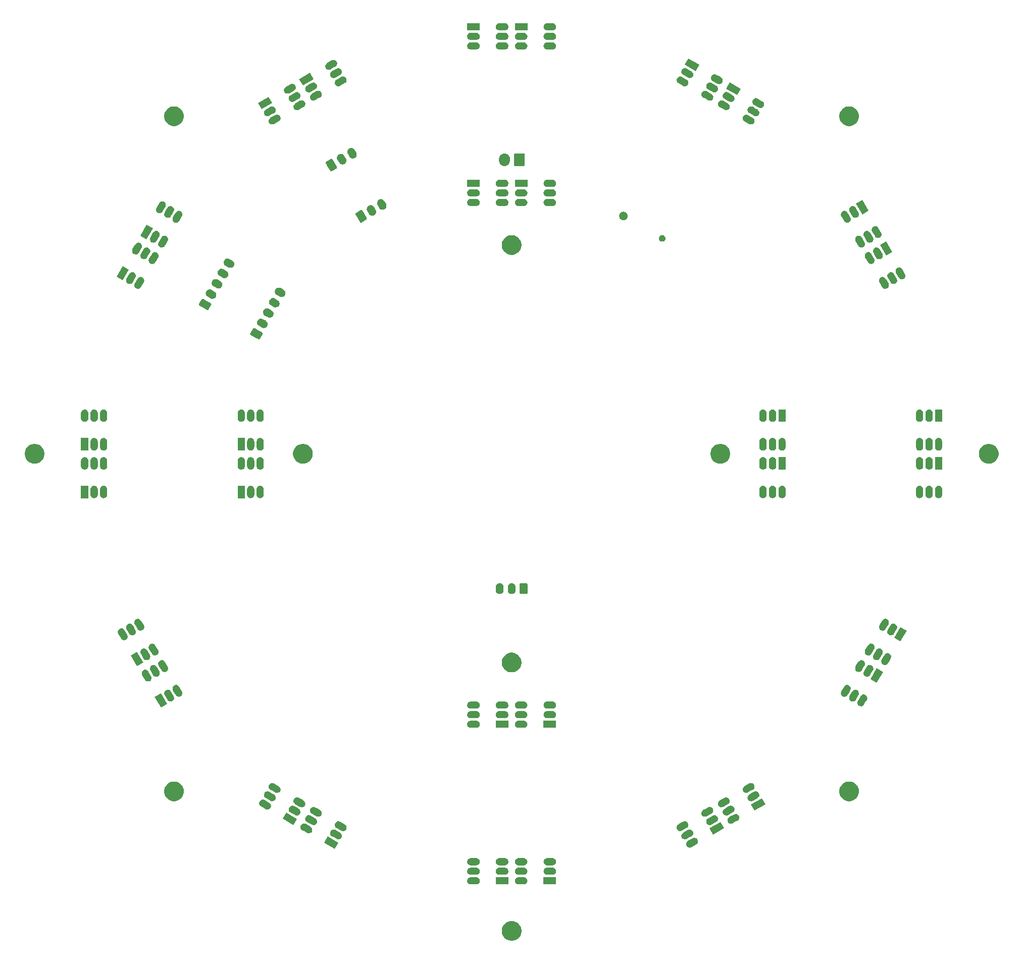
<source format=gbr>
G04 #@! TF.GenerationSoftware,KiCad,Pcbnew,(5.0.1-3-g963ef8bb5)*
G04 #@! TF.CreationDate,2019-08-14T18:08:12+02:00*
G04 #@! TF.ProjectId,crecol_led_pcb_v20,637265636F6C5F6C65645F7063625F76,rev?*
G04 #@! TF.SameCoordinates,Original*
G04 #@! TF.FileFunction,Soldermask,Top*
G04 #@! TF.FilePolarity,Negative*
%FSLAX46Y46*%
G04 Gerber Fmt 4.6, Leading zero omitted, Abs format (unit mm)*
G04 Created by KiCad (PCBNEW (5.0.1-3-g963ef8bb5)) date 2019 August 14, Wednesday 18:08:12*
%MOMM*%
%LPD*%
G01*
G04 APERTURE LIST*
%ADD10C,0.100000*%
G04 APERTURE END LIST*
D10*
G36*
X100375256Y-178391298D02*
X100481579Y-178412447D01*
X100782042Y-178536903D01*
X101048852Y-178715180D01*
X101052454Y-178717587D01*
X101282413Y-178947546D01*
X101463098Y-179217960D01*
X101587553Y-179518422D01*
X101651000Y-179837389D01*
X101651000Y-180162611D01*
X101587553Y-180481578D01*
X101463098Y-180782040D01*
X101282413Y-181052454D01*
X101052454Y-181282413D01*
X101052451Y-181282415D01*
X100782042Y-181463097D01*
X100481579Y-181587553D01*
X100375256Y-181608702D01*
X100162611Y-181651000D01*
X99837389Y-181651000D01*
X99624744Y-181608702D01*
X99518421Y-181587553D01*
X99217958Y-181463097D01*
X98947549Y-181282415D01*
X98947546Y-181282413D01*
X98717587Y-181052454D01*
X98536902Y-180782040D01*
X98412447Y-180481578D01*
X98349000Y-180162611D01*
X98349000Y-179837389D01*
X98412447Y-179518422D01*
X98536902Y-179217960D01*
X98717587Y-178947546D01*
X98947546Y-178717587D01*
X98951148Y-178715180D01*
X99217958Y-178536903D01*
X99518421Y-178412447D01*
X99624744Y-178391298D01*
X99837389Y-178349000D01*
X100162611Y-178349000D01*
X100375256Y-178391298D01*
X100375256Y-178391298D01*
G37*
G36*
X102167818Y-171007696D02*
X102281105Y-171042062D01*
X102385513Y-171097869D01*
X102477027Y-171172973D01*
X102552131Y-171264487D01*
X102607938Y-171368895D01*
X102642304Y-171482182D01*
X102653907Y-171600000D01*
X102642304Y-171717818D01*
X102607938Y-171831105D01*
X102552131Y-171935513D01*
X102477027Y-172027027D01*
X102385513Y-172102131D01*
X102281105Y-172157938D01*
X102167818Y-172192304D01*
X102079519Y-172201000D01*
X101120481Y-172201000D01*
X101032182Y-172192304D01*
X100918895Y-172157938D01*
X100814487Y-172102131D01*
X100722973Y-172027027D01*
X100647869Y-171935513D01*
X100592062Y-171831105D01*
X100557696Y-171717818D01*
X100546093Y-171600000D01*
X100557696Y-171482182D01*
X100592062Y-171368895D01*
X100647869Y-171264487D01*
X100722973Y-171172973D01*
X100814487Y-171097869D01*
X100918895Y-171042062D01*
X101032182Y-171007696D01*
X101120481Y-170999000D01*
X102079519Y-170999000D01*
X102167818Y-171007696D01*
X102167818Y-171007696D01*
G37*
G36*
X99451000Y-172201000D02*
X97349000Y-172201000D01*
X97349000Y-170999000D01*
X99451000Y-170999000D01*
X99451000Y-172201000D01*
X99451000Y-172201000D01*
G37*
G36*
X94167818Y-171007696D02*
X94281105Y-171042062D01*
X94385513Y-171097869D01*
X94477027Y-171172973D01*
X94552131Y-171264487D01*
X94607938Y-171368895D01*
X94642304Y-171482182D01*
X94653907Y-171600000D01*
X94642304Y-171717818D01*
X94607938Y-171831105D01*
X94552131Y-171935513D01*
X94477027Y-172027027D01*
X94385513Y-172102131D01*
X94281105Y-172157938D01*
X94167818Y-172192304D01*
X94079519Y-172201000D01*
X93120481Y-172201000D01*
X93032182Y-172192304D01*
X92918895Y-172157938D01*
X92814487Y-172102131D01*
X92722973Y-172027027D01*
X92647869Y-171935513D01*
X92592062Y-171831105D01*
X92557696Y-171717818D01*
X92546093Y-171600000D01*
X92557696Y-171482182D01*
X92592062Y-171368895D01*
X92647869Y-171264487D01*
X92722973Y-171172973D01*
X92814487Y-171097869D01*
X92918895Y-171042062D01*
X93032182Y-171007696D01*
X93120481Y-170999000D01*
X94079519Y-170999000D01*
X94167818Y-171007696D01*
X94167818Y-171007696D01*
G37*
G36*
X107451000Y-172201000D02*
X105349000Y-172201000D01*
X105349000Y-170999000D01*
X107451000Y-170999000D01*
X107451000Y-172201000D01*
X107451000Y-172201000D01*
G37*
G36*
X102167818Y-169407696D02*
X102281105Y-169442062D01*
X102385513Y-169497869D01*
X102477027Y-169572973D01*
X102552131Y-169664487D01*
X102607938Y-169768895D01*
X102642304Y-169882182D01*
X102653907Y-170000000D01*
X102642304Y-170117818D01*
X102607938Y-170231105D01*
X102552131Y-170335513D01*
X102477027Y-170427027D01*
X102385513Y-170502131D01*
X102281105Y-170557938D01*
X102167818Y-170592304D01*
X102079519Y-170601000D01*
X101120481Y-170601000D01*
X101032182Y-170592304D01*
X100918895Y-170557938D01*
X100814487Y-170502131D01*
X100722973Y-170427027D01*
X100647869Y-170335513D01*
X100592062Y-170231105D01*
X100557696Y-170117818D01*
X100546093Y-170000000D01*
X100557696Y-169882182D01*
X100592062Y-169768895D01*
X100647869Y-169664487D01*
X100722973Y-169572973D01*
X100814487Y-169497869D01*
X100918895Y-169442062D01*
X101032182Y-169407696D01*
X101120481Y-169399000D01*
X102079519Y-169399000D01*
X102167818Y-169407696D01*
X102167818Y-169407696D01*
G37*
G36*
X106967818Y-169407696D02*
X107081105Y-169442062D01*
X107185513Y-169497869D01*
X107277027Y-169572973D01*
X107352131Y-169664487D01*
X107407938Y-169768895D01*
X107442304Y-169882182D01*
X107453907Y-170000000D01*
X107442304Y-170117818D01*
X107407938Y-170231105D01*
X107352131Y-170335513D01*
X107277027Y-170427027D01*
X107185513Y-170502131D01*
X107081105Y-170557938D01*
X106967818Y-170592304D01*
X106879519Y-170601000D01*
X105920481Y-170601000D01*
X105832182Y-170592304D01*
X105718895Y-170557938D01*
X105614487Y-170502131D01*
X105522973Y-170427027D01*
X105447869Y-170335513D01*
X105392062Y-170231105D01*
X105357696Y-170117818D01*
X105346093Y-170000000D01*
X105357696Y-169882182D01*
X105392062Y-169768895D01*
X105447869Y-169664487D01*
X105522973Y-169572973D01*
X105614487Y-169497869D01*
X105718895Y-169442062D01*
X105832182Y-169407696D01*
X105920481Y-169399000D01*
X106879519Y-169399000D01*
X106967818Y-169407696D01*
X106967818Y-169407696D01*
G37*
G36*
X94167818Y-169407696D02*
X94281105Y-169442062D01*
X94385513Y-169497869D01*
X94477027Y-169572973D01*
X94552131Y-169664487D01*
X94607938Y-169768895D01*
X94642304Y-169882182D01*
X94653907Y-170000000D01*
X94642304Y-170117818D01*
X94607938Y-170231105D01*
X94552131Y-170335513D01*
X94477027Y-170427027D01*
X94385513Y-170502131D01*
X94281105Y-170557938D01*
X94167818Y-170592304D01*
X94079519Y-170601000D01*
X93120481Y-170601000D01*
X93032182Y-170592304D01*
X92918895Y-170557938D01*
X92814487Y-170502131D01*
X92722973Y-170427027D01*
X92647869Y-170335513D01*
X92592062Y-170231105D01*
X92557696Y-170117818D01*
X92546093Y-170000000D01*
X92557696Y-169882182D01*
X92592062Y-169768895D01*
X92647869Y-169664487D01*
X92722973Y-169572973D01*
X92814487Y-169497869D01*
X92918895Y-169442062D01*
X93032182Y-169407696D01*
X93120481Y-169399000D01*
X94079519Y-169399000D01*
X94167818Y-169407696D01*
X94167818Y-169407696D01*
G37*
G36*
X98967818Y-169407696D02*
X99081105Y-169442062D01*
X99185513Y-169497869D01*
X99277027Y-169572973D01*
X99352131Y-169664487D01*
X99407938Y-169768895D01*
X99442304Y-169882182D01*
X99453907Y-170000000D01*
X99442304Y-170117818D01*
X99407938Y-170231105D01*
X99352131Y-170335513D01*
X99277027Y-170427027D01*
X99185513Y-170502131D01*
X99081105Y-170557938D01*
X98967818Y-170592304D01*
X98879519Y-170601000D01*
X97920481Y-170601000D01*
X97832182Y-170592304D01*
X97718895Y-170557938D01*
X97614487Y-170502131D01*
X97522973Y-170427027D01*
X97447869Y-170335513D01*
X97392062Y-170231105D01*
X97357696Y-170117818D01*
X97346093Y-170000000D01*
X97357696Y-169882182D01*
X97392062Y-169768895D01*
X97447869Y-169664487D01*
X97522973Y-169572973D01*
X97614487Y-169497869D01*
X97718895Y-169442062D01*
X97832182Y-169407696D01*
X97920481Y-169399000D01*
X98879519Y-169399000D01*
X98967818Y-169407696D01*
X98967818Y-169407696D01*
G37*
G36*
X102167818Y-167807696D02*
X102281105Y-167842062D01*
X102385513Y-167897869D01*
X102477027Y-167972973D01*
X102552131Y-168064487D01*
X102607938Y-168168895D01*
X102642304Y-168282182D01*
X102653907Y-168400000D01*
X102642304Y-168517818D01*
X102607938Y-168631105D01*
X102552131Y-168735513D01*
X102477027Y-168827027D01*
X102385513Y-168902131D01*
X102281105Y-168957938D01*
X102167818Y-168992304D01*
X102079519Y-169001000D01*
X101120481Y-169001000D01*
X101032182Y-168992304D01*
X100918895Y-168957938D01*
X100814487Y-168902131D01*
X100722973Y-168827027D01*
X100647869Y-168735513D01*
X100592062Y-168631105D01*
X100557696Y-168517818D01*
X100546093Y-168400000D01*
X100557696Y-168282182D01*
X100592062Y-168168895D01*
X100647869Y-168064487D01*
X100722973Y-167972973D01*
X100814487Y-167897869D01*
X100918895Y-167842062D01*
X101032182Y-167807696D01*
X101120481Y-167799000D01*
X102079519Y-167799000D01*
X102167818Y-167807696D01*
X102167818Y-167807696D01*
G37*
G36*
X98967818Y-167807696D02*
X99081105Y-167842062D01*
X99185513Y-167897869D01*
X99277027Y-167972973D01*
X99352131Y-168064487D01*
X99407938Y-168168895D01*
X99442304Y-168282182D01*
X99453907Y-168400000D01*
X99442304Y-168517818D01*
X99407938Y-168631105D01*
X99352131Y-168735513D01*
X99277027Y-168827027D01*
X99185513Y-168902131D01*
X99081105Y-168957938D01*
X98967818Y-168992304D01*
X98879519Y-169001000D01*
X97920481Y-169001000D01*
X97832182Y-168992304D01*
X97718895Y-168957938D01*
X97614487Y-168902131D01*
X97522973Y-168827027D01*
X97447869Y-168735513D01*
X97392062Y-168631105D01*
X97357696Y-168517818D01*
X97346093Y-168400000D01*
X97357696Y-168282182D01*
X97392062Y-168168895D01*
X97447869Y-168064487D01*
X97522973Y-167972973D01*
X97614487Y-167897869D01*
X97718895Y-167842062D01*
X97832182Y-167807696D01*
X97920481Y-167799000D01*
X98879519Y-167799000D01*
X98967818Y-167807696D01*
X98967818Y-167807696D01*
G37*
G36*
X94167818Y-167807696D02*
X94281105Y-167842062D01*
X94385513Y-167897869D01*
X94477027Y-167972973D01*
X94552131Y-168064487D01*
X94607938Y-168168895D01*
X94642304Y-168282182D01*
X94653907Y-168400000D01*
X94642304Y-168517818D01*
X94607938Y-168631105D01*
X94552131Y-168735513D01*
X94477027Y-168827027D01*
X94385513Y-168902131D01*
X94281105Y-168957938D01*
X94167818Y-168992304D01*
X94079519Y-169001000D01*
X93120481Y-169001000D01*
X93032182Y-168992304D01*
X92918895Y-168957938D01*
X92814487Y-168902131D01*
X92722973Y-168827027D01*
X92647869Y-168735513D01*
X92592062Y-168631105D01*
X92557696Y-168517818D01*
X92546093Y-168400000D01*
X92557696Y-168282182D01*
X92592062Y-168168895D01*
X92647869Y-168064487D01*
X92722973Y-167972973D01*
X92814487Y-167897869D01*
X92918895Y-167842062D01*
X93032182Y-167807696D01*
X93120481Y-167799000D01*
X94079519Y-167799000D01*
X94167818Y-167807696D01*
X94167818Y-167807696D01*
G37*
G36*
X106967818Y-167807696D02*
X107081105Y-167842062D01*
X107185513Y-167897869D01*
X107277027Y-167972973D01*
X107352131Y-168064487D01*
X107407938Y-168168895D01*
X107442304Y-168282182D01*
X107453907Y-168400000D01*
X107442304Y-168517818D01*
X107407938Y-168631105D01*
X107352131Y-168735513D01*
X107277027Y-168827027D01*
X107185513Y-168902131D01*
X107081105Y-168957938D01*
X106967818Y-168992304D01*
X106879519Y-169001000D01*
X105920481Y-169001000D01*
X105832182Y-168992304D01*
X105718895Y-168957938D01*
X105614487Y-168902131D01*
X105522973Y-168827027D01*
X105447869Y-168735513D01*
X105392062Y-168631105D01*
X105357696Y-168517818D01*
X105346093Y-168400000D01*
X105357696Y-168282182D01*
X105392062Y-168168895D01*
X105447869Y-168064487D01*
X105522973Y-167972973D01*
X105614487Y-167897869D01*
X105718895Y-167842062D01*
X105832182Y-167807696D01*
X105920481Y-167799000D01*
X106879519Y-167799000D01*
X106967818Y-167807696D01*
X106967818Y-167807696D01*
G37*
G36*
X70953256Y-165212438D02*
X70352256Y-166253400D01*
X68531870Y-165202400D01*
X69132870Y-164161438D01*
X70953256Y-165212438D01*
X70953256Y-165212438D01*
G37*
G36*
X130803450Y-164399090D02*
X130803452Y-164399091D01*
X130803454Y-164399091D01*
X130914247Y-164440791D01*
X131014783Y-164503308D01*
X131098819Y-164582016D01*
X131101189Y-164584236D01*
X131134059Y-164630107D01*
X131170146Y-164680466D01*
X131219006Y-164788300D01*
X131245888Y-164903595D01*
X131249761Y-165021920D01*
X131230478Y-165138721D01*
X131188776Y-165249519D01*
X131126259Y-165350055D01*
X131045334Y-165436458D01*
X130973205Y-165488144D01*
X130733498Y-165626539D01*
X130142665Y-165967657D01*
X130142660Y-165967659D01*
X130142657Y-165967661D01*
X130061850Y-166004276D01*
X129969610Y-166025782D01*
X129946551Y-166031159D01*
X129916971Y-166032127D01*
X129828232Y-166035032D01*
X129828229Y-166035032D01*
X129711424Y-166015748D01*
X129711422Y-166015747D01*
X129711420Y-166015747D01*
X129600627Y-165974047D01*
X129500091Y-165911530D01*
X129413684Y-165830602D01*
X129344729Y-165734375D01*
X129295868Y-165626538D01*
X129268986Y-165511243D01*
X129265113Y-165392925D01*
X129272191Y-165350055D01*
X129284397Y-165276117D01*
X129284398Y-165276115D01*
X129284398Y-165276113D01*
X129326098Y-165165320D01*
X129388615Y-165064784D01*
X129469540Y-164978380D01*
X129541669Y-164926694D01*
X130021971Y-164649391D01*
X130372208Y-164447181D01*
X130372213Y-164447179D01*
X130372216Y-164447177D01*
X130453023Y-164410562D01*
X130568322Y-164383679D01*
X130686642Y-164379806D01*
X130686645Y-164379806D01*
X130803450Y-164399090D01*
X130803450Y-164399090D01*
G37*
G36*
X70202096Y-162997070D02*
X70231677Y-162998038D01*
X70254736Y-163003415D01*
X70346976Y-163024921D01*
X70427783Y-163061536D01*
X70427786Y-163061538D01*
X70427791Y-163061540D01*
X70900349Y-163334372D01*
X71258331Y-163541053D01*
X71330460Y-163592739D01*
X71411385Y-163679142D01*
X71473902Y-163779678D01*
X71515604Y-163890476D01*
X71534887Y-164007277D01*
X71531014Y-164125602D01*
X71504132Y-164240897D01*
X71455272Y-164348731D01*
X71386315Y-164444961D01*
X71386313Y-164444963D01*
X71299909Y-164525889D01*
X71199373Y-164588406D01*
X71088580Y-164630106D01*
X71088578Y-164630106D01*
X71088576Y-164630107D01*
X70971771Y-164649391D01*
X70971768Y-164649391D01*
X70853448Y-164645518D01*
X70738149Y-164618635D01*
X70657342Y-164582020D01*
X70657339Y-164582018D01*
X70657334Y-164582016D01*
X70066500Y-164240897D01*
X69826795Y-164102503D01*
X69754666Y-164050817D01*
X69673741Y-163964413D01*
X69611224Y-163863877D01*
X69569524Y-163753084D01*
X69569524Y-163753082D01*
X69569523Y-163753080D01*
X69550239Y-163636275D01*
X69554112Y-163517953D01*
X69560380Y-163491071D01*
X69580994Y-163402659D01*
X69629855Y-163294822D01*
X69698810Y-163198595D01*
X69785217Y-163117667D01*
X69885753Y-163055150D01*
X69996546Y-163013450D01*
X69996548Y-163013450D01*
X69996550Y-163013449D01*
X70113355Y-162994165D01*
X70113358Y-162994165D01*
X70202096Y-162997070D01*
X70202096Y-162997070D01*
G37*
G36*
X130003450Y-163013449D02*
X130003452Y-163013450D01*
X130003454Y-163013450D01*
X130114247Y-163055150D01*
X130214783Y-163117667D01*
X130298819Y-163196375D01*
X130301189Y-163198595D01*
X130334059Y-163244466D01*
X130370146Y-163294825D01*
X130419006Y-163402659D01*
X130445888Y-163517954D01*
X130449761Y-163636279D01*
X130430478Y-163753080D01*
X130388776Y-163863878D01*
X130326259Y-163964414D01*
X130245334Y-164050817D01*
X130173205Y-164102503D01*
X129933498Y-164240898D01*
X129342665Y-164582016D01*
X129342660Y-164582018D01*
X129342657Y-164582020D01*
X129261850Y-164618635D01*
X129169610Y-164640141D01*
X129146551Y-164645518D01*
X129116970Y-164646486D01*
X129028232Y-164649391D01*
X129028229Y-164649391D01*
X128911424Y-164630107D01*
X128911422Y-164630106D01*
X128911420Y-164630106D01*
X128800627Y-164588406D01*
X128700091Y-164525889D01*
X128613684Y-164444961D01*
X128544729Y-164348734D01*
X128495868Y-164240897D01*
X128468986Y-164125602D01*
X128465113Y-164007284D01*
X128465114Y-164007280D01*
X128484397Y-163890476D01*
X128484398Y-163890474D01*
X128484398Y-163890472D01*
X128526098Y-163779679D01*
X128588615Y-163679143D01*
X128669540Y-163592739D01*
X128741669Y-163541053D01*
X128992628Y-163396162D01*
X129572208Y-163061540D01*
X129572213Y-163061538D01*
X129572216Y-163061536D01*
X129653023Y-163024921D01*
X129768322Y-162998038D01*
X129886642Y-162994165D01*
X129886645Y-162994165D01*
X130003450Y-163013449D01*
X130003450Y-163013449D01*
G37*
G36*
X135625052Y-162802400D02*
X133804666Y-163853400D01*
X133203666Y-162812438D01*
X135024052Y-161761438D01*
X135625052Y-162802400D01*
X135625052Y-162802400D01*
G37*
G36*
X65245175Y-161982711D02*
X65274755Y-161983679D01*
X65297814Y-161989056D01*
X65390054Y-162010562D01*
X65470861Y-162047177D01*
X65470864Y-162047179D01*
X65470869Y-162047181D01*
X66025571Y-162367439D01*
X66301409Y-162526694D01*
X66373538Y-162578380D01*
X66454463Y-162664783D01*
X66516980Y-162765319D01*
X66558682Y-162876117D01*
X66577965Y-162992918D01*
X66574092Y-163111243D01*
X66547210Y-163226538D01*
X66516270Y-163294822D01*
X66498350Y-163334372D01*
X66429393Y-163430602D01*
X66429391Y-163430604D01*
X66342987Y-163511530D01*
X66242451Y-163574047D01*
X66131658Y-163615747D01*
X66131656Y-163615747D01*
X66131654Y-163615748D01*
X66014849Y-163635032D01*
X66014846Y-163635032D01*
X65896526Y-163631159D01*
X65781227Y-163604276D01*
X65700420Y-163567661D01*
X65700417Y-163567659D01*
X65700412Y-163567657D01*
X65068402Y-163202765D01*
X64869873Y-163088144D01*
X64797744Y-163036458D01*
X64716819Y-162950054D01*
X64654302Y-162849518D01*
X64612602Y-162738725D01*
X64612601Y-162738721D01*
X64593317Y-162621916D01*
X64597190Y-162503594D01*
X64603458Y-162476712D01*
X64624072Y-162388300D01*
X64672933Y-162280463D01*
X64741888Y-162184236D01*
X64828295Y-162103308D01*
X64928831Y-162040791D01*
X65039624Y-161999091D01*
X65039626Y-161999091D01*
X65039628Y-161999090D01*
X65156433Y-161979806D01*
X65156436Y-161979806D01*
X65245175Y-161982711D01*
X65245175Y-161982711D01*
G37*
G36*
X71002097Y-161611429D02*
X71031677Y-161612397D01*
X71054736Y-161617774D01*
X71146976Y-161639280D01*
X71227783Y-161675895D01*
X71227786Y-161675897D01*
X71227791Y-161675899D01*
X71760881Y-161983679D01*
X72058331Y-162155412D01*
X72130460Y-162207098D01*
X72211385Y-162293501D01*
X72273902Y-162394037D01*
X72315604Y-162504835D01*
X72334887Y-162621636D01*
X72331014Y-162739961D01*
X72304132Y-162855256D01*
X72261179Y-162950053D01*
X72255272Y-162963090D01*
X72186315Y-163059320D01*
X72186313Y-163059322D01*
X72099909Y-163140248D01*
X71999373Y-163202765D01*
X71888580Y-163244465D01*
X71888578Y-163244465D01*
X71888576Y-163244466D01*
X71771771Y-163263750D01*
X71771768Y-163263750D01*
X71653448Y-163259877D01*
X71538149Y-163232994D01*
X71457342Y-163196379D01*
X71457339Y-163196377D01*
X71457334Y-163196375D01*
X70710723Y-162765318D01*
X70626795Y-162716862D01*
X70554666Y-162665176D01*
X70473741Y-162578772D01*
X70411224Y-162478236D01*
X70369524Y-162367443D01*
X70369524Y-162367441D01*
X70369523Y-162367439D01*
X70350239Y-162250634D01*
X70354112Y-162132312D01*
X70360875Y-162103308D01*
X70380994Y-162017018D01*
X70429855Y-161909181D01*
X70498810Y-161812954D01*
X70585217Y-161732026D01*
X70685753Y-161669509D01*
X70796546Y-161627809D01*
X70796548Y-161627809D01*
X70796550Y-161627808D01*
X70913355Y-161608524D01*
X70913358Y-161608524D01*
X71002097Y-161611429D01*
X71002097Y-161611429D01*
G37*
G36*
X129203450Y-161627808D02*
X129203452Y-161627809D01*
X129203454Y-161627809D01*
X129314247Y-161669509D01*
X129414783Y-161732026D01*
X129501187Y-161812952D01*
X129501189Y-161812954D01*
X129521213Y-161840898D01*
X129570146Y-161909184D01*
X129619006Y-162017018D01*
X129645888Y-162132313D01*
X129649761Y-162250638D01*
X129630478Y-162367439D01*
X129588776Y-162478237D01*
X129526259Y-162578773D01*
X129445334Y-162665176D01*
X129373205Y-162716862D01*
X129133498Y-162855257D01*
X128542665Y-163196375D01*
X128542660Y-163196377D01*
X128542657Y-163196379D01*
X128461850Y-163232994D01*
X128369610Y-163254500D01*
X128346551Y-163259877D01*
X128316971Y-163260845D01*
X128228232Y-163263750D01*
X128228229Y-163263750D01*
X128111424Y-163244466D01*
X128111422Y-163244465D01*
X128111420Y-163244465D01*
X128000627Y-163202765D01*
X127900091Y-163140248D01*
X127813684Y-163059320D01*
X127744729Y-162963093D01*
X127695868Y-162855256D01*
X127668986Y-162739961D01*
X127665113Y-162621643D01*
X127665114Y-162621639D01*
X127684397Y-162504835D01*
X127684398Y-162504833D01*
X127684398Y-162504831D01*
X127726098Y-162394038D01*
X127788615Y-162293502D01*
X127869540Y-162207098D01*
X127941669Y-162155412D01*
X128299645Y-161948734D01*
X128772208Y-161675899D01*
X128772213Y-161675897D01*
X128772216Y-161675895D01*
X128853023Y-161639280D01*
X128968322Y-161612397D01*
X129086642Y-161608524D01*
X129086645Y-161608524D01*
X129203450Y-161627808D01*
X129203450Y-161627808D01*
G37*
G36*
X64025052Y-161212438D02*
X63424052Y-162253400D01*
X61603666Y-161202400D01*
X62204666Y-160161438D01*
X64025052Y-161212438D01*
X64025052Y-161212438D01*
G37*
G36*
X66045174Y-160597070D02*
X66074755Y-160598038D01*
X66097814Y-160603415D01*
X66190054Y-160624921D01*
X66270861Y-160661536D01*
X66270864Y-160661538D01*
X66270869Y-160661540D01*
X66690118Y-160903594D01*
X67101409Y-161141053D01*
X67173538Y-161192739D01*
X67254463Y-161279142D01*
X67316980Y-161379678D01*
X67358682Y-161490476D01*
X67377965Y-161607277D01*
X67374092Y-161725602D01*
X67347210Y-161840897D01*
X67316270Y-161909181D01*
X67298350Y-161948731D01*
X67229393Y-162044961D01*
X67229391Y-162044963D01*
X67142987Y-162125889D01*
X67042451Y-162188406D01*
X66931658Y-162230106D01*
X66931656Y-162230106D01*
X66931654Y-162230107D01*
X66814849Y-162249391D01*
X66814846Y-162249391D01*
X66696526Y-162245518D01*
X66581227Y-162218635D01*
X66500420Y-162182020D01*
X66500417Y-162182018D01*
X66500412Y-162182016D01*
X65861176Y-161812952D01*
X65669873Y-161702503D01*
X65597744Y-161650817D01*
X65516819Y-161564413D01*
X65454302Y-161463877D01*
X65412602Y-161353084D01*
X65412602Y-161353082D01*
X65412601Y-161353080D01*
X65393317Y-161236275D01*
X65397190Y-161117953D01*
X65409587Y-161064784D01*
X65424072Y-161002659D01*
X65472933Y-160894822D01*
X65541888Y-160798595D01*
X65628295Y-160717667D01*
X65728831Y-160655150D01*
X65839624Y-160613450D01*
X65839626Y-160613450D01*
X65839628Y-160613449D01*
X65956433Y-160594165D01*
X65956436Y-160594165D01*
X66045174Y-160597070D01*
X66045174Y-160597070D01*
G37*
G36*
X134160372Y-160613449D02*
X134160374Y-160613450D01*
X134160376Y-160613450D01*
X134271169Y-160655150D01*
X134371705Y-160717667D01*
X134447119Y-160788300D01*
X134458111Y-160798595D01*
X134490981Y-160844466D01*
X134527068Y-160894825D01*
X134575928Y-161002659D01*
X134602810Y-161117954D01*
X134606683Y-161236279D01*
X134587400Y-161353080D01*
X134545698Y-161463878D01*
X134483181Y-161564414D01*
X134402256Y-161650817D01*
X134330127Y-161702503D01*
X134090420Y-161840898D01*
X133499587Y-162182016D01*
X133499582Y-162182018D01*
X133499579Y-162182020D01*
X133418772Y-162218635D01*
X133326532Y-162240141D01*
X133303473Y-162245518D01*
X133273892Y-162246486D01*
X133185154Y-162249391D01*
X133185151Y-162249391D01*
X133068346Y-162230107D01*
X133068344Y-162230106D01*
X133068342Y-162230106D01*
X132957549Y-162188406D01*
X132857013Y-162125889D01*
X132770606Y-162044961D01*
X132701651Y-161948734D01*
X132652790Y-161840897D01*
X132625908Y-161725602D01*
X132622035Y-161607284D01*
X132622036Y-161607280D01*
X132641319Y-161490476D01*
X132641320Y-161490474D01*
X132641320Y-161490472D01*
X132683020Y-161379679D01*
X132745537Y-161279143D01*
X132826462Y-161192739D01*
X132898591Y-161141053D01*
X133309880Y-160903595D01*
X133729130Y-160661540D01*
X133729135Y-160661538D01*
X133729138Y-160661536D01*
X133809945Y-160624921D01*
X133925244Y-160598038D01*
X134043564Y-160594165D01*
X134043567Y-160594165D01*
X134160372Y-160613449D01*
X134160372Y-160613449D01*
G37*
G36*
X137731654Y-160399090D02*
X137731656Y-160399091D01*
X137731658Y-160399091D01*
X137842451Y-160440791D01*
X137942987Y-160503308D01*
X138006819Y-160563093D01*
X138029393Y-160584236D01*
X138084785Y-160661536D01*
X138098350Y-160680466D01*
X138147210Y-160788300D01*
X138174092Y-160903595D01*
X138177965Y-161021920D01*
X138158682Y-161138721D01*
X138116980Y-161249519D01*
X138054463Y-161350055D01*
X137973538Y-161436458D01*
X137901409Y-161488144D01*
X137661702Y-161626539D01*
X137070869Y-161967657D01*
X137070864Y-161967659D01*
X137070861Y-161967661D01*
X136990054Y-162004276D01*
X136897814Y-162025782D01*
X136874755Y-162031159D01*
X136845174Y-162032127D01*
X136756436Y-162035032D01*
X136756433Y-162035032D01*
X136639628Y-162015748D01*
X136639626Y-162015747D01*
X136639624Y-162015747D01*
X136528831Y-161974047D01*
X136428295Y-161911530D01*
X136341888Y-161830602D01*
X136272933Y-161734375D01*
X136224072Y-161626538D01*
X136197190Y-161511243D01*
X136193317Y-161392925D01*
X136195504Y-161379679D01*
X136212601Y-161276117D01*
X136212602Y-161276115D01*
X136212602Y-161276113D01*
X136254302Y-161165320D01*
X136316819Y-161064784D01*
X136397744Y-160978380D01*
X136469873Y-160926694D01*
X136720832Y-160781803D01*
X137300412Y-160447181D01*
X137300417Y-160447179D01*
X137300420Y-160447177D01*
X137381227Y-160410562D01*
X137496526Y-160383679D01*
X137614846Y-160379806D01*
X137614849Y-160379806D01*
X137731654Y-160399090D01*
X137731654Y-160399090D01*
G37*
G36*
X66845175Y-159211429D02*
X66874755Y-159212397D01*
X66897814Y-159217774D01*
X66990054Y-159239280D01*
X67070861Y-159275895D01*
X67070864Y-159275897D01*
X67070869Y-159275899D01*
X67478993Y-159511530D01*
X67901409Y-159755412D01*
X67973538Y-159807098D01*
X68054463Y-159893501D01*
X68116980Y-159994037D01*
X68158682Y-160104835D01*
X68177965Y-160221636D01*
X68174092Y-160339961D01*
X68147210Y-160455256D01*
X68125437Y-160503308D01*
X68098350Y-160563090D01*
X68029393Y-160659320D01*
X68029391Y-160659322D01*
X67942987Y-160740248D01*
X67842451Y-160802765D01*
X67731658Y-160844465D01*
X67731656Y-160844465D01*
X67731654Y-160844466D01*
X67614849Y-160863750D01*
X67614846Y-160863750D01*
X67496526Y-160859877D01*
X67381227Y-160832994D01*
X67300420Y-160796379D01*
X67300417Y-160796377D01*
X67300412Y-160796375D01*
X66585605Y-160383680D01*
X66469873Y-160316862D01*
X66397744Y-160265176D01*
X66316819Y-160178772D01*
X66254302Y-160078236D01*
X66212602Y-159967443D01*
X66212602Y-159967441D01*
X66212601Y-159967439D01*
X66193317Y-159850634D01*
X66197190Y-159732312D01*
X66209587Y-159679142D01*
X66224072Y-159617018D01*
X66272933Y-159509181D01*
X66341888Y-159412954D01*
X66428295Y-159332026D01*
X66528831Y-159269509D01*
X66639624Y-159227809D01*
X66639626Y-159227809D01*
X66639628Y-159227808D01*
X66756433Y-159208524D01*
X66756436Y-159208524D01*
X66845175Y-159211429D01*
X66845175Y-159211429D01*
G37*
G36*
X133360372Y-159227808D02*
X133360374Y-159227809D01*
X133360376Y-159227809D01*
X133471169Y-159269509D01*
X133571705Y-159332026D01*
X133647118Y-159402658D01*
X133658111Y-159412954D01*
X133727066Y-159509181D01*
X133727068Y-159509184D01*
X133775928Y-159617018D01*
X133802810Y-159732313D01*
X133806683Y-159850638D01*
X133787400Y-159967439D01*
X133745698Y-160078237D01*
X133683181Y-160178773D01*
X133602256Y-160265176D01*
X133530127Y-160316862D01*
X133290420Y-160455257D01*
X132699587Y-160796375D01*
X132699582Y-160796377D01*
X132699579Y-160796379D01*
X132618772Y-160832994D01*
X132526532Y-160854500D01*
X132503473Y-160859877D01*
X132473893Y-160860845D01*
X132385154Y-160863750D01*
X132385151Y-160863750D01*
X132268346Y-160844466D01*
X132268344Y-160844465D01*
X132268342Y-160844465D01*
X132157549Y-160802765D01*
X132057013Y-160740248D01*
X131970606Y-160659320D01*
X131901651Y-160563093D01*
X131852790Y-160455256D01*
X131825908Y-160339961D01*
X131822035Y-160221643D01*
X131822036Y-160221639D01*
X131841319Y-160104835D01*
X131841320Y-160104833D01*
X131841320Y-160104831D01*
X131883020Y-159994038D01*
X131945537Y-159893502D01*
X132026462Y-159807098D01*
X132098591Y-159755412D01*
X132509880Y-159517954D01*
X132929130Y-159275899D01*
X132929135Y-159275897D01*
X132929138Y-159275895D01*
X133009945Y-159239280D01*
X133125244Y-159212397D01*
X133243564Y-159208524D01*
X133243567Y-159208524D01*
X133360372Y-159227808D01*
X133360372Y-159227808D01*
G37*
G36*
X136931654Y-159013449D02*
X136931656Y-159013450D01*
X136931658Y-159013450D01*
X137042451Y-159055150D01*
X137142987Y-159117667D01*
X137227023Y-159196375D01*
X137229393Y-159198595D01*
X137284785Y-159275895D01*
X137298350Y-159294825D01*
X137347210Y-159402659D01*
X137374092Y-159517954D01*
X137377965Y-159636279D01*
X137358682Y-159753080D01*
X137316980Y-159863878D01*
X137254463Y-159964414D01*
X137173538Y-160050817D01*
X137101409Y-160102503D01*
X136861702Y-160240898D01*
X136270869Y-160582016D01*
X136270864Y-160582018D01*
X136270861Y-160582020D01*
X136190054Y-160618635D01*
X136097814Y-160640141D01*
X136074755Y-160645518D01*
X136045175Y-160646486D01*
X135956436Y-160649391D01*
X135956433Y-160649391D01*
X135839628Y-160630107D01*
X135839626Y-160630106D01*
X135839624Y-160630106D01*
X135728831Y-160588406D01*
X135628295Y-160525889D01*
X135541888Y-160444961D01*
X135472933Y-160348734D01*
X135424072Y-160240897D01*
X135397190Y-160125602D01*
X135393317Y-160007284D01*
X135393318Y-160007280D01*
X135412601Y-159890476D01*
X135412602Y-159890474D01*
X135412602Y-159890472D01*
X135454302Y-159779679D01*
X135516819Y-159679143D01*
X135597744Y-159592739D01*
X135669873Y-159541053D01*
X135920832Y-159396162D01*
X136500412Y-159061540D01*
X136500417Y-159061538D01*
X136500420Y-159061536D01*
X136581227Y-159024921D01*
X136696526Y-158998038D01*
X136814846Y-158994165D01*
X136814849Y-158994165D01*
X136931654Y-159013449D01*
X136931654Y-159013449D01*
G37*
G36*
X63273893Y-158997070D02*
X63303473Y-158998038D01*
X63326532Y-159003415D01*
X63418772Y-159024921D01*
X63499579Y-159061536D01*
X63499582Y-159061538D01*
X63499587Y-159061540D01*
X63968082Y-159332026D01*
X64330127Y-159541053D01*
X64402256Y-159592739D01*
X64483181Y-159679142D01*
X64545698Y-159779678D01*
X64587400Y-159890476D01*
X64606683Y-160007277D01*
X64602810Y-160125602D01*
X64575928Y-160240897D01*
X64541509Y-160316860D01*
X64527068Y-160348731D01*
X64458111Y-160444961D01*
X64458109Y-160444963D01*
X64371705Y-160525889D01*
X64271169Y-160588406D01*
X64160376Y-160630106D01*
X64160374Y-160630106D01*
X64160372Y-160630107D01*
X64043567Y-160649391D01*
X64043564Y-160649391D01*
X63925244Y-160645518D01*
X63809945Y-160618635D01*
X63729138Y-160582020D01*
X63729135Y-160582018D01*
X63729130Y-160582016D01*
X63104935Y-160221636D01*
X62898591Y-160102503D01*
X62826462Y-160050817D01*
X62745537Y-159964413D01*
X62683020Y-159863877D01*
X62641320Y-159753084D01*
X62641320Y-159753082D01*
X62641319Y-159753080D01*
X62622035Y-159636275D01*
X62625908Y-159517953D01*
X62632176Y-159491071D01*
X62652790Y-159402659D01*
X62701651Y-159294822D01*
X62770606Y-159198595D01*
X62857013Y-159117667D01*
X62957549Y-159055150D01*
X63068342Y-159013450D01*
X63068344Y-159013450D01*
X63068346Y-159013449D01*
X63185151Y-158994165D01*
X63185154Y-158994165D01*
X63273893Y-158997070D01*
X63273893Y-158997070D01*
G37*
G36*
X142553256Y-158802400D02*
X140732870Y-159853400D01*
X140131870Y-158812438D01*
X141952256Y-157761438D01*
X142553256Y-158802400D01*
X142553256Y-158802400D01*
G37*
G36*
X58316970Y-157982711D02*
X58346551Y-157983679D01*
X58369610Y-157989056D01*
X58461850Y-158010562D01*
X58542657Y-158047177D01*
X58542660Y-158047179D01*
X58542665Y-158047181D01*
X59097367Y-158367439D01*
X59373205Y-158526694D01*
X59445334Y-158578380D01*
X59526259Y-158664783D01*
X59588776Y-158765319D01*
X59630478Y-158876117D01*
X59649761Y-158992918D01*
X59645888Y-159111243D01*
X59619006Y-159226538D01*
X59599535Y-159269510D01*
X59570146Y-159334372D01*
X59501189Y-159430602D01*
X59501187Y-159430604D01*
X59414783Y-159511530D01*
X59314247Y-159574047D01*
X59203454Y-159615747D01*
X59203452Y-159615747D01*
X59203450Y-159615748D01*
X59086645Y-159635032D01*
X59086642Y-159635032D01*
X58968322Y-159631159D01*
X58853023Y-159604276D01*
X58772216Y-159567661D01*
X58772213Y-159567659D01*
X58772208Y-159567657D01*
X58140198Y-159202765D01*
X57941669Y-159088144D01*
X57869540Y-159036458D01*
X57788615Y-158950054D01*
X57726098Y-158849518D01*
X57684398Y-158738725D01*
X57684397Y-158738721D01*
X57665113Y-158621916D01*
X57668986Y-158503594D01*
X57675254Y-158476712D01*
X57695868Y-158388300D01*
X57744729Y-158280463D01*
X57813684Y-158184236D01*
X57900091Y-158103308D01*
X58000627Y-158040791D01*
X58111420Y-157999091D01*
X58111422Y-157999091D01*
X58111424Y-157999090D01*
X58228229Y-157979806D01*
X58228232Y-157979806D01*
X58316970Y-157982711D01*
X58316970Y-157982711D01*
G37*
G36*
X136131654Y-157627808D02*
X136131656Y-157627809D01*
X136131658Y-157627809D01*
X136242451Y-157669509D01*
X136342987Y-157732026D01*
X136429391Y-157812952D01*
X136429393Y-157812954D01*
X136449417Y-157840898D01*
X136498350Y-157909184D01*
X136547210Y-158017018D01*
X136574092Y-158132313D01*
X136577965Y-158250638D01*
X136558682Y-158367439D01*
X136516980Y-158478237D01*
X136454463Y-158578773D01*
X136373538Y-158665176D01*
X136301409Y-158716862D01*
X136061702Y-158855257D01*
X135470869Y-159196375D01*
X135470864Y-159196377D01*
X135470861Y-159196379D01*
X135390054Y-159232994D01*
X135297814Y-159254500D01*
X135274755Y-159259877D01*
X135245175Y-159260845D01*
X135156436Y-159263750D01*
X135156433Y-159263750D01*
X135039628Y-159244466D01*
X135039626Y-159244465D01*
X135039624Y-159244465D01*
X134928831Y-159202765D01*
X134828295Y-159140248D01*
X134741888Y-159059320D01*
X134672933Y-158963093D01*
X134624072Y-158855256D01*
X134597190Y-158739961D01*
X134593317Y-158621643D01*
X134593318Y-158621639D01*
X134612601Y-158504835D01*
X134612602Y-158504833D01*
X134612602Y-158504831D01*
X134654302Y-158394038D01*
X134716819Y-158293502D01*
X134797744Y-158207098D01*
X134869873Y-158155412D01*
X135227849Y-157948734D01*
X135700412Y-157675899D01*
X135700417Y-157675897D01*
X135700420Y-157675895D01*
X135781227Y-157639280D01*
X135896526Y-157612397D01*
X136014846Y-157608524D01*
X136014849Y-157608524D01*
X136131654Y-157627808D01*
X136131654Y-157627808D01*
G37*
G36*
X64073892Y-157611429D02*
X64103473Y-157612397D01*
X64126532Y-157617774D01*
X64218772Y-157639280D01*
X64299579Y-157675895D01*
X64299582Y-157675897D01*
X64299587Y-157675899D01*
X64832677Y-157983679D01*
X65130127Y-158155412D01*
X65202256Y-158207098D01*
X65283181Y-158293501D01*
X65345698Y-158394037D01*
X65387400Y-158504835D01*
X65406683Y-158621636D01*
X65402810Y-158739961D01*
X65375928Y-158855256D01*
X65332975Y-158950053D01*
X65327068Y-158963090D01*
X65258111Y-159059320D01*
X65258109Y-159059322D01*
X65171705Y-159140248D01*
X65071169Y-159202765D01*
X64960376Y-159244465D01*
X64960374Y-159244465D01*
X64960372Y-159244466D01*
X64843567Y-159263750D01*
X64843564Y-159263750D01*
X64725244Y-159259877D01*
X64609945Y-159232994D01*
X64529138Y-159196379D01*
X64529135Y-159196377D01*
X64529130Y-159196375D01*
X63782519Y-158765318D01*
X63698591Y-158716862D01*
X63626462Y-158665176D01*
X63545537Y-158578772D01*
X63483020Y-158478236D01*
X63441320Y-158367443D01*
X63441320Y-158367441D01*
X63441319Y-158367439D01*
X63422035Y-158250634D01*
X63425908Y-158132312D01*
X63442046Y-158063098D01*
X63452790Y-158017018D01*
X63501651Y-157909181D01*
X63570606Y-157812954D01*
X63657013Y-157732026D01*
X63757549Y-157669509D01*
X63868342Y-157627809D01*
X63868344Y-157627809D01*
X63868346Y-157627808D01*
X63985151Y-157608524D01*
X63985154Y-157608524D01*
X64073892Y-157611429D01*
X64073892Y-157611429D01*
G37*
G36*
X156975256Y-154991298D02*
X157081579Y-155012447D01*
X157382042Y-155136903D01*
X157580500Y-155269509D01*
X157652454Y-155317587D01*
X157882413Y-155547546D01*
X157882415Y-155547549D01*
X158063097Y-155817958D01*
X158187553Y-156118421D01*
X158199558Y-156178773D01*
X158251000Y-156437389D01*
X158251000Y-156762611D01*
X158187553Y-157081578D01*
X158075094Y-157353080D01*
X158063097Y-157382042D01*
X157912599Y-157607277D01*
X157882413Y-157652454D01*
X157652454Y-157882413D01*
X157652451Y-157882415D01*
X157382042Y-158063097D01*
X157081579Y-158187553D01*
X156975256Y-158208702D01*
X156762611Y-158251000D01*
X156437389Y-158251000D01*
X156224744Y-158208702D01*
X156118421Y-158187553D01*
X155817958Y-158063097D01*
X155547549Y-157882415D01*
X155547546Y-157882413D01*
X155317587Y-157652454D01*
X155287401Y-157607277D01*
X155136903Y-157382042D01*
X155124907Y-157353080D01*
X155012447Y-157081578D01*
X154949000Y-156762611D01*
X154949000Y-156437389D01*
X155000442Y-156178773D01*
X155012447Y-156118421D01*
X155136903Y-155817958D01*
X155317585Y-155547549D01*
X155317587Y-155547546D01*
X155547546Y-155317587D01*
X155619500Y-155269509D01*
X155817958Y-155136903D01*
X156118421Y-155012447D01*
X156224744Y-154991298D01*
X156437389Y-154949000D01*
X156762611Y-154949000D01*
X156975256Y-154991298D01*
X156975256Y-154991298D01*
G37*
G36*
X43775256Y-154991298D02*
X43881579Y-155012447D01*
X44182042Y-155136903D01*
X44380500Y-155269509D01*
X44452454Y-155317587D01*
X44682413Y-155547546D01*
X44682415Y-155547549D01*
X44863097Y-155817958D01*
X44987553Y-156118421D01*
X44999558Y-156178773D01*
X45051000Y-156437389D01*
X45051000Y-156762611D01*
X44987553Y-157081578D01*
X44875094Y-157353080D01*
X44863097Y-157382042D01*
X44712599Y-157607277D01*
X44682413Y-157652454D01*
X44452454Y-157882413D01*
X44452451Y-157882415D01*
X44182042Y-158063097D01*
X43881579Y-158187553D01*
X43775256Y-158208702D01*
X43562611Y-158251000D01*
X43237389Y-158251000D01*
X43024744Y-158208702D01*
X42918421Y-158187553D01*
X42617958Y-158063097D01*
X42347549Y-157882415D01*
X42347546Y-157882413D01*
X42117587Y-157652454D01*
X42087401Y-157607277D01*
X41936903Y-157382042D01*
X41924907Y-157353080D01*
X41812447Y-157081578D01*
X41749000Y-156762611D01*
X41749000Y-156437389D01*
X41800442Y-156178773D01*
X41812447Y-156118421D01*
X41936903Y-155817958D01*
X42117585Y-155547549D01*
X42117587Y-155547546D01*
X42347546Y-155317587D01*
X42419500Y-155269509D01*
X42617958Y-155136903D01*
X42918421Y-155012447D01*
X43024744Y-154991298D01*
X43237389Y-154949000D01*
X43562611Y-154949000D01*
X43775256Y-154991298D01*
X43775256Y-154991298D01*
G37*
G36*
X59116971Y-156597070D02*
X59146551Y-156598038D01*
X59169610Y-156603415D01*
X59261850Y-156624921D01*
X59342657Y-156661536D01*
X59342660Y-156661538D01*
X59342665Y-156661540D01*
X59922243Y-156996160D01*
X60173205Y-157141053D01*
X60245334Y-157192739D01*
X60326259Y-157279142D01*
X60388776Y-157379678D01*
X60430478Y-157490476D01*
X60449761Y-157607277D01*
X60445888Y-157725602D01*
X60419006Y-157840897D01*
X60388066Y-157909181D01*
X60370146Y-157948731D01*
X60301189Y-158044961D01*
X60301187Y-158044963D01*
X60214783Y-158125889D01*
X60114247Y-158188406D01*
X60003454Y-158230106D01*
X60003452Y-158230106D01*
X60003450Y-158230107D01*
X59886645Y-158249391D01*
X59886642Y-158249391D01*
X59768322Y-158245518D01*
X59653023Y-158218635D01*
X59572216Y-158182020D01*
X59572213Y-158182018D01*
X59572208Y-158182016D01*
X58932972Y-157812952D01*
X58741669Y-157702503D01*
X58669540Y-157650817D01*
X58588615Y-157564413D01*
X58526098Y-157463877D01*
X58484398Y-157353084D01*
X58484398Y-157353082D01*
X58484397Y-157353080D01*
X58465113Y-157236275D01*
X58468986Y-157117953D01*
X58477467Y-157081578D01*
X58495868Y-157002659D01*
X58544729Y-156894822D01*
X58613684Y-156798595D01*
X58700091Y-156717667D01*
X58800627Y-156655150D01*
X58911420Y-156613450D01*
X58911422Y-156613450D01*
X58911424Y-156613449D01*
X59028229Y-156594165D01*
X59028232Y-156594165D01*
X59116971Y-156597070D01*
X59116971Y-156597070D01*
G37*
G36*
X141088576Y-156613449D02*
X141088578Y-156613450D01*
X141088580Y-156613450D01*
X141199373Y-156655150D01*
X141299909Y-156717667D01*
X141347893Y-156762609D01*
X141386315Y-156798595D01*
X141419185Y-156844466D01*
X141455272Y-156894825D01*
X141504132Y-157002659D01*
X141531014Y-157117954D01*
X141534887Y-157236279D01*
X141515604Y-157353080D01*
X141473902Y-157463878D01*
X141411385Y-157564414D01*
X141330460Y-157650817D01*
X141258331Y-157702503D01*
X141018624Y-157840898D01*
X140427791Y-158182016D01*
X140427786Y-158182018D01*
X140427783Y-158182020D01*
X140346976Y-158218635D01*
X140254736Y-158240141D01*
X140231677Y-158245518D01*
X140202096Y-158246486D01*
X140113358Y-158249391D01*
X140113355Y-158249391D01*
X139996550Y-158230107D01*
X139996548Y-158230106D01*
X139996546Y-158230106D01*
X139885753Y-158188406D01*
X139785217Y-158125889D01*
X139698810Y-158044961D01*
X139629855Y-157948734D01*
X139580994Y-157840897D01*
X139554112Y-157725602D01*
X139550239Y-157607284D01*
X139550240Y-157607280D01*
X139569523Y-157490476D01*
X139569524Y-157490474D01*
X139569524Y-157490472D01*
X139611224Y-157379679D01*
X139673741Y-157279143D01*
X139754666Y-157192739D01*
X139826795Y-157141053D01*
X140307097Y-156863750D01*
X140657334Y-156661540D01*
X140657339Y-156661538D01*
X140657342Y-156661536D01*
X140738149Y-156624921D01*
X140853448Y-156598038D01*
X140971768Y-156594165D01*
X140971771Y-156594165D01*
X141088576Y-156613449D01*
X141088576Y-156613449D01*
G37*
G36*
X59916970Y-155211429D02*
X59946551Y-155212397D01*
X59969610Y-155217774D01*
X60061850Y-155239280D01*
X60142657Y-155275895D01*
X60142660Y-155275897D01*
X60142665Y-155275899D01*
X60613176Y-155547549D01*
X60973205Y-155755412D01*
X61045334Y-155807098D01*
X61126259Y-155893501D01*
X61188776Y-155994037D01*
X61230478Y-156104835D01*
X61249761Y-156221636D01*
X61245888Y-156339961D01*
X61219006Y-156455256D01*
X61170146Y-156563090D01*
X61101189Y-156659320D01*
X61101187Y-156659322D01*
X61014783Y-156740248D01*
X60914247Y-156802765D01*
X60803454Y-156844465D01*
X60803452Y-156844465D01*
X60803450Y-156844466D01*
X60686645Y-156863750D01*
X60686642Y-156863750D01*
X60568322Y-156859877D01*
X60453023Y-156832994D01*
X60372216Y-156796379D01*
X60372213Y-156796377D01*
X60372208Y-156796375D01*
X59750428Y-156437389D01*
X59541669Y-156316862D01*
X59469540Y-156265176D01*
X59388615Y-156178772D01*
X59326098Y-156078236D01*
X59284398Y-155967443D01*
X59284398Y-155967441D01*
X59284397Y-155967439D01*
X59265113Y-155850634D01*
X59266183Y-155817960D01*
X59268986Y-155732313D01*
X59295868Y-155617018D01*
X59344729Y-155509181D01*
X59413684Y-155412954D01*
X59500091Y-155332026D01*
X59600627Y-155269509D01*
X59711420Y-155227809D01*
X59711422Y-155227809D01*
X59711424Y-155227808D01*
X59828229Y-155208524D01*
X59828232Y-155208524D01*
X59916970Y-155211429D01*
X59916970Y-155211429D01*
G37*
G36*
X140288576Y-155227808D02*
X140288578Y-155227809D01*
X140288580Y-155227809D01*
X140399373Y-155269509D01*
X140499909Y-155332026D01*
X140586313Y-155412952D01*
X140586315Y-155412954D01*
X140655270Y-155509181D01*
X140655272Y-155509184D01*
X140704132Y-155617018D01*
X140731014Y-155732313D01*
X140734887Y-155850638D01*
X140715604Y-155967439D01*
X140673902Y-156078237D01*
X140611385Y-156178773D01*
X140530460Y-156265176D01*
X140458331Y-156316862D01*
X140218624Y-156455257D01*
X139627791Y-156796375D01*
X139627786Y-156796377D01*
X139627783Y-156796379D01*
X139546976Y-156832994D01*
X139454736Y-156854500D01*
X139431677Y-156859877D01*
X139402097Y-156860845D01*
X139313358Y-156863750D01*
X139313355Y-156863750D01*
X139196550Y-156844466D01*
X139196548Y-156844465D01*
X139196546Y-156844465D01*
X139085753Y-156802765D01*
X138985217Y-156740248D01*
X138898810Y-156659320D01*
X138829855Y-156563093D01*
X138780994Y-156455256D01*
X138754112Y-156339961D01*
X138750239Y-156221643D01*
X138750240Y-156221639D01*
X138769523Y-156104835D01*
X138769524Y-156104833D01*
X138769524Y-156104831D01*
X138811224Y-155994038D01*
X138873741Y-155893502D01*
X138954666Y-155807098D01*
X139026795Y-155755412D01*
X139453279Y-155509181D01*
X139857334Y-155275899D01*
X139857339Y-155275897D01*
X139857342Y-155275895D01*
X139938149Y-155239280D01*
X140053448Y-155212397D01*
X140171768Y-155208524D01*
X140171771Y-155208524D01*
X140288576Y-155227808D01*
X140288576Y-155227808D01*
G37*
G36*
X107451000Y-145951000D02*
X105349000Y-145951000D01*
X105349000Y-144749000D01*
X107451000Y-144749000D01*
X107451000Y-145951000D01*
X107451000Y-145951000D01*
G37*
G36*
X102167818Y-144757696D02*
X102281105Y-144792062D01*
X102385513Y-144847869D01*
X102477027Y-144922973D01*
X102552131Y-145014487D01*
X102607938Y-145118895D01*
X102642304Y-145232182D01*
X102653907Y-145350000D01*
X102642304Y-145467818D01*
X102607938Y-145581105D01*
X102552131Y-145685513D01*
X102477027Y-145777027D01*
X102385513Y-145852131D01*
X102281105Y-145907938D01*
X102167818Y-145942304D01*
X102079519Y-145951000D01*
X101120481Y-145951000D01*
X101032182Y-145942304D01*
X100918895Y-145907938D01*
X100814487Y-145852131D01*
X100722973Y-145777027D01*
X100647869Y-145685513D01*
X100592062Y-145581105D01*
X100557696Y-145467818D01*
X100546093Y-145350000D01*
X100557696Y-145232182D01*
X100592062Y-145118895D01*
X100647869Y-145014487D01*
X100722973Y-144922973D01*
X100814487Y-144847869D01*
X100918895Y-144792062D01*
X101032182Y-144757696D01*
X101120481Y-144749000D01*
X102079519Y-144749000D01*
X102167818Y-144757696D01*
X102167818Y-144757696D01*
G37*
G36*
X94167818Y-144757696D02*
X94281105Y-144792062D01*
X94385513Y-144847869D01*
X94477027Y-144922973D01*
X94552131Y-145014487D01*
X94607938Y-145118895D01*
X94642304Y-145232182D01*
X94653907Y-145350000D01*
X94642304Y-145467818D01*
X94607938Y-145581105D01*
X94552131Y-145685513D01*
X94477027Y-145777027D01*
X94385513Y-145852131D01*
X94281105Y-145907938D01*
X94167818Y-145942304D01*
X94079519Y-145951000D01*
X93120481Y-145951000D01*
X93032182Y-145942304D01*
X92918895Y-145907938D01*
X92814487Y-145852131D01*
X92722973Y-145777027D01*
X92647869Y-145685513D01*
X92592062Y-145581105D01*
X92557696Y-145467818D01*
X92546093Y-145350000D01*
X92557696Y-145232182D01*
X92592062Y-145118895D01*
X92647869Y-145014487D01*
X92722973Y-144922973D01*
X92814487Y-144847869D01*
X92918895Y-144792062D01*
X93032182Y-144757696D01*
X93120481Y-144749000D01*
X94079519Y-144749000D01*
X94167818Y-144757696D01*
X94167818Y-144757696D01*
G37*
G36*
X99451000Y-145951000D02*
X97349000Y-145951000D01*
X97349000Y-144749000D01*
X99451000Y-144749000D01*
X99451000Y-145951000D01*
X99451000Y-145951000D01*
G37*
G36*
X106967818Y-143157696D02*
X107081105Y-143192062D01*
X107185513Y-143247869D01*
X107277027Y-143322973D01*
X107352131Y-143414487D01*
X107407938Y-143518895D01*
X107442304Y-143632182D01*
X107453907Y-143750000D01*
X107442304Y-143867818D01*
X107407938Y-143981105D01*
X107352131Y-144085513D01*
X107277027Y-144177027D01*
X107185513Y-144252131D01*
X107081105Y-144307938D01*
X106967818Y-144342304D01*
X106879519Y-144351000D01*
X105920481Y-144351000D01*
X105832182Y-144342304D01*
X105718895Y-144307938D01*
X105614487Y-144252131D01*
X105522973Y-144177027D01*
X105447869Y-144085513D01*
X105392062Y-143981105D01*
X105357696Y-143867818D01*
X105346093Y-143750000D01*
X105357696Y-143632182D01*
X105392062Y-143518895D01*
X105447869Y-143414487D01*
X105522973Y-143322973D01*
X105614487Y-143247869D01*
X105718895Y-143192062D01*
X105832182Y-143157696D01*
X105920481Y-143149000D01*
X106879519Y-143149000D01*
X106967818Y-143157696D01*
X106967818Y-143157696D01*
G37*
G36*
X94167818Y-143157696D02*
X94281105Y-143192062D01*
X94385513Y-143247869D01*
X94477027Y-143322973D01*
X94552131Y-143414487D01*
X94607938Y-143518895D01*
X94642304Y-143632182D01*
X94653907Y-143750000D01*
X94642304Y-143867818D01*
X94607938Y-143981105D01*
X94552131Y-144085513D01*
X94477027Y-144177027D01*
X94385513Y-144252131D01*
X94281105Y-144307938D01*
X94167818Y-144342304D01*
X94079519Y-144351000D01*
X93120481Y-144351000D01*
X93032182Y-144342304D01*
X92918895Y-144307938D01*
X92814487Y-144252131D01*
X92722973Y-144177027D01*
X92647869Y-144085513D01*
X92592062Y-143981105D01*
X92557696Y-143867818D01*
X92546093Y-143750000D01*
X92557696Y-143632182D01*
X92592062Y-143518895D01*
X92647869Y-143414487D01*
X92722973Y-143322973D01*
X92814487Y-143247869D01*
X92918895Y-143192062D01*
X93032182Y-143157696D01*
X93120481Y-143149000D01*
X94079519Y-143149000D01*
X94167818Y-143157696D01*
X94167818Y-143157696D01*
G37*
G36*
X102167818Y-143157696D02*
X102281105Y-143192062D01*
X102385513Y-143247869D01*
X102477027Y-143322973D01*
X102552131Y-143414487D01*
X102607938Y-143518895D01*
X102642304Y-143632182D01*
X102653907Y-143750000D01*
X102642304Y-143867818D01*
X102607938Y-143981105D01*
X102552131Y-144085513D01*
X102477027Y-144177027D01*
X102385513Y-144252131D01*
X102281105Y-144307938D01*
X102167818Y-144342304D01*
X102079519Y-144351000D01*
X101120481Y-144351000D01*
X101032182Y-144342304D01*
X100918895Y-144307938D01*
X100814487Y-144252131D01*
X100722973Y-144177027D01*
X100647869Y-144085513D01*
X100592062Y-143981105D01*
X100557696Y-143867818D01*
X100546093Y-143750000D01*
X100557696Y-143632182D01*
X100592062Y-143518895D01*
X100647869Y-143414487D01*
X100722973Y-143322973D01*
X100814487Y-143247869D01*
X100918895Y-143192062D01*
X101032182Y-143157696D01*
X101120481Y-143149000D01*
X102079519Y-143149000D01*
X102167818Y-143157696D01*
X102167818Y-143157696D01*
G37*
G36*
X98967818Y-143157696D02*
X99081105Y-143192062D01*
X99185513Y-143247869D01*
X99277027Y-143322973D01*
X99352131Y-143414487D01*
X99407938Y-143518895D01*
X99442304Y-143632182D01*
X99453907Y-143750000D01*
X99442304Y-143867818D01*
X99407938Y-143981105D01*
X99352131Y-144085513D01*
X99277027Y-144177027D01*
X99185513Y-144252131D01*
X99081105Y-144307938D01*
X98967818Y-144342304D01*
X98879519Y-144351000D01*
X97920481Y-144351000D01*
X97832182Y-144342304D01*
X97718895Y-144307938D01*
X97614487Y-144252131D01*
X97522973Y-144177027D01*
X97447869Y-144085513D01*
X97392062Y-143981105D01*
X97357696Y-143867818D01*
X97346093Y-143750000D01*
X97357696Y-143632182D01*
X97392062Y-143518895D01*
X97447869Y-143414487D01*
X97522973Y-143322973D01*
X97614487Y-143247869D01*
X97718895Y-143192062D01*
X97832182Y-143157696D01*
X97920481Y-143149000D01*
X98879519Y-143149000D01*
X98967818Y-143157696D01*
X98967818Y-143157696D01*
G37*
G36*
X102167818Y-141557696D02*
X102281105Y-141592062D01*
X102385513Y-141647869D01*
X102477027Y-141722973D01*
X102552131Y-141814487D01*
X102607938Y-141918895D01*
X102642304Y-142032182D01*
X102653907Y-142150000D01*
X102642304Y-142267818D01*
X102607938Y-142381105D01*
X102552131Y-142485513D01*
X102477027Y-142577027D01*
X102385513Y-142652131D01*
X102281105Y-142707938D01*
X102167818Y-142742304D01*
X102079519Y-142751000D01*
X101120481Y-142751000D01*
X101032182Y-142742304D01*
X100918895Y-142707938D01*
X100814487Y-142652131D01*
X100722973Y-142577027D01*
X100647869Y-142485513D01*
X100592062Y-142381105D01*
X100557696Y-142267818D01*
X100546093Y-142150000D01*
X100557696Y-142032182D01*
X100592062Y-141918895D01*
X100647869Y-141814487D01*
X100722973Y-141722973D01*
X100814487Y-141647869D01*
X100918895Y-141592062D01*
X101032182Y-141557696D01*
X101120481Y-141549000D01*
X102079519Y-141549000D01*
X102167818Y-141557696D01*
X102167818Y-141557696D01*
G37*
G36*
X106967818Y-141557696D02*
X107081105Y-141592062D01*
X107185513Y-141647869D01*
X107277027Y-141722973D01*
X107352131Y-141814487D01*
X107407938Y-141918895D01*
X107442304Y-142032182D01*
X107453907Y-142150000D01*
X107442304Y-142267818D01*
X107407938Y-142381105D01*
X107352131Y-142485513D01*
X107277027Y-142577027D01*
X107185513Y-142652131D01*
X107081105Y-142707938D01*
X106967818Y-142742304D01*
X106879519Y-142751000D01*
X105920481Y-142751000D01*
X105832182Y-142742304D01*
X105718895Y-142707938D01*
X105614487Y-142652131D01*
X105522973Y-142577027D01*
X105447869Y-142485513D01*
X105392062Y-142381105D01*
X105357696Y-142267818D01*
X105346093Y-142150000D01*
X105357696Y-142032182D01*
X105392062Y-141918895D01*
X105447869Y-141814487D01*
X105522973Y-141722973D01*
X105614487Y-141647869D01*
X105718895Y-141592062D01*
X105832182Y-141557696D01*
X105920481Y-141549000D01*
X106879519Y-141549000D01*
X106967818Y-141557696D01*
X106967818Y-141557696D01*
G37*
G36*
X94167818Y-141557696D02*
X94281105Y-141592062D01*
X94385513Y-141647869D01*
X94477027Y-141722973D01*
X94552131Y-141814487D01*
X94607938Y-141918895D01*
X94642304Y-142032182D01*
X94653907Y-142150000D01*
X94642304Y-142267818D01*
X94607938Y-142381105D01*
X94552131Y-142485513D01*
X94477027Y-142577027D01*
X94385513Y-142652131D01*
X94281105Y-142707938D01*
X94167818Y-142742304D01*
X94079519Y-142751000D01*
X93120481Y-142751000D01*
X93032182Y-142742304D01*
X92918895Y-142707938D01*
X92814487Y-142652131D01*
X92722973Y-142577027D01*
X92647869Y-142485513D01*
X92592062Y-142381105D01*
X92557696Y-142267818D01*
X92546093Y-142150000D01*
X92557696Y-142032182D01*
X92592062Y-141918895D01*
X92647869Y-141814487D01*
X92722973Y-141722973D01*
X92814487Y-141647869D01*
X92918895Y-141592062D01*
X93032182Y-141557696D01*
X93120481Y-141549000D01*
X94079519Y-141549000D01*
X94167818Y-141557696D01*
X94167818Y-141557696D01*
G37*
G36*
X98967818Y-141557696D02*
X99081105Y-141592062D01*
X99185513Y-141647869D01*
X99277027Y-141722973D01*
X99352131Y-141814487D01*
X99407938Y-141918895D01*
X99442304Y-142032182D01*
X99453907Y-142150000D01*
X99442304Y-142267818D01*
X99407938Y-142381105D01*
X99352131Y-142485513D01*
X99277027Y-142577027D01*
X99185513Y-142652131D01*
X99081105Y-142707938D01*
X98967818Y-142742304D01*
X98879519Y-142751000D01*
X97920481Y-142751000D01*
X97832182Y-142742304D01*
X97718895Y-142707938D01*
X97614487Y-142652131D01*
X97522973Y-142577027D01*
X97447869Y-142485513D01*
X97392062Y-142381105D01*
X97357696Y-142267818D01*
X97346093Y-142150000D01*
X97357696Y-142032182D01*
X97392062Y-141918895D01*
X97447869Y-141814487D01*
X97522973Y-141722973D01*
X97614487Y-141647869D01*
X97718895Y-141592062D01*
X97832182Y-141557696D01*
X97920481Y-141549000D01*
X98879519Y-141549000D01*
X98967818Y-141557696D01*
X98967818Y-141557696D01*
G37*
G36*
X42238562Y-141952256D02*
X41197600Y-142553256D01*
X40146600Y-140732870D01*
X41187562Y-140131870D01*
X42238562Y-141952256D01*
X42238562Y-141952256D01*
G37*
G36*
X159003826Y-140350596D02*
X159111243Y-140354112D01*
X159226538Y-140380994D01*
X159329819Y-140427791D01*
X159334372Y-140429854D01*
X159430602Y-140498811D01*
X159430604Y-140498813D01*
X159511530Y-140585217D01*
X159574047Y-140685753D01*
X159615747Y-140796546D01*
X159615747Y-140796548D01*
X159615748Y-140796550D01*
X159625142Y-140853449D01*
X159635032Y-140913358D01*
X159631159Y-141031678D01*
X159604276Y-141146977D01*
X159567661Y-141227784D01*
X159567657Y-141227792D01*
X159281763Y-141722973D01*
X159088144Y-142058331D01*
X159036458Y-142130460D01*
X158950054Y-142211385D01*
X158849518Y-142273902D01*
X158738725Y-142315602D01*
X158738723Y-142315602D01*
X158738721Y-142315603D01*
X158621916Y-142334887D01*
X158621913Y-142334887D01*
X158533175Y-142331982D01*
X158503594Y-142331014D01*
X158476712Y-142324746D01*
X158388300Y-142304132D01*
X158280463Y-142255271D01*
X158184236Y-142186316D01*
X158103308Y-142099909D01*
X158040791Y-141999373D01*
X157999091Y-141888580D01*
X157999090Y-141888576D01*
X157979806Y-141771771D01*
X157983679Y-141653449D01*
X157997992Y-141592062D01*
X158010562Y-141538150D01*
X158047177Y-141457343D01*
X158047179Y-141457340D01*
X158047181Y-141457335D01*
X158462401Y-140738154D01*
X158526694Y-140626795D01*
X158578380Y-140554666D01*
X158664783Y-140473741D01*
X158765319Y-140411224D01*
X158876117Y-140369522D01*
X158992918Y-140350239D01*
X158992921Y-140350239D01*
X159003826Y-140350596D01*
X159003826Y-140350596D01*
G37*
G36*
X42509524Y-139569523D02*
X42509526Y-139569524D01*
X42509528Y-139569524D01*
X42620321Y-139611224D01*
X42720857Y-139673741D01*
X42807261Y-139754666D01*
X42858947Y-139826795D01*
X42923240Y-139938154D01*
X43338460Y-140657334D01*
X43338460Y-140657335D01*
X43338464Y-140657342D01*
X43375079Y-140738149D01*
X43401962Y-140853448D01*
X43403923Y-140913358D01*
X43405835Y-140971771D01*
X43395944Y-141031679D01*
X43386550Y-141088580D01*
X43344850Y-141199373D01*
X43282333Y-141299909D01*
X43201407Y-141386313D01*
X43201405Y-141386315D01*
X43105176Y-141455271D01*
X43105175Y-141455272D01*
X42997341Y-141504132D01*
X42882046Y-141531014D01*
X42774629Y-141534530D01*
X42763724Y-141534887D01*
X42763721Y-141534887D01*
X42646920Y-141515604D01*
X42536122Y-141473902D01*
X42435586Y-141411385D01*
X42349183Y-141330460D01*
X42297497Y-141258331D01*
X42063737Y-140853447D01*
X41817984Y-140427791D01*
X41817980Y-140427783D01*
X41781365Y-140346976D01*
X41759859Y-140254736D01*
X41754482Y-140231677D01*
X41750609Y-140113355D01*
X41769893Y-139996550D01*
X41769894Y-139996548D01*
X41769894Y-139996546D01*
X41811594Y-139885753D01*
X41874111Y-139785217D01*
X41955039Y-139698810D01*
X42051266Y-139629855D01*
X42159103Y-139580994D01*
X42247515Y-139560380D01*
X42274397Y-139554112D01*
X42303977Y-139553144D01*
X42392716Y-139550239D01*
X42392719Y-139550239D01*
X42509524Y-139569523D01*
X42509524Y-139569523D01*
G37*
G36*
X157618185Y-139550596D02*
X157725602Y-139554112D01*
X157840897Y-139580994D01*
X157944178Y-139627791D01*
X157948731Y-139629854D01*
X158044961Y-139698811D01*
X158044963Y-139698813D01*
X158125889Y-139785217D01*
X158188406Y-139885753D01*
X158230106Y-139996546D01*
X158230106Y-139996548D01*
X158230107Y-139996550D01*
X158239501Y-140053449D01*
X158249391Y-140113358D01*
X158245518Y-140231678D01*
X158218635Y-140346977D01*
X158182020Y-140427783D01*
X158182016Y-140427792D01*
X157867950Y-140971768D01*
X157702503Y-141258331D01*
X157650817Y-141330460D01*
X157564413Y-141411385D01*
X157463877Y-141473902D01*
X157353084Y-141515602D01*
X157353082Y-141515602D01*
X157353080Y-141515603D01*
X157236275Y-141534887D01*
X157236272Y-141534887D01*
X157147534Y-141531982D01*
X157117953Y-141531014D01*
X157091071Y-141524746D01*
X157002659Y-141504132D01*
X156894822Y-141455271D01*
X156798595Y-141386316D01*
X156717667Y-141299909D01*
X156655150Y-141199373D01*
X156613450Y-141088580D01*
X156604056Y-141031679D01*
X156594165Y-140971771D01*
X156598038Y-140853449D01*
X156611306Y-140796546D01*
X156624921Y-140738150D01*
X156661536Y-140657343D01*
X156661538Y-140657340D01*
X156661540Y-140657335D01*
X157076760Y-139938154D01*
X157141053Y-139826795D01*
X157192739Y-139754666D01*
X157279142Y-139673741D01*
X157379678Y-139611224D01*
X157490476Y-139569522D01*
X157607277Y-139550239D01*
X157607280Y-139550239D01*
X157618185Y-139550596D01*
X157618185Y-139550596D01*
G37*
G36*
X43895165Y-138769523D02*
X43895167Y-138769524D01*
X43895169Y-138769524D01*
X44005962Y-138811224D01*
X44106498Y-138873741D01*
X44192902Y-138954666D01*
X44192904Y-138954669D01*
X44244586Y-139026792D01*
X44724101Y-139857334D01*
X44724101Y-139857335D01*
X44724105Y-139857342D01*
X44760720Y-139938149D01*
X44787603Y-140053448D01*
X44789564Y-140113358D01*
X44791476Y-140171771D01*
X44781585Y-140231679D01*
X44772191Y-140288580D01*
X44730491Y-140399373D01*
X44667974Y-140499909D01*
X44587048Y-140586313D01*
X44587046Y-140586315D01*
X44530560Y-140626792D01*
X44490816Y-140655272D01*
X44382982Y-140704132D01*
X44267687Y-140731014D01*
X44160270Y-140734530D01*
X44149365Y-140734887D01*
X44149362Y-140734887D01*
X44032561Y-140715604D01*
X43921763Y-140673902D01*
X43821227Y-140611385D01*
X43734824Y-140530460D01*
X43683138Y-140458331D01*
X43449378Y-140053447D01*
X43203625Y-139627791D01*
X43203621Y-139627783D01*
X43167006Y-139546976D01*
X43145500Y-139454736D01*
X43140123Y-139431677D01*
X43136250Y-139313355D01*
X43155534Y-139196550D01*
X43155535Y-139196548D01*
X43155535Y-139196546D01*
X43197235Y-139085753D01*
X43259752Y-138985217D01*
X43340680Y-138898810D01*
X43436907Y-138829855D01*
X43544744Y-138780994D01*
X43633156Y-138760380D01*
X43660038Y-138754112D01*
X43689618Y-138753144D01*
X43778357Y-138750239D01*
X43778360Y-138750239D01*
X43895165Y-138769523D01*
X43895165Y-138769523D01*
G37*
G36*
X156232544Y-138750596D02*
X156339961Y-138754112D01*
X156455256Y-138780994D01*
X156563090Y-138829854D01*
X156659320Y-138898811D01*
X156659322Y-138898813D01*
X156740248Y-138985217D01*
X156802765Y-139085753D01*
X156844465Y-139196546D01*
X156863750Y-139313358D01*
X156859877Y-139431678D01*
X156832994Y-139546977D01*
X156796379Y-139627783D01*
X156796375Y-139627792D01*
X156505345Y-140131870D01*
X156316862Y-140458331D01*
X156265176Y-140530460D01*
X156178772Y-140611385D01*
X156078236Y-140673902D01*
X155967443Y-140715602D01*
X155967441Y-140715602D01*
X155967439Y-140715603D01*
X155850634Y-140734887D01*
X155850631Y-140734887D01*
X155761892Y-140731982D01*
X155732312Y-140731014D01*
X155705430Y-140724746D01*
X155617018Y-140704132D01*
X155509181Y-140655271D01*
X155412954Y-140586316D01*
X155332026Y-140499909D01*
X155269509Y-140399373D01*
X155227809Y-140288580D01*
X155218415Y-140231679D01*
X155208524Y-140171771D01*
X155212397Y-140053449D01*
X155225665Y-139996546D01*
X155239280Y-139938150D01*
X155275895Y-139857343D01*
X155275897Y-139857340D01*
X155275899Y-139857335D01*
X155755414Y-139026792D01*
X155807096Y-138954669D01*
X155807098Y-138954666D01*
X155893501Y-138873741D01*
X155994037Y-138811224D01*
X156104835Y-138769522D01*
X156221636Y-138750239D01*
X156221639Y-138750239D01*
X156232544Y-138750596D01*
X156232544Y-138750596D01*
G37*
G36*
X162253400Y-136575948D02*
X161202400Y-138396334D01*
X160161438Y-137795334D01*
X161212438Y-135974948D01*
X162253400Y-136575948D01*
X162253400Y-136575948D01*
G37*
G36*
X38723883Y-136212601D02*
X38723885Y-136212602D01*
X38723887Y-136212602D01*
X38834680Y-136254302D01*
X38935216Y-136316819D01*
X39021620Y-136397744D01*
X39021622Y-136397747D01*
X39068451Y-136463097D01*
X39073306Y-136469873D01*
X39137599Y-136581232D01*
X39552819Y-137300412D01*
X39552821Y-137300417D01*
X39552823Y-137300420D01*
X39589438Y-137381227D01*
X39616321Y-137496526D01*
X39620194Y-137614846D01*
X39600909Y-137731658D01*
X39559209Y-137842451D01*
X39496692Y-137942987D01*
X39415766Y-138029391D01*
X39415764Y-138029393D01*
X39319534Y-138098350D01*
X39211700Y-138147210D01*
X39096405Y-138174092D01*
X38988988Y-138177608D01*
X38978083Y-138177965D01*
X38978080Y-138177965D01*
X38861279Y-138158682D01*
X38750481Y-138116980D01*
X38649945Y-138054463D01*
X38563542Y-137973538D01*
X38511856Y-137901409D01*
X38211529Y-137381227D01*
X38032343Y-137070869D01*
X38032339Y-137070861D01*
X37995724Y-136990054D01*
X37968841Y-136874754D01*
X37964968Y-136756436D01*
X37974859Y-136696527D01*
X37984252Y-136639628D01*
X37984253Y-136639626D01*
X37984253Y-136639624D01*
X38025953Y-136528831D01*
X38088470Y-136428295D01*
X38169398Y-136341888D01*
X38265625Y-136272933D01*
X38373462Y-136224072D01*
X38461874Y-136203458D01*
X38488756Y-136197190D01*
X38518337Y-136196222D01*
X38607075Y-136193317D01*
X38607078Y-136193317D01*
X38723883Y-136212601D01*
X38723883Y-136212601D01*
G37*
G36*
X40109524Y-135412601D02*
X40109526Y-135412602D01*
X40109528Y-135412602D01*
X40220321Y-135454302D01*
X40320857Y-135516819D01*
X40407261Y-135597744D01*
X40458947Y-135669873D01*
X40523240Y-135781232D01*
X40938460Y-136500412D01*
X40938460Y-136500413D01*
X40938464Y-136500420D01*
X40975079Y-136581227D01*
X41001962Y-136696526D01*
X41003923Y-136756436D01*
X41005835Y-136814849D01*
X40986551Y-136931654D01*
X40986550Y-136931658D01*
X40944850Y-137042451D01*
X40882333Y-137142987D01*
X40801407Y-137229391D01*
X40801405Y-137229393D01*
X40705176Y-137298349D01*
X40705175Y-137298350D01*
X40597341Y-137347210D01*
X40482046Y-137374092D01*
X40374629Y-137377608D01*
X40363724Y-137377965D01*
X40363721Y-137377965D01*
X40246920Y-137358682D01*
X40136122Y-137316980D01*
X40035586Y-137254463D01*
X39949183Y-137173538D01*
X39897497Y-137101409D01*
X39637453Y-136651000D01*
X39417984Y-136270869D01*
X39417980Y-136270861D01*
X39381365Y-136190054D01*
X39359859Y-136097814D01*
X39354482Y-136074755D01*
X39350609Y-135956433D01*
X39369893Y-135839628D01*
X39369894Y-135839626D01*
X39369894Y-135839624D01*
X39411594Y-135728831D01*
X39474111Y-135628295D01*
X39555039Y-135541888D01*
X39651266Y-135472933D01*
X39759103Y-135424072D01*
X39850294Y-135402810D01*
X39874397Y-135397190D01*
X39903977Y-135396222D01*
X39992716Y-135393317D01*
X39992719Y-135393317D01*
X40109524Y-135412601D01*
X40109524Y-135412601D01*
G37*
G36*
X160018185Y-135393674D02*
X160125602Y-135397190D01*
X160240897Y-135424072D01*
X160344178Y-135470869D01*
X160348731Y-135472932D01*
X160444961Y-135541889D01*
X160444963Y-135541891D01*
X160525889Y-135628295D01*
X160588406Y-135728831D01*
X160630106Y-135839624D01*
X160630106Y-135839626D01*
X160630107Y-135839628D01*
X160639501Y-135896527D01*
X160649391Y-135956436D01*
X160645518Y-136074756D01*
X160618635Y-136190055D01*
X160582020Y-136270861D01*
X160582016Y-136270870D01*
X160267950Y-136814846D01*
X160102503Y-137101409D01*
X160050817Y-137173538D01*
X159964413Y-137254463D01*
X159863877Y-137316980D01*
X159753084Y-137358680D01*
X159753082Y-137358680D01*
X159753080Y-137358681D01*
X159636275Y-137377965D01*
X159636272Y-137377965D01*
X159547534Y-137375060D01*
X159517953Y-137374092D01*
X159491071Y-137367824D01*
X159402659Y-137347210D01*
X159294822Y-137298349D01*
X159198595Y-137229394D01*
X159117667Y-137142987D01*
X159055150Y-137042451D01*
X159013450Y-136931658D01*
X159013449Y-136931654D01*
X158994165Y-136814849D01*
X158998038Y-136696527D01*
X159011306Y-136639624D01*
X159024921Y-136581228D01*
X159061536Y-136500421D01*
X159061538Y-136500418D01*
X159061540Y-136500413D01*
X159476292Y-135782042D01*
X159541053Y-135669873D01*
X159592739Y-135597744D01*
X159679142Y-135516819D01*
X159779678Y-135454302D01*
X159890476Y-135412600D01*
X160007277Y-135393317D01*
X160007280Y-135393317D01*
X160018185Y-135393674D01*
X160018185Y-135393674D01*
G37*
G36*
X100375256Y-133391298D02*
X100481579Y-133412447D01*
X100691934Y-133499579D01*
X100765684Y-133530127D01*
X100782042Y-133536903D01*
X101048852Y-133715180D01*
X101052454Y-133717587D01*
X101282413Y-133947546D01*
X101282415Y-133947549D01*
X101463097Y-134217958D01*
X101587553Y-134518421D01*
X101601274Y-134587400D01*
X101651000Y-134837389D01*
X101651000Y-135162611D01*
X101627017Y-135283181D01*
X101587553Y-135481579D01*
X101528124Y-135625052D01*
X101463098Y-135782040D01*
X101282413Y-136052454D01*
X101052454Y-136282413D01*
X101052451Y-136282415D01*
X100782042Y-136463097D01*
X100782041Y-136463098D01*
X100782040Y-136463098D01*
X100696936Y-136498349D01*
X100481579Y-136587553D01*
X100375256Y-136608702D01*
X100162611Y-136651000D01*
X99837389Y-136651000D01*
X99624744Y-136608702D01*
X99518421Y-136587553D01*
X99303064Y-136498349D01*
X99217960Y-136463098D01*
X99217959Y-136463098D01*
X99217958Y-136463097D01*
X98947549Y-136282415D01*
X98947546Y-136282413D01*
X98717587Y-136052454D01*
X98536902Y-135782040D01*
X98471876Y-135625052D01*
X98412447Y-135481579D01*
X98372983Y-135283181D01*
X98349000Y-135162611D01*
X98349000Y-134837389D01*
X98398726Y-134587400D01*
X98412447Y-134518421D01*
X98536903Y-134217958D01*
X98717585Y-133947549D01*
X98717587Y-133947546D01*
X98947546Y-133717587D01*
X98951148Y-133715180D01*
X99217958Y-133536903D01*
X99234317Y-133530127D01*
X99308066Y-133499579D01*
X99518421Y-133412447D01*
X99624744Y-133391298D01*
X99837389Y-133349000D01*
X100162611Y-133349000D01*
X100375256Y-133391298D01*
X100375256Y-133391298D01*
G37*
G36*
X41495165Y-134612601D02*
X41495167Y-134612602D01*
X41495169Y-134612602D01*
X41605962Y-134654302D01*
X41706498Y-134716819D01*
X41792902Y-134797744D01*
X41792904Y-134797747D01*
X41844586Y-134869870D01*
X42324101Y-135700412D01*
X42324101Y-135700413D01*
X42324105Y-135700420D01*
X42360720Y-135781227D01*
X42387603Y-135896526D01*
X42389564Y-135956436D01*
X42391476Y-136014849D01*
X42381585Y-136074757D01*
X42372191Y-136131658D01*
X42330491Y-136242451D01*
X42267974Y-136342987D01*
X42187048Y-136429391D01*
X42187046Y-136429393D01*
X42140010Y-136463098D01*
X42090816Y-136498350D01*
X41982982Y-136547210D01*
X41867687Y-136574092D01*
X41760270Y-136577608D01*
X41749365Y-136577965D01*
X41749362Y-136577965D01*
X41632561Y-136558682D01*
X41521763Y-136516980D01*
X41421227Y-136454463D01*
X41334824Y-136373538D01*
X41283138Y-136301409D01*
X41049378Y-135896525D01*
X40803625Y-135470869D01*
X40803621Y-135470861D01*
X40767006Y-135390054D01*
X40742088Y-135283181D01*
X40740123Y-135274755D01*
X40736250Y-135156433D01*
X40755534Y-135039628D01*
X40755535Y-135039626D01*
X40755535Y-135039624D01*
X40797235Y-134928831D01*
X40859752Y-134828295D01*
X40940680Y-134741888D01*
X41036907Y-134672933D01*
X41144744Y-134624072D01*
X41235935Y-134602810D01*
X41260038Y-134597190D01*
X41289619Y-134596222D01*
X41378357Y-134593317D01*
X41378360Y-134593317D01*
X41495165Y-134612601D01*
X41495165Y-134612601D01*
G37*
G36*
X158632544Y-134593674D02*
X158739961Y-134597190D01*
X158855256Y-134624072D01*
X158963090Y-134672932D01*
X159059320Y-134741889D01*
X159059322Y-134741891D01*
X159140248Y-134828295D01*
X159202765Y-134928831D01*
X159244465Y-135039624D01*
X159263750Y-135156436D01*
X159259877Y-135274756D01*
X159232994Y-135390055D01*
X159196379Y-135470861D01*
X159196375Y-135470870D01*
X158905345Y-135974948D01*
X158716862Y-136301409D01*
X158665176Y-136373538D01*
X158578772Y-136454463D01*
X158478236Y-136516980D01*
X158367443Y-136558680D01*
X158367441Y-136558680D01*
X158367439Y-136558681D01*
X158250634Y-136577965D01*
X158250631Y-136577965D01*
X158161893Y-136575060D01*
X158132312Y-136574092D01*
X158105430Y-136567824D01*
X158017018Y-136547210D01*
X157909181Y-136498349D01*
X157812954Y-136429394D01*
X157732026Y-136342987D01*
X157669509Y-136242451D01*
X157627809Y-136131658D01*
X157618415Y-136074757D01*
X157608524Y-136014849D01*
X157612397Y-135896527D01*
X157625665Y-135839624D01*
X157639280Y-135781228D01*
X157675895Y-135700421D01*
X157675897Y-135700418D01*
X157675899Y-135700413D01*
X158103160Y-134960376D01*
X158155412Y-134869873D01*
X158207098Y-134797744D01*
X158293501Y-134716819D01*
X158394037Y-134654302D01*
X158504835Y-134612600D01*
X158621636Y-134593317D01*
X158621639Y-134593317D01*
X158632544Y-134593674D01*
X158632544Y-134593674D01*
G37*
G36*
X38238562Y-135024052D02*
X37197600Y-135625052D01*
X36146600Y-133804666D01*
X37187562Y-133203666D01*
X38238562Y-135024052D01*
X38238562Y-135024052D01*
G37*
G36*
X163003826Y-133422392D02*
X163111243Y-133425908D01*
X163226538Y-133452790D01*
X163329819Y-133499587D01*
X163334372Y-133501650D01*
X163430602Y-133570607D01*
X163430604Y-133570609D01*
X163511530Y-133657013D01*
X163574047Y-133757549D01*
X163615747Y-133868342D01*
X163615747Y-133868344D01*
X163615748Y-133868346D01*
X163628824Y-133947546D01*
X163635032Y-133985154D01*
X163631159Y-134103474D01*
X163604276Y-134218773D01*
X163567661Y-134299580D01*
X163567657Y-134299588D01*
X163280046Y-134797744D01*
X163088144Y-135130127D01*
X163036458Y-135202256D01*
X162950054Y-135283181D01*
X162849518Y-135345698D01*
X162738725Y-135387398D01*
X162738723Y-135387398D01*
X162738721Y-135387399D01*
X162621916Y-135406683D01*
X162621913Y-135406683D01*
X162533174Y-135403778D01*
X162503594Y-135402810D01*
X162476712Y-135396542D01*
X162388300Y-135375928D01*
X162280463Y-135327067D01*
X162184236Y-135258112D01*
X162103308Y-135171705D01*
X162040791Y-135071169D01*
X161999091Y-134960376D01*
X161979806Y-134843564D01*
X161983679Y-134725246D01*
X162010562Y-134609946D01*
X162047177Y-134529139D01*
X162047179Y-134529136D01*
X162047181Y-134529131D01*
X162462401Y-133809950D01*
X162526694Y-133698591D01*
X162578380Y-133626462D01*
X162664783Y-133545537D01*
X162765319Y-133483020D01*
X162876117Y-133441318D01*
X162992918Y-133422035D01*
X162992921Y-133422035D01*
X163003826Y-133422392D01*
X163003826Y-133422392D01*
G37*
G36*
X161618185Y-132622392D02*
X161725602Y-132625908D01*
X161840897Y-132652790D01*
X161944178Y-132699587D01*
X161948731Y-132701650D01*
X162044961Y-132770607D01*
X162044963Y-132770609D01*
X162125889Y-132857013D01*
X162188406Y-132957549D01*
X162230106Y-133068342D01*
X162230106Y-133068344D01*
X162230107Y-133068346D01*
X162239501Y-133125245D01*
X162249391Y-133185154D01*
X162245518Y-133303474D01*
X162218635Y-133418773D01*
X162182020Y-133499579D01*
X162182016Y-133499588D01*
X161867950Y-134043564D01*
X161702503Y-134330127D01*
X161650817Y-134402256D01*
X161564413Y-134483181D01*
X161463877Y-134545698D01*
X161353084Y-134587398D01*
X161353082Y-134587398D01*
X161353080Y-134587399D01*
X161236275Y-134606683D01*
X161236272Y-134606683D01*
X161147533Y-134603778D01*
X161117953Y-134602810D01*
X161091071Y-134596542D01*
X161002659Y-134575928D01*
X160894822Y-134527067D01*
X160798595Y-134458112D01*
X160717667Y-134371705D01*
X160655150Y-134271169D01*
X160613450Y-134160376D01*
X160604056Y-134103475D01*
X160594165Y-134043567D01*
X160598038Y-133925245D01*
X160611306Y-133868342D01*
X160624921Y-133809946D01*
X160661536Y-133729139D01*
X160661538Y-133729136D01*
X160661540Y-133729131D01*
X161076760Y-133009950D01*
X161141053Y-132898591D01*
X161192739Y-132826462D01*
X161279142Y-132745537D01*
X161379678Y-132683020D01*
X161490476Y-132641318D01*
X161607277Y-132622035D01*
X161607280Y-132622035D01*
X161618185Y-132622392D01*
X161618185Y-132622392D01*
G37*
G36*
X38509524Y-132641319D02*
X38509526Y-132641320D01*
X38509528Y-132641320D01*
X38620321Y-132683020D01*
X38720857Y-132745537D01*
X38807261Y-132826462D01*
X38858947Y-132898591D01*
X38923240Y-133009950D01*
X39338460Y-133729130D01*
X39338460Y-133729131D01*
X39338464Y-133729138D01*
X39375079Y-133809945D01*
X39401962Y-133925244D01*
X39403923Y-133985154D01*
X39405835Y-134043567D01*
X39395944Y-134103475D01*
X39386550Y-134160376D01*
X39344850Y-134271169D01*
X39282333Y-134371705D01*
X39201407Y-134458109D01*
X39201405Y-134458111D01*
X39105176Y-134527067D01*
X39105175Y-134527068D01*
X38997341Y-134575928D01*
X38882046Y-134602810D01*
X38774629Y-134606326D01*
X38763724Y-134606683D01*
X38763721Y-134606683D01*
X38646920Y-134587400D01*
X38536122Y-134545698D01*
X38435586Y-134483181D01*
X38349183Y-134402256D01*
X38297497Y-134330127D01*
X38098325Y-133985151D01*
X37817984Y-133499587D01*
X37817980Y-133499579D01*
X37781365Y-133418772D01*
X37759859Y-133326532D01*
X37754482Y-133303473D01*
X37750609Y-133185151D01*
X37769893Y-133068346D01*
X37769894Y-133068344D01*
X37769894Y-133068342D01*
X37811594Y-132957549D01*
X37874111Y-132857013D01*
X37955039Y-132770606D01*
X38051266Y-132701651D01*
X38159103Y-132652790D01*
X38247515Y-132632176D01*
X38274397Y-132625908D01*
X38303978Y-132624940D01*
X38392716Y-132622035D01*
X38392719Y-132622035D01*
X38509524Y-132641319D01*
X38509524Y-132641319D01*
G37*
G36*
X39895165Y-131841319D02*
X39895167Y-131841320D01*
X39895169Y-131841320D01*
X40005962Y-131883020D01*
X40106498Y-131945537D01*
X40192902Y-132026462D01*
X40192904Y-132026465D01*
X40244586Y-132098588D01*
X40724101Y-132929130D01*
X40724101Y-132929131D01*
X40724105Y-132929138D01*
X40760720Y-133009945D01*
X40787603Y-133125244D01*
X40789564Y-133185154D01*
X40791476Y-133243567D01*
X40781585Y-133303475D01*
X40772191Y-133360376D01*
X40730491Y-133471169D01*
X40667974Y-133571705D01*
X40587048Y-133658109D01*
X40587046Y-133658111D01*
X40504047Y-133717587D01*
X40490816Y-133727068D01*
X40382982Y-133775928D01*
X40267687Y-133802810D01*
X40160270Y-133806326D01*
X40149365Y-133806683D01*
X40149362Y-133806683D01*
X40032561Y-133787400D01*
X39921763Y-133745698D01*
X39821227Y-133683181D01*
X39734824Y-133602256D01*
X39694180Y-133545537D01*
X39683140Y-133530130D01*
X39665507Y-133499588D01*
X39449378Y-133125243D01*
X39203625Y-132699587D01*
X39203621Y-132699579D01*
X39167006Y-132618772D01*
X39145500Y-132526532D01*
X39140123Y-132503473D01*
X39136250Y-132385151D01*
X39155534Y-132268346D01*
X39155535Y-132268344D01*
X39155535Y-132268342D01*
X39197235Y-132157549D01*
X39259752Y-132057013D01*
X39340680Y-131970606D01*
X39436907Y-131901651D01*
X39544744Y-131852790D01*
X39633156Y-131832176D01*
X39660038Y-131825908D01*
X39689618Y-131824940D01*
X39778357Y-131822035D01*
X39778360Y-131822035D01*
X39895165Y-131841319D01*
X39895165Y-131841319D01*
G37*
G36*
X160232544Y-131822392D02*
X160339961Y-131825908D01*
X160455256Y-131852790D01*
X160563090Y-131901650D01*
X160659320Y-131970607D01*
X160659322Y-131970609D01*
X160740248Y-132057013D01*
X160802765Y-132157549D01*
X160844465Y-132268342D01*
X160863750Y-132385154D01*
X160859877Y-132503474D01*
X160832994Y-132618773D01*
X160796379Y-132699579D01*
X160796375Y-132699588D01*
X160505345Y-133203666D01*
X160334494Y-133499588D01*
X160316860Y-133530130D01*
X160305820Y-133545537D01*
X160265176Y-133602256D01*
X160178772Y-133683181D01*
X160078236Y-133745698D01*
X159967443Y-133787398D01*
X159967441Y-133787398D01*
X159967439Y-133787399D01*
X159850634Y-133806683D01*
X159850631Y-133806683D01*
X159761893Y-133803778D01*
X159732312Y-133802810D01*
X159705430Y-133796542D01*
X159617018Y-133775928D01*
X159509181Y-133727067D01*
X159412954Y-133658112D01*
X159332026Y-133571705D01*
X159269509Y-133471169D01*
X159227809Y-133360376D01*
X159218415Y-133303475D01*
X159208524Y-133243567D01*
X159212397Y-133125245D01*
X159225665Y-133068342D01*
X159239280Y-133009946D01*
X159275895Y-132929139D01*
X159275897Y-132929136D01*
X159275899Y-132929131D01*
X159755414Y-132098588D01*
X159807096Y-132026465D01*
X159807098Y-132026462D01*
X159893501Y-131945537D01*
X159994037Y-131883020D01*
X160104835Y-131841318D01*
X160221636Y-131822035D01*
X160221639Y-131822035D01*
X160232544Y-131822392D01*
X160232544Y-131822392D01*
G37*
G36*
X166253400Y-129647744D02*
X165202400Y-131468130D01*
X164161438Y-130867130D01*
X165212438Y-129046744D01*
X166253400Y-129647744D01*
X166253400Y-129647744D01*
G37*
G36*
X34723883Y-129284397D02*
X34723885Y-129284398D01*
X34723887Y-129284398D01*
X34834680Y-129326098D01*
X34935216Y-129388615D01*
X35021620Y-129469540D01*
X35073306Y-129541669D01*
X35137599Y-129653028D01*
X35552819Y-130372208D01*
X35552821Y-130372213D01*
X35552823Y-130372216D01*
X35589438Y-130453023D01*
X35616321Y-130568322D01*
X35620194Y-130686642D01*
X35600909Y-130803454D01*
X35559209Y-130914247D01*
X35496692Y-131014783D01*
X35415766Y-131101187D01*
X35415764Y-131101189D01*
X35319534Y-131170146D01*
X35211700Y-131219006D01*
X35096405Y-131245888D01*
X34988988Y-131249404D01*
X34978083Y-131249761D01*
X34978080Y-131249761D01*
X34861279Y-131230478D01*
X34750481Y-131188776D01*
X34649945Y-131126259D01*
X34563542Y-131045334D01*
X34511856Y-130973205D01*
X34211529Y-130453023D01*
X34032343Y-130142665D01*
X34032339Y-130142657D01*
X33995724Y-130061850D01*
X33968841Y-129946550D01*
X33964968Y-129828232D01*
X33974859Y-129768323D01*
X33984252Y-129711424D01*
X33984253Y-129711422D01*
X33984253Y-129711420D01*
X34025953Y-129600627D01*
X34088470Y-129500091D01*
X34169398Y-129413684D01*
X34265625Y-129344729D01*
X34373462Y-129295868D01*
X34461874Y-129275254D01*
X34488756Y-129268986D01*
X34518336Y-129268018D01*
X34607075Y-129265113D01*
X34607078Y-129265113D01*
X34723883Y-129284397D01*
X34723883Y-129284397D01*
G37*
G36*
X36109524Y-128484397D02*
X36109526Y-128484398D01*
X36109528Y-128484398D01*
X36220321Y-128526098D01*
X36320857Y-128588615D01*
X36407261Y-128669540D01*
X36458947Y-128741669D01*
X36523240Y-128853028D01*
X36938460Y-129572208D01*
X36938460Y-129572209D01*
X36938464Y-129572216D01*
X36975079Y-129653023D01*
X37001962Y-129768322D01*
X37003923Y-129828232D01*
X37005835Y-129886645D01*
X36986551Y-130003450D01*
X36986550Y-130003454D01*
X36944850Y-130114247D01*
X36882333Y-130214783D01*
X36801407Y-130301187D01*
X36801405Y-130301189D01*
X36705176Y-130370145D01*
X36705175Y-130370146D01*
X36597341Y-130419006D01*
X36482046Y-130445888D01*
X36374629Y-130449404D01*
X36363724Y-130449761D01*
X36363721Y-130449761D01*
X36246920Y-130430478D01*
X36136122Y-130388776D01*
X36035586Y-130326259D01*
X35949183Y-130245334D01*
X35897497Y-130173205D01*
X35663737Y-129768321D01*
X35417984Y-129342665D01*
X35417980Y-129342657D01*
X35381365Y-129261850D01*
X35359859Y-129169610D01*
X35354482Y-129146551D01*
X35350609Y-129028229D01*
X35369893Y-128911424D01*
X35369894Y-128911422D01*
X35369894Y-128911420D01*
X35411594Y-128800627D01*
X35474111Y-128700091D01*
X35555039Y-128613684D01*
X35651266Y-128544729D01*
X35759103Y-128495868D01*
X35847515Y-128475254D01*
X35874397Y-128468986D01*
X35903977Y-128468018D01*
X35992716Y-128465113D01*
X35992719Y-128465113D01*
X36109524Y-128484397D01*
X36109524Y-128484397D01*
G37*
G36*
X164018185Y-128465470D02*
X164125602Y-128468986D01*
X164240897Y-128495868D01*
X164344178Y-128542665D01*
X164348731Y-128544728D01*
X164444961Y-128613685D01*
X164444963Y-128613687D01*
X164525889Y-128700091D01*
X164588406Y-128800627D01*
X164630106Y-128911420D01*
X164630106Y-128911422D01*
X164630107Y-128911424D01*
X164639501Y-128968323D01*
X164649391Y-129028232D01*
X164645518Y-129146552D01*
X164618635Y-129261851D01*
X164582020Y-129342657D01*
X164582016Y-129342666D01*
X164267950Y-129886642D01*
X164102503Y-130173205D01*
X164050817Y-130245334D01*
X163964413Y-130326259D01*
X163863877Y-130388776D01*
X163753084Y-130430476D01*
X163753082Y-130430476D01*
X163753080Y-130430477D01*
X163636275Y-130449761D01*
X163636272Y-130449761D01*
X163547533Y-130446856D01*
X163517953Y-130445888D01*
X163491071Y-130439620D01*
X163402659Y-130419006D01*
X163294822Y-130370145D01*
X163198595Y-130301190D01*
X163117667Y-130214783D01*
X163055150Y-130114247D01*
X163013450Y-130003454D01*
X163013449Y-130003450D01*
X162994165Y-129886645D01*
X162998038Y-129768323D01*
X163011306Y-129711420D01*
X163024921Y-129653024D01*
X163061536Y-129572217D01*
X163061538Y-129572214D01*
X163061540Y-129572209D01*
X163476760Y-128853028D01*
X163541053Y-128741669D01*
X163592739Y-128669540D01*
X163679142Y-128588615D01*
X163779678Y-128526098D01*
X163890476Y-128484396D01*
X164007277Y-128465113D01*
X164007280Y-128465113D01*
X164018185Y-128465470D01*
X164018185Y-128465470D01*
G37*
G36*
X37495165Y-127684397D02*
X37495167Y-127684398D01*
X37495169Y-127684398D01*
X37605962Y-127726098D01*
X37706498Y-127788615D01*
X37792902Y-127869540D01*
X37792904Y-127869543D01*
X37844586Y-127941666D01*
X38324101Y-128772208D01*
X38324101Y-128772209D01*
X38324105Y-128772216D01*
X38360720Y-128853023D01*
X38387603Y-128968322D01*
X38389564Y-129028232D01*
X38391476Y-129086645D01*
X38381585Y-129146553D01*
X38372191Y-129203454D01*
X38330491Y-129314247D01*
X38267974Y-129414783D01*
X38187048Y-129501187D01*
X38187046Y-129501189D01*
X38130560Y-129541666D01*
X38090816Y-129570146D01*
X37982982Y-129619006D01*
X37867687Y-129645888D01*
X37760270Y-129649404D01*
X37749365Y-129649761D01*
X37749362Y-129649761D01*
X37632561Y-129630478D01*
X37521763Y-129588776D01*
X37421227Y-129526259D01*
X37334824Y-129445334D01*
X37283138Y-129373205D01*
X37049378Y-128968321D01*
X36803625Y-128542665D01*
X36803621Y-128542657D01*
X36767006Y-128461850D01*
X36745500Y-128369610D01*
X36740123Y-128346551D01*
X36736250Y-128228229D01*
X36755534Y-128111424D01*
X36755535Y-128111422D01*
X36755535Y-128111420D01*
X36797235Y-128000627D01*
X36859752Y-127900091D01*
X36940680Y-127813684D01*
X37036907Y-127744729D01*
X37144744Y-127695868D01*
X37233156Y-127675254D01*
X37260038Y-127668986D01*
X37289618Y-127668018D01*
X37378357Y-127665113D01*
X37378360Y-127665113D01*
X37495165Y-127684397D01*
X37495165Y-127684397D01*
G37*
G36*
X162632544Y-127665470D02*
X162739961Y-127668986D01*
X162855256Y-127695868D01*
X162963090Y-127744728D01*
X163059320Y-127813685D01*
X163059322Y-127813687D01*
X163140248Y-127900091D01*
X163202765Y-128000627D01*
X163244465Y-128111420D01*
X163263750Y-128228232D01*
X163259877Y-128346552D01*
X163232994Y-128461851D01*
X163196379Y-128542657D01*
X163196375Y-128542666D01*
X162905345Y-129046744D01*
X162716862Y-129373205D01*
X162665176Y-129445334D01*
X162578772Y-129526259D01*
X162478236Y-129588776D01*
X162367443Y-129630476D01*
X162367441Y-129630476D01*
X162367439Y-129630477D01*
X162250634Y-129649761D01*
X162250631Y-129649761D01*
X162161892Y-129646856D01*
X162132312Y-129645888D01*
X162105430Y-129639620D01*
X162017018Y-129619006D01*
X161909181Y-129570145D01*
X161812954Y-129501190D01*
X161732026Y-129414783D01*
X161669509Y-129314247D01*
X161627809Y-129203454D01*
X161618415Y-129146553D01*
X161608524Y-129086645D01*
X161612397Y-128968323D01*
X161625665Y-128911420D01*
X161639280Y-128853024D01*
X161675895Y-128772217D01*
X161675897Y-128772214D01*
X161675899Y-128772209D01*
X162155414Y-127941666D01*
X162207096Y-127869543D01*
X162207098Y-127869540D01*
X162293501Y-127788615D01*
X162394037Y-127726098D01*
X162504835Y-127684396D01*
X162621636Y-127665113D01*
X162621639Y-127665113D01*
X162632544Y-127665470D01*
X162632544Y-127665470D01*
G37*
G36*
X100127618Y-121683420D02*
X100209427Y-121708237D01*
X100250333Y-121720645D01*
X100328600Y-121762480D01*
X100363426Y-121781095D01*
X100462553Y-121862447D01*
X100543905Y-121961574D01*
X100543906Y-121961576D01*
X100604355Y-122074667D01*
X100604355Y-122074668D01*
X100641580Y-122197382D01*
X100651000Y-122293027D01*
X100651000Y-122906973D01*
X100641580Y-123002618D01*
X100616763Y-123084427D01*
X100604355Y-123125333D01*
X100550819Y-123225491D01*
X100543905Y-123238426D01*
X100462553Y-123337553D01*
X100462551Y-123337555D01*
X100427595Y-123366242D01*
X100363425Y-123418905D01*
X100311699Y-123446553D01*
X100250332Y-123479355D01*
X100209426Y-123491763D01*
X100127617Y-123516580D01*
X100000000Y-123529149D01*
X99872382Y-123516580D01*
X99790573Y-123491763D01*
X99749667Y-123479355D01*
X99636576Y-123418906D01*
X99636574Y-123418905D01*
X99537447Y-123337553D01*
X99456095Y-123238425D01*
X99395646Y-123125333D01*
X99395645Y-123125332D01*
X99383237Y-123084426D01*
X99358420Y-123002617D01*
X99349000Y-122906972D01*
X99349000Y-122293027D01*
X99358420Y-122197382D01*
X99395645Y-122074668D01*
X99395645Y-122074667D01*
X99415795Y-122036970D01*
X99456095Y-121961574D01*
X99537448Y-121862447D01*
X99636575Y-121781095D01*
X99671401Y-121762480D01*
X99749668Y-121720645D01*
X99790574Y-121708237D01*
X99872383Y-121683420D01*
X100000000Y-121670851D01*
X100127618Y-121683420D01*
X100127618Y-121683420D01*
G37*
G36*
X98127618Y-121683420D02*
X98209427Y-121708237D01*
X98250333Y-121720645D01*
X98328600Y-121762480D01*
X98363426Y-121781095D01*
X98462553Y-121862447D01*
X98543905Y-121961574D01*
X98543906Y-121961576D01*
X98604355Y-122074667D01*
X98604355Y-122074668D01*
X98641580Y-122197382D01*
X98651000Y-122293027D01*
X98651000Y-122906973D01*
X98641580Y-123002618D01*
X98616763Y-123084427D01*
X98604355Y-123125333D01*
X98550819Y-123225491D01*
X98543905Y-123238426D01*
X98462553Y-123337553D01*
X98462551Y-123337555D01*
X98427595Y-123366242D01*
X98363425Y-123418905D01*
X98311699Y-123446553D01*
X98250332Y-123479355D01*
X98209426Y-123491763D01*
X98127617Y-123516580D01*
X98000000Y-123529149D01*
X97872382Y-123516580D01*
X97790573Y-123491763D01*
X97749667Y-123479355D01*
X97636576Y-123418906D01*
X97636574Y-123418905D01*
X97537447Y-123337553D01*
X97456095Y-123238425D01*
X97395646Y-123125333D01*
X97395645Y-123125332D01*
X97383237Y-123084426D01*
X97358420Y-123002617D01*
X97349000Y-122906972D01*
X97349000Y-122293027D01*
X97358420Y-122197382D01*
X97395645Y-122074668D01*
X97395645Y-122074667D01*
X97415795Y-122036970D01*
X97456095Y-121961574D01*
X97537448Y-121862447D01*
X97636575Y-121781095D01*
X97671401Y-121762480D01*
X97749668Y-121720645D01*
X97790574Y-121708237D01*
X97872383Y-121683420D01*
X98000000Y-121670851D01*
X98127618Y-121683420D01*
X98127618Y-121683420D01*
G37*
G36*
X102491242Y-121678404D02*
X102528339Y-121689657D01*
X102562520Y-121707927D01*
X102592482Y-121732518D01*
X102617073Y-121762480D01*
X102635343Y-121796661D01*
X102646596Y-121833758D01*
X102651000Y-121878473D01*
X102651000Y-123321527D01*
X102646596Y-123366242D01*
X102635343Y-123403339D01*
X102617073Y-123437520D01*
X102592482Y-123467482D01*
X102562520Y-123492073D01*
X102528339Y-123510343D01*
X102491242Y-123521596D01*
X102446527Y-123526000D01*
X101553473Y-123526000D01*
X101508758Y-123521596D01*
X101471661Y-123510343D01*
X101437480Y-123492073D01*
X101407518Y-123467482D01*
X101382927Y-123437520D01*
X101364657Y-123403339D01*
X101353404Y-123366242D01*
X101349000Y-123321527D01*
X101349000Y-121878473D01*
X101353404Y-121833758D01*
X101364657Y-121796661D01*
X101382927Y-121762480D01*
X101407518Y-121732518D01*
X101437480Y-121707927D01*
X101471661Y-121689657D01*
X101508758Y-121678404D01*
X101553473Y-121674000D01*
X102446527Y-121674000D01*
X102491242Y-121678404D01*
X102491242Y-121678404D01*
G37*
G36*
X30117817Y-105357696D02*
X30231104Y-105392062D01*
X30335512Y-105447869D01*
X30385776Y-105489120D01*
X30427027Y-105522973D01*
X30490711Y-105600572D01*
X30502131Y-105614488D01*
X30557938Y-105718895D01*
X30592304Y-105832182D01*
X30601000Y-105920481D01*
X30601000Y-106879519D01*
X30592304Y-106967818D01*
X30557938Y-107081105D01*
X30502131Y-107185513D01*
X30427027Y-107277027D01*
X30335513Y-107352131D01*
X30231105Y-107407938D01*
X30117818Y-107442304D01*
X30000000Y-107453907D01*
X29882183Y-107442304D01*
X29768896Y-107407938D01*
X29664488Y-107352131D01*
X29572974Y-107277027D01*
X29497870Y-107185513D01*
X29442063Y-107081105D01*
X29407697Y-106967818D01*
X29399000Y-106879518D01*
X29399000Y-105920482D01*
X29407696Y-105832183D01*
X29442062Y-105718896D01*
X29497869Y-105614488D01*
X29539120Y-105564224D01*
X29572973Y-105522973D01*
X29664487Y-105447870D01*
X29664486Y-105447870D01*
X29664488Y-105447869D01*
X29768895Y-105392062D01*
X29882182Y-105357696D01*
X30000000Y-105346093D01*
X30117817Y-105357696D01*
X30117817Y-105357696D01*
G37*
G36*
X31717817Y-105357696D02*
X31831104Y-105392062D01*
X31935512Y-105447869D01*
X31985776Y-105489120D01*
X32027027Y-105522973D01*
X32090711Y-105600572D01*
X32102131Y-105614488D01*
X32157938Y-105718895D01*
X32192304Y-105832182D01*
X32201000Y-105920481D01*
X32201000Y-106879519D01*
X32192304Y-106967818D01*
X32157938Y-107081105D01*
X32102131Y-107185513D01*
X32027027Y-107277027D01*
X31935513Y-107352131D01*
X31831105Y-107407938D01*
X31717818Y-107442304D01*
X31600000Y-107453907D01*
X31482183Y-107442304D01*
X31368896Y-107407938D01*
X31264488Y-107352131D01*
X31172974Y-107277027D01*
X31097870Y-107185513D01*
X31042063Y-107081105D01*
X31007697Y-106967818D01*
X30999000Y-106879518D01*
X30999000Y-105920482D01*
X31007696Y-105832183D01*
X31042062Y-105718896D01*
X31097869Y-105614488D01*
X31139120Y-105564224D01*
X31172973Y-105522973D01*
X31264487Y-105447870D01*
X31264486Y-105447870D01*
X31264488Y-105447869D01*
X31368895Y-105392062D01*
X31482182Y-105357696D01*
X31600000Y-105346093D01*
X31717817Y-105357696D01*
X31717817Y-105357696D01*
G37*
G36*
X168517818Y-105357696D02*
X168631105Y-105392062D01*
X168735513Y-105447869D01*
X168827027Y-105522973D01*
X168902131Y-105614487D01*
X168957938Y-105718895D01*
X168992304Y-105832182D01*
X169001000Y-105920481D01*
X169001000Y-106879519D01*
X168992304Y-106967818D01*
X168957938Y-107081105D01*
X168902131Y-107185512D01*
X168902130Y-107185513D01*
X168827027Y-107277027D01*
X168785776Y-107310880D01*
X168735512Y-107352131D01*
X168631104Y-107407938D01*
X168517817Y-107442304D01*
X168400000Y-107453907D01*
X168282182Y-107442304D01*
X168168895Y-107407938D01*
X168064488Y-107352131D01*
X168050572Y-107340711D01*
X167972973Y-107277027D01*
X167939120Y-107235776D01*
X167897869Y-107185512D01*
X167842062Y-107081104D01*
X167807696Y-106967817D01*
X167799000Y-106879518D01*
X167799000Y-105920482D01*
X167807697Y-105832182D01*
X167842063Y-105718895D01*
X167897870Y-105614487D01*
X167972974Y-105522973D01*
X168064488Y-105447869D01*
X168168896Y-105392062D01*
X168282183Y-105357696D01*
X168400000Y-105346093D01*
X168517818Y-105357696D01*
X168517818Y-105357696D01*
G37*
G36*
X57967817Y-105357696D02*
X58081104Y-105392062D01*
X58185512Y-105447869D01*
X58235776Y-105489120D01*
X58277027Y-105522973D01*
X58340711Y-105600572D01*
X58352131Y-105614488D01*
X58407938Y-105718895D01*
X58442304Y-105832182D01*
X58451000Y-105920481D01*
X58451000Y-106879519D01*
X58442304Y-106967818D01*
X58407938Y-107081105D01*
X58352131Y-107185513D01*
X58277027Y-107277027D01*
X58185513Y-107352131D01*
X58081105Y-107407938D01*
X57967818Y-107442304D01*
X57850000Y-107453907D01*
X57732183Y-107442304D01*
X57618896Y-107407938D01*
X57514488Y-107352131D01*
X57422974Y-107277027D01*
X57347870Y-107185513D01*
X57292063Y-107081105D01*
X57257697Y-106967818D01*
X57249000Y-106879518D01*
X57249000Y-105920482D01*
X57257696Y-105832183D01*
X57292062Y-105718896D01*
X57347869Y-105614488D01*
X57389120Y-105564224D01*
X57422973Y-105522973D01*
X57514487Y-105447870D01*
X57514486Y-105447870D01*
X57514488Y-105447869D01*
X57618895Y-105392062D01*
X57732182Y-105357696D01*
X57850000Y-105346093D01*
X57967817Y-105357696D01*
X57967817Y-105357696D01*
G37*
G36*
X56367817Y-105357696D02*
X56481104Y-105392062D01*
X56585512Y-105447869D01*
X56635776Y-105489120D01*
X56677027Y-105522973D01*
X56740711Y-105600572D01*
X56752131Y-105614488D01*
X56807938Y-105718895D01*
X56842304Y-105832182D01*
X56851000Y-105920481D01*
X56851000Y-106879519D01*
X56842304Y-106967818D01*
X56807938Y-107081105D01*
X56752131Y-107185513D01*
X56677027Y-107277027D01*
X56585513Y-107352131D01*
X56481105Y-107407938D01*
X56367818Y-107442304D01*
X56250000Y-107453907D01*
X56132183Y-107442304D01*
X56018896Y-107407938D01*
X55914488Y-107352131D01*
X55822974Y-107277027D01*
X55747870Y-107185513D01*
X55692063Y-107081105D01*
X55657697Y-106967818D01*
X55649000Y-106879518D01*
X55649000Y-105920482D01*
X55657696Y-105832183D01*
X55692062Y-105718896D01*
X55747869Y-105614488D01*
X55789120Y-105564224D01*
X55822973Y-105522973D01*
X55914487Y-105447870D01*
X55914486Y-105447870D01*
X55914488Y-105447869D01*
X56018895Y-105392062D01*
X56132182Y-105357696D01*
X56250000Y-105346093D01*
X56367817Y-105357696D01*
X56367817Y-105357696D01*
G37*
G36*
X170117818Y-105357696D02*
X170231105Y-105392062D01*
X170335513Y-105447869D01*
X170427027Y-105522973D01*
X170502131Y-105614487D01*
X170557938Y-105718895D01*
X170592304Y-105832182D01*
X170601000Y-105920481D01*
X170601000Y-106879519D01*
X170592304Y-106967818D01*
X170557938Y-107081105D01*
X170502131Y-107185512D01*
X170502130Y-107185513D01*
X170427027Y-107277027D01*
X170385776Y-107310880D01*
X170335512Y-107352131D01*
X170231104Y-107407938D01*
X170117817Y-107442304D01*
X170000000Y-107453907D01*
X169882182Y-107442304D01*
X169768895Y-107407938D01*
X169664488Y-107352131D01*
X169650572Y-107340711D01*
X169572973Y-107277027D01*
X169539120Y-107235776D01*
X169497869Y-107185512D01*
X169442062Y-107081104D01*
X169407696Y-106967817D01*
X169399000Y-106879518D01*
X169399000Y-105920482D01*
X169407697Y-105832182D01*
X169442063Y-105718895D01*
X169497870Y-105614487D01*
X169572974Y-105522973D01*
X169664488Y-105447869D01*
X169768896Y-105392062D01*
X169882183Y-105357696D01*
X170000000Y-105346093D01*
X170117818Y-105357696D01*
X170117818Y-105357696D01*
G37*
G36*
X171717818Y-105357696D02*
X171831105Y-105392062D01*
X171935513Y-105447869D01*
X172027027Y-105522973D01*
X172102131Y-105614487D01*
X172157938Y-105718895D01*
X172192304Y-105832182D01*
X172201000Y-105920481D01*
X172201000Y-106879519D01*
X172192304Y-106967818D01*
X172157938Y-107081105D01*
X172102131Y-107185512D01*
X172102130Y-107185513D01*
X172027027Y-107277027D01*
X171985776Y-107310880D01*
X171935512Y-107352131D01*
X171831104Y-107407938D01*
X171717817Y-107442304D01*
X171600000Y-107453907D01*
X171482182Y-107442304D01*
X171368895Y-107407938D01*
X171264488Y-107352131D01*
X171250572Y-107340711D01*
X171172973Y-107277027D01*
X171139120Y-107235776D01*
X171097869Y-107185512D01*
X171042062Y-107081104D01*
X171007696Y-106967817D01*
X170999000Y-106879518D01*
X170999000Y-105920482D01*
X171007697Y-105832182D01*
X171042063Y-105718895D01*
X171097870Y-105614487D01*
X171172974Y-105522973D01*
X171264488Y-105447869D01*
X171368896Y-105392062D01*
X171482183Y-105357696D01*
X171600000Y-105346093D01*
X171717818Y-105357696D01*
X171717818Y-105357696D01*
G37*
G36*
X142267818Y-105357696D02*
X142381105Y-105392062D01*
X142485513Y-105447869D01*
X142577027Y-105522973D01*
X142652131Y-105614487D01*
X142707938Y-105718895D01*
X142742304Y-105832182D01*
X142751000Y-105920481D01*
X142751000Y-106879519D01*
X142742304Y-106967818D01*
X142707938Y-107081105D01*
X142652131Y-107185512D01*
X142652130Y-107185513D01*
X142577027Y-107277027D01*
X142535776Y-107310880D01*
X142485512Y-107352131D01*
X142381104Y-107407938D01*
X142267817Y-107442304D01*
X142150000Y-107453907D01*
X142032182Y-107442304D01*
X141918895Y-107407938D01*
X141814488Y-107352131D01*
X141800572Y-107340711D01*
X141722973Y-107277027D01*
X141689120Y-107235776D01*
X141647869Y-107185512D01*
X141592062Y-107081104D01*
X141557696Y-106967817D01*
X141549000Y-106879518D01*
X141549000Y-105920482D01*
X141557697Y-105832182D01*
X141592063Y-105718895D01*
X141647870Y-105614487D01*
X141722974Y-105522973D01*
X141814488Y-105447869D01*
X141918896Y-105392062D01*
X142032183Y-105357696D01*
X142150000Y-105346093D01*
X142267818Y-105357696D01*
X142267818Y-105357696D01*
G37*
G36*
X143867818Y-105357696D02*
X143981105Y-105392062D01*
X144085513Y-105447869D01*
X144177027Y-105522973D01*
X144252131Y-105614487D01*
X144307938Y-105718895D01*
X144342304Y-105832182D01*
X144351000Y-105920481D01*
X144351000Y-106879519D01*
X144342304Y-106967818D01*
X144307938Y-107081105D01*
X144252131Y-107185512D01*
X144252130Y-107185513D01*
X144177027Y-107277027D01*
X144135776Y-107310880D01*
X144085512Y-107352131D01*
X143981104Y-107407938D01*
X143867817Y-107442304D01*
X143750000Y-107453907D01*
X143632182Y-107442304D01*
X143518895Y-107407938D01*
X143414488Y-107352131D01*
X143400572Y-107340711D01*
X143322973Y-107277027D01*
X143289120Y-107235776D01*
X143247869Y-107185512D01*
X143192062Y-107081104D01*
X143157696Y-106967817D01*
X143149000Y-106879518D01*
X143149000Y-105920482D01*
X143157697Y-105832182D01*
X143192063Y-105718895D01*
X143247870Y-105614487D01*
X143322974Y-105522973D01*
X143414488Y-105447869D01*
X143518896Y-105392062D01*
X143632183Y-105357696D01*
X143750000Y-105346093D01*
X143867818Y-105357696D01*
X143867818Y-105357696D01*
G37*
G36*
X145467818Y-105357696D02*
X145581105Y-105392062D01*
X145685513Y-105447869D01*
X145777027Y-105522973D01*
X145852131Y-105614487D01*
X145907938Y-105718895D01*
X145942304Y-105832182D01*
X145951000Y-105920481D01*
X145951000Y-106879519D01*
X145942304Y-106967818D01*
X145907938Y-107081105D01*
X145852131Y-107185512D01*
X145852130Y-107185513D01*
X145777027Y-107277027D01*
X145735776Y-107310880D01*
X145685512Y-107352131D01*
X145581104Y-107407938D01*
X145467817Y-107442304D01*
X145350000Y-107453907D01*
X145232182Y-107442304D01*
X145118895Y-107407938D01*
X145014488Y-107352131D01*
X145000572Y-107340711D01*
X144922973Y-107277027D01*
X144889120Y-107235776D01*
X144847869Y-107185512D01*
X144792062Y-107081104D01*
X144757696Y-106967817D01*
X144749000Y-106879518D01*
X144749000Y-105920482D01*
X144757697Y-105832182D01*
X144792063Y-105718895D01*
X144847870Y-105614487D01*
X144922974Y-105522973D01*
X145014488Y-105447869D01*
X145118896Y-105392062D01*
X145232183Y-105357696D01*
X145350000Y-105346093D01*
X145467818Y-105357696D01*
X145467818Y-105357696D01*
G37*
G36*
X29001000Y-107451000D02*
X27799000Y-107451000D01*
X27799000Y-105349000D01*
X29001000Y-105349000D01*
X29001000Y-107451000D01*
X29001000Y-107451000D01*
G37*
G36*
X55251000Y-107451000D02*
X54049000Y-107451000D01*
X54049000Y-105349000D01*
X55251000Y-105349000D01*
X55251000Y-107451000D01*
X55251000Y-107451000D01*
G37*
G36*
X31717817Y-100557696D02*
X31831104Y-100592062D01*
X31935512Y-100647869D01*
X31985776Y-100689120D01*
X32027027Y-100722973D01*
X32075503Y-100782042D01*
X32102131Y-100814488D01*
X32157938Y-100918895D01*
X32192304Y-101032182D01*
X32201000Y-101120481D01*
X32201000Y-102079519D01*
X32192304Y-102167818D01*
X32157938Y-102281105D01*
X32102131Y-102385513D01*
X32027027Y-102477027D01*
X31935513Y-102552131D01*
X31831105Y-102607938D01*
X31717818Y-102642304D01*
X31600000Y-102653907D01*
X31482183Y-102642304D01*
X31368896Y-102607938D01*
X31264488Y-102552131D01*
X31172974Y-102477027D01*
X31097870Y-102385513D01*
X31042063Y-102281105D01*
X31007697Y-102167818D01*
X30999000Y-102079518D01*
X30999000Y-101120482D01*
X31007696Y-101032183D01*
X31042062Y-100918896D01*
X31097869Y-100814488D01*
X31139120Y-100764224D01*
X31172973Y-100722973D01*
X31264487Y-100647870D01*
X31264486Y-100647870D01*
X31264488Y-100647869D01*
X31368895Y-100592062D01*
X31482182Y-100557696D01*
X31600000Y-100546093D01*
X31717817Y-100557696D01*
X31717817Y-100557696D01*
G37*
G36*
X30117817Y-100557696D02*
X30231104Y-100592062D01*
X30335512Y-100647869D01*
X30385776Y-100689120D01*
X30427027Y-100722973D01*
X30475503Y-100782042D01*
X30502131Y-100814488D01*
X30557938Y-100918895D01*
X30592304Y-101032182D01*
X30601000Y-101120481D01*
X30601000Y-102079519D01*
X30592304Y-102167818D01*
X30557938Y-102281105D01*
X30502131Y-102385513D01*
X30427027Y-102477027D01*
X30335513Y-102552131D01*
X30231105Y-102607938D01*
X30117818Y-102642304D01*
X30000000Y-102653907D01*
X29882183Y-102642304D01*
X29768896Y-102607938D01*
X29664488Y-102552131D01*
X29572974Y-102477027D01*
X29497870Y-102385513D01*
X29442063Y-102281105D01*
X29407697Y-102167818D01*
X29399000Y-102079518D01*
X29399000Y-101120482D01*
X29407696Y-101032183D01*
X29442062Y-100918896D01*
X29497869Y-100814488D01*
X29539120Y-100764224D01*
X29572973Y-100722973D01*
X29664487Y-100647870D01*
X29664486Y-100647870D01*
X29664488Y-100647869D01*
X29768895Y-100592062D01*
X29882182Y-100557696D01*
X30000000Y-100546093D01*
X30117817Y-100557696D01*
X30117817Y-100557696D01*
G37*
G36*
X54767817Y-100557696D02*
X54881104Y-100592062D01*
X54985512Y-100647869D01*
X55035776Y-100689120D01*
X55077027Y-100722973D01*
X55125503Y-100782042D01*
X55152131Y-100814488D01*
X55207938Y-100918895D01*
X55242304Y-101032182D01*
X55251000Y-101120481D01*
X55251000Y-102079519D01*
X55242304Y-102167818D01*
X55207938Y-102281105D01*
X55152131Y-102385513D01*
X55077027Y-102477027D01*
X54985513Y-102552131D01*
X54881105Y-102607938D01*
X54767818Y-102642304D01*
X54650000Y-102653907D01*
X54532183Y-102642304D01*
X54418896Y-102607938D01*
X54314488Y-102552131D01*
X54222974Y-102477027D01*
X54147870Y-102385513D01*
X54092063Y-102281105D01*
X54057697Y-102167818D01*
X54049000Y-102079518D01*
X54049000Y-101120482D01*
X54057696Y-101032183D01*
X54092062Y-100918896D01*
X54147869Y-100814488D01*
X54189120Y-100764224D01*
X54222973Y-100722973D01*
X54314487Y-100647870D01*
X54314486Y-100647870D01*
X54314488Y-100647869D01*
X54418895Y-100592062D01*
X54532182Y-100557696D01*
X54650000Y-100546093D01*
X54767817Y-100557696D01*
X54767817Y-100557696D01*
G37*
G36*
X56367817Y-100557696D02*
X56481104Y-100592062D01*
X56585512Y-100647869D01*
X56635776Y-100689120D01*
X56677027Y-100722973D01*
X56725503Y-100782042D01*
X56752131Y-100814488D01*
X56807938Y-100918895D01*
X56842304Y-101032182D01*
X56851000Y-101120481D01*
X56851000Y-102079519D01*
X56842304Y-102167818D01*
X56807938Y-102281105D01*
X56752131Y-102385513D01*
X56677027Y-102477027D01*
X56585513Y-102552131D01*
X56481105Y-102607938D01*
X56367818Y-102642304D01*
X56250000Y-102653907D01*
X56132183Y-102642304D01*
X56018896Y-102607938D01*
X55914488Y-102552131D01*
X55822974Y-102477027D01*
X55747870Y-102385513D01*
X55692063Y-102281105D01*
X55657697Y-102167818D01*
X55649000Y-102079518D01*
X55649000Y-101120482D01*
X55657696Y-101032183D01*
X55692062Y-100918896D01*
X55747869Y-100814488D01*
X55789120Y-100764224D01*
X55822973Y-100722973D01*
X55914487Y-100647870D01*
X55914486Y-100647870D01*
X55914488Y-100647869D01*
X56018895Y-100592062D01*
X56132182Y-100557696D01*
X56250000Y-100546093D01*
X56367817Y-100557696D01*
X56367817Y-100557696D01*
G37*
G36*
X57967817Y-100557696D02*
X58081104Y-100592062D01*
X58185512Y-100647869D01*
X58235776Y-100689120D01*
X58277027Y-100722973D01*
X58325503Y-100782042D01*
X58352131Y-100814488D01*
X58407938Y-100918895D01*
X58442304Y-101032182D01*
X58451000Y-101120481D01*
X58451000Y-102079519D01*
X58442304Y-102167818D01*
X58407938Y-102281105D01*
X58352131Y-102385513D01*
X58277027Y-102477027D01*
X58185513Y-102552131D01*
X58081105Y-102607938D01*
X57967818Y-102642304D01*
X57850000Y-102653907D01*
X57732183Y-102642304D01*
X57618896Y-102607938D01*
X57514488Y-102552131D01*
X57422974Y-102477027D01*
X57347870Y-102385513D01*
X57292063Y-102281105D01*
X57257697Y-102167818D01*
X57249000Y-102079518D01*
X57249000Y-101120482D01*
X57257696Y-101032183D01*
X57292062Y-100918896D01*
X57347869Y-100814488D01*
X57389120Y-100764224D01*
X57422973Y-100722973D01*
X57514487Y-100647870D01*
X57514486Y-100647870D01*
X57514488Y-100647869D01*
X57618895Y-100592062D01*
X57732182Y-100557696D01*
X57850000Y-100546093D01*
X57967817Y-100557696D01*
X57967817Y-100557696D01*
G37*
G36*
X143867818Y-100557696D02*
X143981105Y-100592062D01*
X144085513Y-100647869D01*
X144177027Y-100722973D01*
X144252131Y-100814487D01*
X144307938Y-100918895D01*
X144342304Y-101032182D01*
X144351000Y-101120481D01*
X144351000Y-102079519D01*
X144342304Y-102167818D01*
X144307938Y-102281105D01*
X144252131Y-102385512D01*
X144252130Y-102385513D01*
X144177027Y-102477027D01*
X144135776Y-102510880D01*
X144085512Y-102552131D01*
X143981104Y-102607938D01*
X143867817Y-102642304D01*
X143750000Y-102653907D01*
X143632182Y-102642304D01*
X143518895Y-102607938D01*
X143414488Y-102552131D01*
X143400572Y-102540711D01*
X143322973Y-102477027D01*
X143289120Y-102435776D01*
X143247869Y-102385512D01*
X143192062Y-102281104D01*
X143157696Y-102167817D01*
X143149000Y-102079518D01*
X143149000Y-101120482D01*
X143157697Y-101032182D01*
X143192063Y-100918895D01*
X143247870Y-100814487D01*
X143322974Y-100722973D01*
X143414488Y-100647869D01*
X143518896Y-100592062D01*
X143632183Y-100557696D01*
X143750000Y-100546093D01*
X143867818Y-100557696D01*
X143867818Y-100557696D01*
G37*
G36*
X142267818Y-100557696D02*
X142381105Y-100592062D01*
X142485513Y-100647869D01*
X142577027Y-100722973D01*
X142652131Y-100814487D01*
X142707938Y-100918895D01*
X142742304Y-101032182D01*
X142751000Y-101120481D01*
X142751000Y-102079519D01*
X142742304Y-102167818D01*
X142707938Y-102281105D01*
X142652131Y-102385512D01*
X142652130Y-102385513D01*
X142577027Y-102477027D01*
X142535776Y-102510880D01*
X142485512Y-102552131D01*
X142381104Y-102607938D01*
X142267817Y-102642304D01*
X142150000Y-102653907D01*
X142032182Y-102642304D01*
X141918895Y-102607938D01*
X141814488Y-102552131D01*
X141800572Y-102540711D01*
X141722973Y-102477027D01*
X141689120Y-102435776D01*
X141647869Y-102385512D01*
X141592062Y-102281104D01*
X141557696Y-102167817D01*
X141549000Y-102079518D01*
X141549000Y-101120482D01*
X141557697Y-101032182D01*
X141592063Y-100918895D01*
X141647870Y-100814487D01*
X141722974Y-100722973D01*
X141814488Y-100647869D01*
X141918896Y-100592062D01*
X142032183Y-100557696D01*
X142150000Y-100546093D01*
X142267818Y-100557696D01*
X142267818Y-100557696D01*
G37*
G36*
X28517817Y-100557696D02*
X28631104Y-100592062D01*
X28735512Y-100647869D01*
X28785776Y-100689120D01*
X28827027Y-100722973D01*
X28875503Y-100782042D01*
X28902131Y-100814488D01*
X28957938Y-100918895D01*
X28992304Y-101032182D01*
X29001000Y-101120481D01*
X29001000Y-102079519D01*
X28992304Y-102167818D01*
X28957938Y-102281105D01*
X28902131Y-102385513D01*
X28827027Y-102477027D01*
X28735513Y-102552131D01*
X28631105Y-102607938D01*
X28517818Y-102642304D01*
X28400000Y-102653907D01*
X28282183Y-102642304D01*
X28168896Y-102607938D01*
X28064488Y-102552131D01*
X27972974Y-102477027D01*
X27897870Y-102385513D01*
X27842063Y-102281105D01*
X27807697Y-102167818D01*
X27799000Y-102079518D01*
X27799000Y-101120482D01*
X27807696Y-101032183D01*
X27842062Y-100918896D01*
X27897869Y-100814488D01*
X27939120Y-100764224D01*
X27972973Y-100722973D01*
X28064487Y-100647870D01*
X28064486Y-100647870D01*
X28064488Y-100647869D01*
X28168895Y-100592062D01*
X28282182Y-100557696D01*
X28400000Y-100546093D01*
X28517817Y-100557696D01*
X28517817Y-100557696D01*
G37*
G36*
X170117818Y-100557696D02*
X170231105Y-100592062D01*
X170335513Y-100647869D01*
X170427027Y-100722973D01*
X170502131Y-100814487D01*
X170557938Y-100918895D01*
X170592304Y-101032182D01*
X170601000Y-101120481D01*
X170601000Y-102079519D01*
X170592304Y-102167818D01*
X170557938Y-102281105D01*
X170502131Y-102385512D01*
X170502130Y-102385513D01*
X170427027Y-102477027D01*
X170385776Y-102510880D01*
X170335512Y-102552131D01*
X170231104Y-102607938D01*
X170117817Y-102642304D01*
X170000000Y-102653907D01*
X169882182Y-102642304D01*
X169768895Y-102607938D01*
X169664488Y-102552131D01*
X169650572Y-102540711D01*
X169572973Y-102477027D01*
X169539120Y-102435776D01*
X169497869Y-102385512D01*
X169442062Y-102281104D01*
X169407696Y-102167817D01*
X169399000Y-102079518D01*
X169399000Y-101120482D01*
X169407697Y-101032182D01*
X169442063Y-100918895D01*
X169497870Y-100814487D01*
X169572974Y-100722973D01*
X169664488Y-100647869D01*
X169768896Y-100592062D01*
X169882183Y-100557696D01*
X170000000Y-100546093D01*
X170117818Y-100557696D01*
X170117818Y-100557696D01*
G37*
G36*
X168517818Y-100557696D02*
X168631105Y-100592062D01*
X168735513Y-100647869D01*
X168827027Y-100722973D01*
X168902131Y-100814487D01*
X168957938Y-100918895D01*
X168992304Y-101032182D01*
X169001000Y-101120481D01*
X169001000Y-102079519D01*
X168992304Y-102167818D01*
X168957938Y-102281105D01*
X168902131Y-102385512D01*
X168902130Y-102385513D01*
X168827027Y-102477027D01*
X168785776Y-102510880D01*
X168735512Y-102552131D01*
X168631104Y-102607938D01*
X168517817Y-102642304D01*
X168400000Y-102653907D01*
X168282182Y-102642304D01*
X168168895Y-102607938D01*
X168064488Y-102552131D01*
X168050572Y-102540711D01*
X167972973Y-102477027D01*
X167939120Y-102435776D01*
X167897869Y-102385512D01*
X167842062Y-102281104D01*
X167807696Y-102167817D01*
X167799000Y-102079518D01*
X167799000Y-101120482D01*
X167807697Y-101032182D01*
X167842063Y-100918895D01*
X167897870Y-100814487D01*
X167972974Y-100722973D01*
X168064488Y-100647869D01*
X168168896Y-100592062D01*
X168282183Y-100557696D01*
X168400000Y-100546093D01*
X168517818Y-100557696D01*
X168517818Y-100557696D01*
G37*
G36*
X145951000Y-102651000D02*
X144749000Y-102651000D01*
X144749000Y-100549000D01*
X145951000Y-100549000D01*
X145951000Y-102651000D01*
X145951000Y-102651000D01*
G37*
G36*
X172201000Y-102651000D02*
X170999000Y-102651000D01*
X170999000Y-100549000D01*
X172201000Y-100549000D01*
X172201000Y-102651000D01*
X172201000Y-102651000D01*
G37*
G36*
X180375256Y-98391298D02*
X180481579Y-98412447D01*
X180782042Y-98536903D01*
X181048852Y-98715180D01*
X181052454Y-98717587D01*
X181282413Y-98947546D01*
X181282415Y-98947549D01*
X181463097Y-99217958D01*
X181587553Y-99518421D01*
X181651000Y-99837391D01*
X181651000Y-100162609D01*
X181587553Y-100481579D01*
X181463097Y-100782042D01*
X181371654Y-100918896D01*
X181282413Y-101052454D01*
X181052454Y-101282413D01*
X181052451Y-101282415D01*
X180782042Y-101463097D01*
X180481579Y-101587553D01*
X180375256Y-101608702D01*
X180162611Y-101651000D01*
X179837389Y-101651000D01*
X179624744Y-101608702D01*
X179518421Y-101587553D01*
X179217958Y-101463097D01*
X178947549Y-101282415D01*
X178947546Y-101282413D01*
X178717587Y-101052454D01*
X178628346Y-100918896D01*
X178536903Y-100782042D01*
X178412447Y-100481579D01*
X178349000Y-100162609D01*
X178349000Y-99837391D01*
X178412447Y-99518421D01*
X178536903Y-99217958D01*
X178717585Y-98947549D01*
X178717587Y-98947546D01*
X178947546Y-98717587D01*
X178951148Y-98715180D01*
X179217958Y-98536903D01*
X179518421Y-98412447D01*
X179624744Y-98391298D01*
X179837389Y-98349000D01*
X180162611Y-98349000D01*
X180375256Y-98391298D01*
X180375256Y-98391298D01*
G37*
G36*
X135375256Y-98391298D02*
X135481579Y-98412447D01*
X135782042Y-98536903D01*
X136048852Y-98715180D01*
X136052454Y-98717587D01*
X136282413Y-98947546D01*
X136282415Y-98947549D01*
X136463097Y-99217958D01*
X136587553Y-99518421D01*
X136651000Y-99837391D01*
X136651000Y-100162609D01*
X136587553Y-100481579D01*
X136463097Y-100782042D01*
X136371654Y-100918896D01*
X136282413Y-101052454D01*
X136052454Y-101282413D01*
X136052451Y-101282415D01*
X135782042Y-101463097D01*
X135481579Y-101587553D01*
X135375256Y-101608702D01*
X135162611Y-101651000D01*
X134837389Y-101651000D01*
X134624744Y-101608702D01*
X134518421Y-101587553D01*
X134217958Y-101463097D01*
X133947549Y-101282415D01*
X133947546Y-101282413D01*
X133717587Y-101052454D01*
X133628346Y-100918896D01*
X133536903Y-100782042D01*
X133412447Y-100481579D01*
X133349000Y-100162609D01*
X133349000Y-99837391D01*
X133412447Y-99518421D01*
X133536903Y-99217958D01*
X133717585Y-98947549D01*
X133717587Y-98947546D01*
X133947546Y-98717587D01*
X133951148Y-98715180D01*
X134217958Y-98536903D01*
X134518421Y-98412447D01*
X134624744Y-98391298D01*
X134837389Y-98349000D01*
X135162611Y-98349000D01*
X135375256Y-98391298D01*
X135375256Y-98391298D01*
G37*
G36*
X20375256Y-98391298D02*
X20481579Y-98412447D01*
X20782042Y-98536903D01*
X21048852Y-98715180D01*
X21052454Y-98717587D01*
X21282413Y-98947546D01*
X21282415Y-98947549D01*
X21463097Y-99217958D01*
X21587553Y-99518421D01*
X21651000Y-99837391D01*
X21651000Y-100162609D01*
X21587553Y-100481579D01*
X21463097Y-100782042D01*
X21371654Y-100918896D01*
X21282413Y-101052454D01*
X21052454Y-101282413D01*
X21052451Y-101282415D01*
X20782042Y-101463097D01*
X20481579Y-101587553D01*
X20375256Y-101608702D01*
X20162611Y-101651000D01*
X19837389Y-101651000D01*
X19624744Y-101608702D01*
X19518421Y-101587553D01*
X19217958Y-101463097D01*
X18947549Y-101282415D01*
X18947546Y-101282413D01*
X18717587Y-101052454D01*
X18628346Y-100918896D01*
X18536903Y-100782042D01*
X18412447Y-100481579D01*
X18349000Y-100162609D01*
X18349000Y-99837391D01*
X18412447Y-99518421D01*
X18536903Y-99217958D01*
X18717585Y-98947549D01*
X18717587Y-98947546D01*
X18947546Y-98717587D01*
X18951148Y-98715180D01*
X19217958Y-98536903D01*
X19518421Y-98412447D01*
X19624744Y-98391298D01*
X19837389Y-98349000D01*
X20162611Y-98349000D01*
X20375256Y-98391298D01*
X20375256Y-98391298D01*
G37*
G36*
X65375256Y-98391298D02*
X65481579Y-98412447D01*
X65782042Y-98536903D01*
X66048852Y-98715180D01*
X66052454Y-98717587D01*
X66282413Y-98947546D01*
X66282415Y-98947549D01*
X66463097Y-99217958D01*
X66587553Y-99518421D01*
X66651000Y-99837391D01*
X66651000Y-100162609D01*
X66587553Y-100481579D01*
X66463097Y-100782042D01*
X66371654Y-100918896D01*
X66282413Y-101052454D01*
X66052454Y-101282413D01*
X66052451Y-101282415D01*
X65782042Y-101463097D01*
X65481579Y-101587553D01*
X65375256Y-101608702D01*
X65162611Y-101651000D01*
X64837389Y-101651000D01*
X64624744Y-101608702D01*
X64518421Y-101587553D01*
X64217958Y-101463097D01*
X63947549Y-101282415D01*
X63947546Y-101282413D01*
X63717587Y-101052454D01*
X63628346Y-100918896D01*
X63536903Y-100782042D01*
X63412447Y-100481579D01*
X63349000Y-100162609D01*
X63349000Y-99837391D01*
X63412447Y-99518421D01*
X63536903Y-99217958D01*
X63717585Y-98947549D01*
X63717587Y-98947546D01*
X63947546Y-98717587D01*
X63951148Y-98715180D01*
X64217958Y-98536903D01*
X64518421Y-98412447D01*
X64624744Y-98391298D01*
X64837389Y-98349000D01*
X65162611Y-98349000D01*
X65375256Y-98391298D01*
X65375256Y-98391298D01*
G37*
G36*
X168517818Y-97357696D02*
X168631105Y-97392062D01*
X168735513Y-97447869D01*
X168827027Y-97522973D01*
X168902131Y-97614487D01*
X168957938Y-97718895D01*
X168992304Y-97832182D01*
X169001000Y-97920481D01*
X169001000Y-98879519D01*
X168992304Y-98967818D01*
X168957938Y-99081105D01*
X168902131Y-99185512D01*
X168902130Y-99185513D01*
X168827027Y-99277027D01*
X168785776Y-99310880D01*
X168735512Y-99352131D01*
X168631104Y-99407938D01*
X168517817Y-99442304D01*
X168400000Y-99453907D01*
X168282182Y-99442304D01*
X168168895Y-99407938D01*
X168064488Y-99352131D01*
X168050572Y-99340711D01*
X167972973Y-99277027D01*
X167924497Y-99217958D01*
X167897869Y-99185512D01*
X167842062Y-99081104D01*
X167807696Y-98967817D01*
X167799000Y-98879518D01*
X167799000Y-97920482D01*
X167807697Y-97832182D01*
X167842063Y-97718895D01*
X167897870Y-97614487D01*
X167972974Y-97522973D01*
X168064488Y-97447869D01*
X168168896Y-97392062D01*
X168282183Y-97357696D01*
X168400000Y-97346093D01*
X168517818Y-97357696D01*
X168517818Y-97357696D01*
G37*
G36*
X170117818Y-97357696D02*
X170231105Y-97392062D01*
X170335513Y-97447869D01*
X170427027Y-97522973D01*
X170502131Y-97614487D01*
X170557938Y-97718895D01*
X170592304Y-97832182D01*
X170601000Y-97920481D01*
X170601000Y-98879519D01*
X170592304Y-98967818D01*
X170557938Y-99081105D01*
X170502131Y-99185512D01*
X170502130Y-99185513D01*
X170427027Y-99277027D01*
X170385776Y-99310880D01*
X170335512Y-99352131D01*
X170231104Y-99407938D01*
X170117817Y-99442304D01*
X170000000Y-99453907D01*
X169882182Y-99442304D01*
X169768895Y-99407938D01*
X169664488Y-99352131D01*
X169650572Y-99340711D01*
X169572973Y-99277027D01*
X169524497Y-99217958D01*
X169497869Y-99185512D01*
X169442062Y-99081104D01*
X169407696Y-98967817D01*
X169399000Y-98879518D01*
X169399000Y-97920482D01*
X169407697Y-97832182D01*
X169442063Y-97718895D01*
X169497870Y-97614487D01*
X169572974Y-97522973D01*
X169664488Y-97447869D01*
X169768896Y-97392062D01*
X169882183Y-97357696D01*
X170000000Y-97346093D01*
X170117818Y-97357696D01*
X170117818Y-97357696D01*
G37*
G36*
X142267818Y-97357696D02*
X142381105Y-97392062D01*
X142485513Y-97447869D01*
X142577027Y-97522973D01*
X142652131Y-97614487D01*
X142707938Y-97718895D01*
X142742304Y-97832182D01*
X142751000Y-97920481D01*
X142751000Y-98879519D01*
X142742304Y-98967818D01*
X142707938Y-99081105D01*
X142652131Y-99185512D01*
X142652130Y-99185513D01*
X142577027Y-99277027D01*
X142535776Y-99310880D01*
X142485512Y-99352131D01*
X142381104Y-99407938D01*
X142267817Y-99442304D01*
X142150000Y-99453907D01*
X142032182Y-99442304D01*
X141918895Y-99407938D01*
X141814488Y-99352131D01*
X141800572Y-99340711D01*
X141722973Y-99277027D01*
X141674497Y-99217958D01*
X141647869Y-99185512D01*
X141592062Y-99081104D01*
X141557696Y-98967817D01*
X141549000Y-98879518D01*
X141549000Y-97920482D01*
X141557697Y-97832182D01*
X141592063Y-97718895D01*
X141647870Y-97614487D01*
X141722974Y-97522973D01*
X141814488Y-97447869D01*
X141918896Y-97392062D01*
X142032183Y-97357696D01*
X142150000Y-97346093D01*
X142267818Y-97357696D01*
X142267818Y-97357696D01*
G37*
G36*
X171717818Y-97357696D02*
X171831105Y-97392062D01*
X171935513Y-97447869D01*
X172027027Y-97522973D01*
X172102131Y-97614487D01*
X172157938Y-97718895D01*
X172192304Y-97832182D01*
X172201000Y-97920481D01*
X172201000Y-98879519D01*
X172192304Y-98967818D01*
X172157938Y-99081105D01*
X172102131Y-99185512D01*
X172102130Y-99185513D01*
X172027027Y-99277027D01*
X171985776Y-99310880D01*
X171935512Y-99352131D01*
X171831104Y-99407938D01*
X171717817Y-99442304D01*
X171600000Y-99453907D01*
X171482182Y-99442304D01*
X171368895Y-99407938D01*
X171264488Y-99352131D01*
X171250572Y-99340711D01*
X171172973Y-99277027D01*
X171124497Y-99217958D01*
X171097869Y-99185512D01*
X171042062Y-99081104D01*
X171007696Y-98967817D01*
X170999000Y-98879518D01*
X170999000Y-97920482D01*
X171007697Y-97832182D01*
X171042063Y-97718895D01*
X171097870Y-97614487D01*
X171172974Y-97522973D01*
X171264488Y-97447869D01*
X171368896Y-97392062D01*
X171482183Y-97357696D01*
X171600000Y-97346093D01*
X171717818Y-97357696D01*
X171717818Y-97357696D01*
G37*
G36*
X143867818Y-97357696D02*
X143981105Y-97392062D01*
X144085513Y-97447869D01*
X144177027Y-97522973D01*
X144252131Y-97614487D01*
X144307938Y-97718895D01*
X144342304Y-97832182D01*
X144351000Y-97920481D01*
X144351000Y-98879519D01*
X144342304Y-98967818D01*
X144307938Y-99081105D01*
X144252131Y-99185512D01*
X144252130Y-99185513D01*
X144177027Y-99277027D01*
X144135776Y-99310880D01*
X144085512Y-99352131D01*
X143981104Y-99407938D01*
X143867817Y-99442304D01*
X143750000Y-99453907D01*
X143632182Y-99442304D01*
X143518895Y-99407938D01*
X143414488Y-99352131D01*
X143400572Y-99340711D01*
X143322973Y-99277027D01*
X143274497Y-99217958D01*
X143247869Y-99185512D01*
X143192062Y-99081104D01*
X143157696Y-98967817D01*
X143149000Y-98879518D01*
X143149000Y-97920482D01*
X143157697Y-97832182D01*
X143192063Y-97718895D01*
X143247870Y-97614487D01*
X143322974Y-97522973D01*
X143414488Y-97447869D01*
X143518896Y-97392062D01*
X143632183Y-97357696D01*
X143750000Y-97346093D01*
X143867818Y-97357696D01*
X143867818Y-97357696D01*
G37*
G36*
X145467818Y-97357696D02*
X145581105Y-97392062D01*
X145685513Y-97447869D01*
X145777027Y-97522973D01*
X145852131Y-97614487D01*
X145907938Y-97718895D01*
X145942304Y-97832182D01*
X145951000Y-97920481D01*
X145951000Y-98879519D01*
X145942304Y-98967818D01*
X145907938Y-99081105D01*
X145852131Y-99185512D01*
X145852130Y-99185513D01*
X145777027Y-99277027D01*
X145735776Y-99310880D01*
X145685512Y-99352131D01*
X145581104Y-99407938D01*
X145467817Y-99442304D01*
X145350000Y-99453907D01*
X145232182Y-99442304D01*
X145118895Y-99407938D01*
X145014488Y-99352131D01*
X145000572Y-99340711D01*
X144922973Y-99277027D01*
X144874497Y-99217958D01*
X144847869Y-99185512D01*
X144792062Y-99081104D01*
X144757696Y-98967817D01*
X144749000Y-98879518D01*
X144749000Y-97920482D01*
X144757697Y-97832182D01*
X144792063Y-97718895D01*
X144847870Y-97614487D01*
X144922974Y-97522973D01*
X145014488Y-97447869D01*
X145118896Y-97392062D01*
X145232183Y-97357696D01*
X145350000Y-97346093D01*
X145467818Y-97357696D01*
X145467818Y-97357696D01*
G37*
G36*
X57967817Y-97357696D02*
X58081104Y-97392062D01*
X58185512Y-97447869D01*
X58235776Y-97489120D01*
X58277027Y-97522973D01*
X58340711Y-97600572D01*
X58352131Y-97614488D01*
X58407938Y-97718895D01*
X58442304Y-97832182D01*
X58451000Y-97920481D01*
X58451000Y-98879519D01*
X58442304Y-98967818D01*
X58407938Y-99081105D01*
X58352131Y-99185513D01*
X58277027Y-99277027D01*
X58185513Y-99352131D01*
X58081105Y-99407938D01*
X57967818Y-99442304D01*
X57850000Y-99453907D01*
X57732183Y-99442304D01*
X57618896Y-99407938D01*
X57514488Y-99352131D01*
X57422974Y-99277027D01*
X57347870Y-99185513D01*
X57292063Y-99081105D01*
X57257697Y-98967818D01*
X57249000Y-98879518D01*
X57249000Y-97920482D01*
X57257696Y-97832183D01*
X57292062Y-97718896D01*
X57347869Y-97614488D01*
X57389120Y-97564224D01*
X57422973Y-97522973D01*
X57514487Y-97447870D01*
X57514486Y-97447870D01*
X57514488Y-97447869D01*
X57618895Y-97392062D01*
X57732182Y-97357696D01*
X57850000Y-97346093D01*
X57967817Y-97357696D01*
X57967817Y-97357696D01*
G37*
G36*
X56367817Y-97357696D02*
X56481104Y-97392062D01*
X56585512Y-97447869D01*
X56635776Y-97489120D01*
X56677027Y-97522973D01*
X56740711Y-97600572D01*
X56752131Y-97614488D01*
X56807938Y-97718895D01*
X56842304Y-97832182D01*
X56851000Y-97920481D01*
X56851000Y-98879519D01*
X56842304Y-98967818D01*
X56807938Y-99081105D01*
X56752131Y-99185513D01*
X56677027Y-99277027D01*
X56585513Y-99352131D01*
X56481105Y-99407938D01*
X56367818Y-99442304D01*
X56250000Y-99453907D01*
X56132183Y-99442304D01*
X56018896Y-99407938D01*
X55914488Y-99352131D01*
X55822974Y-99277027D01*
X55747870Y-99185513D01*
X55692063Y-99081105D01*
X55657697Y-98967818D01*
X55649000Y-98879518D01*
X55649000Y-97920482D01*
X55657696Y-97832183D01*
X55692062Y-97718896D01*
X55747869Y-97614488D01*
X55789120Y-97564224D01*
X55822973Y-97522973D01*
X55914487Y-97447870D01*
X55914486Y-97447870D01*
X55914488Y-97447869D01*
X56018895Y-97392062D01*
X56132182Y-97357696D01*
X56250000Y-97346093D01*
X56367817Y-97357696D01*
X56367817Y-97357696D01*
G37*
G36*
X31717817Y-97357696D02*
X31831104Y-97392062D01*
X31935512Y-97447869D01*
X31985776Y-97489120D01*
X32027027Y-97522973D01*
X32090711Y-97600572D01*
X32102131Y-97614488D01*
X32157938Y-97718895D01*
X32192304Y-97832182D01*
X32201000Y-97920481D01*
X32201000Y-98879519D01*
X32192304Y-98967818D01*
X32157938Y-99081105D01*
X32102131Y-99185513D01*
X32027027Y-99277027D01*
X31935513Y-99352131D01*
X31831105Y-99407938D01*
X31717818Y-99442304D01*
X31600000Y-99453907D01*
X31482183Y-99442304D01*
X31368896Y-99407938D01*
X31264488Y-99352131D01*
X31172974Y-99277027D01*
X31097870Y-99185513D01*
X31042063Y-99081105D01*
X31007697Y-98967818D01*
X30999000Y-98879518D01*
X30999000Y-97920482D01*
X31007696Y-97832183D01*
X31042062Y-97718896D01*
X31097869Y-97614488D01*
X31139120Y-97564224D01*
X31172973Y-97522973D01*
X31264487Y-97447870D01*
X31264486Y-97447870D01*
X31264488Y-97447869D01*
X31368895Y-97392062D01*
X31482182Y-97357696D01*
X31600000Y-97346093D01*
X31717817Y-97357696D01*
X31717817Y-97357696D01*
G37*
G36*
X30117817Y-97357696D02*
X30231104Y-97392062D01*
X30335512Y-97447869D01*
X30385776Y-97489120D01*
X30427027Y-97522973D01*
X30490711Y-97600572D01*
X30502131Y-97614488D01*
X30557938Y-97718895D01*
X30592304Y-97832182D01*
X30601000Y-97920481D01*
X30601000Y-98879519D01*
X30592304Y-98967818D01*
X30557938Y-99081105D01*
X30502131Y-99185513D01*
X30427027Y-99277027D01*
X30335513Y-99352131D01*
X30231105Y-99407938D01*
X30117818Y-99442304D01*
X30000000Y-99453907D01*
X29882183Y-99442304D01*
X29768896Y-99407938D01*
X29664488Y-99352131D01*
X29572974Y-99277027D01*
X29497870Y-99185513D01*
X29442063Y-99081105D01*
X29407697Y-98967818D01*
X29399000Y-98879518D01*
X29399000Y-97920482D01*
X29407696Y-97832183D01*
X29442062Y-97718896D01*
X29497869Y-97614488D01*
X29539120Y-97564224D01*
X29572973Y-97522973D01*
X29664487Y-97447870D01*
X29664486Y-97447870D01*
X29664488Y-97447869D01*
X29768895Y-97392062D01*
X29882182Y-97357696D01*
X30000000Y-97346093D01*
X30117817Y-97357696D01*
X30117817Y-97357696D01*
G37*
G36*
X29001000Y-99451000D02*
X27799000Y-99451000D01*
X27799000Y-97349000D01*
X29001000Y-97349000D01*
X29001000Y-99451000D01*
X29001000Y-99451000D01*
G37*
G36*
X55251000Y-99451000D02*
X54049000Y-99451000D01*
X54049000Y-97349000D01*
X55251000Y-97349000D01*
X55251000Y-99451000D01*
X55251000Y-99451000D01*
G37*
G36*
X56367817Y-92557696D02*
X56481104Y-92592062D01*
X56585512Y-92647869D01*
X56635776Y-92689120D01*
X56677027Y-92722973D01*
X56740711Y-92800572D01*
X56752131Y-92814488D01*
X56807938Y-92918895D01*
X56842304Y-93032182D01*
X56851000Y-93120481D01*
X56851000Y-94079519D01*
X56842304Y-94167818D01*
X56807938Y-94281105D01*
X56752131Y-94385513D01*
X56677027Y-94477027D01*
X56585513Y-94552131D01*
X56481105Y-94607938D01*
X56367818Y-94642304D01*
X56250000Y-94653907D01*
X56132183Y-94642304D01*
X56018896Y-94607938D01*
X55914488Y-94552131D01*
X55822974Y-94477027D01*
X55747870Y-94385513D01*
X55692063Y-94281105D01*
X55657697Y-94167818D01*
X55649000Y-94079518D01*
X55649000Y-93120482D01*
X55657696Y-93032183D01*
X55692062Y-92918896D01*
X55747869Y-92814488D01*
X55789120Y-92764224D01*
X55822973Y-92722973D01*
X55914487Y-92647870D01*
X55914486Y-92647870D01*
X55914488Y-92647869D01*
X56018895Y-92592062D01*
X56132182Y-92557696D01*
X56250000Y-92546093D01*
X56367817Y-92557696D01*
X56367817Y-92557696D01*
G37*
G36*
X54767817Y-92557696D02*
X54881104Y-92592062D01*
X54985512Y-92647869D01*
X55035776Y-92689120D01*
X55077027Y-92722973D01*
X55140711Y-92800572D01*
X55152131Y-92814488D01*
X55207938Y-92918895D01*
X55242304Y-93032182D01*
X55251000Y-93120481D01*
X55251000Y-94079519D01*
X55242304Y-94167818D01*
X55207938Y-94281105D01*
X55152131Y-94385513D01*
X55077027Y-94477027D01*
X54985513Y-94552131D01*
X54881105Y-94607938D01*
X54767818Y-94642304D01*
X54650000Y-94653907D01*
X54532183Y-94642304D01*
X54418896Y-94607938D01*
X54314488Y-94552131D01*
X54222974Y-94477027D01*
X54147870Y-94385513D01*
X54092063Y-94281105D01*
X54057697Y-94167818D01*
X54049000Y-94079518D01*
X54049000Y-93120482D01*
X54057696Y-93032183D01*
X54092062Y-92918896D01*
X54147869Y-92814488D01*
X54189120Y-92764224D01*
X54222973Y-92722973D01*
X54314487Y-92647870D01*
X54314486Y-92647870D01*
X54314488Y-92647869D01*
X54418895Y-92592062D01*
X54532182Y-92557696D01*
X54650000Y-92546093D01*
X54767817Y-92557696D01*
X54767817Y-92557696D01*
G37*
G36*
X28517817Y-92557696D02*
X28631104Y-92592062D01*
X28735512Y-92647869D01*
X28785776Y-92689120D01*
X28827027Y-92722973D01*
X28890711Y-92800572D01*
X28902131Y-92814488D01*
X28957938Y-92918895D01*
X28992304Y-93032182D01*
X29001000Y-93120481D01*
X29001000Y-94079519D01*
X28992304Y-94167818D01*
X28957938Y-94281105D01*
X28902131Y-94385513D01*
X28827027Y-94477027D01*
X28735513Y-94552131D01*
X28631105Y-94607938D01*
X28517818Y-94642304D01*
X28400000Y-94653907D01*
X28282183Y-94642304D01*
X28168896Y-94607938D01*
X28064488Y-94552131D01*
X27972974Y-94477027D01*
X27897870Y-94385513D01*
X27842063Y-94281105D01*
X27807697Y-94167818D01*
X27799000Y-94079518D01*
X27799000Y-93120482D01*
X27807696Y-93032183D01*
X27842062Y-92918896D01*
X27897869Y-92814488D01*
X27939120Y-92764224D01*
X27972973Y-92722973D01*
X28064487Y-92647870D01*
X28064486Y-92647870D01*
X28064488Y-92647869D01*
X28168895Y-92592062D01*
X28282182Y-92557696D01*
X28400000Y-92546093D01*
X28517817Y-92557696D01*
X28517817Y-92557696D01*
G37*
G36*
X30117817Y-92557696D02*
X30231104Y-92592062D01*
X30335512Y-92647869D01*
X30385776Y-92689120D01*
X30427027Y-92722973D01*
X30490711Y-92800572D01*
X30502131Y-92814488D01*
X30557938Y-92918895D01*
X30592304Y-93032182D01*
X30601000Y-93120481D01*
X30601000Y-94079519D01*
X30592304Y-94167818D01*
X30557938Y-94281105D01*
X30502131Y-94385513D01*
X30427027Y-94477027D01*
X30335513Y-94552131D01*
X30231105Y-94607938D01*
X30117818Y-94642304D01*
X30000000Y-94653907D01*
X29882183Y-94642304D01*
X29768896Y-94607938D01*
X29664488Y-94552131D01*
X29572974Y-94477027D01*
X29497870Y-94385513D01*
X29442063Y-94281105D01*
X29407697Y-94167818D01*
X29399000Y-94079518D01*
X29399000Y-93120482D01*
X29407696Y-93032183D01*
X29442062Y-92918896D01*
X29497869Y-92814488D01*
X29539120Y-92764224D01*
X29572973Y-92722973D01*
X29664487Y-92647870D01*
X29664486Y-92647870D01*
X29664488Y-92647869D01*
X29768895Y-92592062D01*
X29882182Y-92557696D01*
X30000000Y-92546093D01*
X30117817Y-92557696D01*
X30117817Y-92557696D01*
G37*
G36*
X31717817Y-92557696D02*
X31831104Y-92592062D01*
X31935512Y-92647869D01*
X31985776Y-92689120D01*
X32027027Y-92722973D01*
X32090711Y-92800572D01*
X32102131Y-92814488D01*
X32157938Y-92918895D01*
X32192304Y-93032182D01*
X32201000Y-93120481D01*
X32201000Y-94079519D01*
X32192304Y-94167818D01*
X32157938Y-94281105D01*
X32102131Y-94385513D01*
X32027027Y-94477027D01*
X31935513Y-94552131D01*
X31831105Y-94607938D01*
X31717818Y-94642304D01*
X31600000Y-94653907D01*
X31482183Y-94642304D01*
X31368896Y-94607938D01*
X31264488Y-94552131D01*
X31172974Y-94477027D01*
X31097870Y-94385513D01*
X31042063Y-94281105D01*
X31007697Y-94167818D01*
X30999000Y-94079518D01*
X30999000Y-93120482D01*
X31007696Y-93032183D01*
X31042062Y-92918896D01*
X31097869Y-92814488D01*
X31139120Y-92764224D01*
X31172973Y-92722973D01*
X31264487Y-92647870D01*
X31264486Y-92647870D01*
X31264488Y-92647869D01*
X31368895Y-92592062D01*
X31482182Y-92557696D01*
X31600000Y-92546093D01*
X31717817Y-92557696D01*
X31717817Y-92557696D01*
G37*
G36*
X57967817Y-92557696D02*
X58081104Y-92592062D01*
X58185512Y-92647869D01*
X58235776Y-92689120D01*
X58277027Y-92722973D01*
X58340711Y-92800572D01*
X58352131Y-92814488D01*
X58407938Y-92918895D01*
X58442304Y-93032182D01*
X58451000Y-93120481D01*
X58451000Y-94079519D01*
X58442304Y-94167818D01*
X58407938Y-94281105D01*
X58352131Y-94385513D01*
X58277027Y-94477027D01*
X58185513Y-94552131D01*
X58081105Y-94607938D01*
X57967818Y-94642304D01*
X57850000Y-94653907D01*
X57732183Y-94642304D01*
X57618896Y-94607938D01*
X57514488Y-94552131D01*
X57422974Y-94477027D01*
X57347870Y-94385513D01*
X57292063Y-94281105D01*
X57257697Y-94167818D01*
X57249000Y-94079518D01*
X57249000Y-93120482D01*
X57257696Y-93032183D01*
X57292062Y-92918896D01*
X57347869Y-92814488D01*
X57389120Y-92764224D01*
X57422973Y-92722973D01*
X57514487Y-92647870D01*
X57514486Y-92647870D01*
X57514488Y-92647869D01*
X57618895Y-92592062D01*
X57732182Y-92557696D01*
X57850000Y-92546093D01*
X57967817Y-92557696D01*
X57967817Y-92557696D01*
G37*
G36*
X143867818Y-92557696D02*
X143981105Y-92592062D01*
X144085513Y-92647869D01*
X144177027Y-92722973D01*
X144252131Y-92814487D01*
X144307938Y-92918895D01*
X144342304Y-93032182D01*
X144351000Y-93120481D01*
X144351000Y-94079519D01*
X144342304Y-94167818D01*
X144307938Y-94281105D01*
X144252131Y-94385512D01*
X144252130Y-94385513D01*
X144177027Y-94477027D01*
X144135776Y-94510880D01*
X144085512Y-94552131D01*
X143981104Y-94607938D01*
X143867817Y-94642304D01*
X143750000Y-94653907D01*
X143632182Y-94642304D01*
X143518895Y-94607938D01*
X143414488Y-94552131D01*
X143400572Y-94540711D01*
X143322973Y-94477027D01*
X143289120Y-94435776D01*
X143247869Y-94385512D01*
X143192062Y-94281104D01*
X143157696Y-94167817D01*
X143149000Y-94079518D01*
X143149000Y-93120482D01*
X143157697Y-93032182D01*
X143192063Y-92918895D01*
X143247870Y-92814487D01*
X143322974Y-92722973D01*
X143414488Y-92647869D01*
X143518896Y-92592062D01*
X143632183Y-92557696D01*
X143750000Y-92546093D01*
X143867818Y-92557696D01*
X143867818Y-92557696D01*
G37*
G36*
X142267818Y-92557696D02*
X142381105Y-92592062D01*
X142485513Y-92647869D01*
X142577027Y-92722973D01*
X142652131Y-92814487D01*
X142707938Y-92918895D01*
X142742304Y-93032182D01*
X142751000Y-93120481D01*
X142751000Y-94079519D01*
X142742304Y-94167818D01*
X142707938Y-94281105D01*
X142652131Y-94385512D01*
X142652130Y-94385513D01*
X142577027Y-94477027D01*
X142535776Y-94510880D01*
X142485512Y-94552131D01*
X142381104Y-94607938D01*
X142267817Y-94642304D01*
X142150000Y-94653907D01*
X142032182Y-94642304D01*
X141918895Y-94607938D01*
X141814488Y-94552131D01*
X141800572Y-94540711D01*
X141722973Y-94477027D01*
X141689120Y-94435776D01*
X141647869Y-94385512D01*
X141592062Y-94281104D01*
X141557696Y-94167817D01*
X141549000Y-94079518D01*
X141549000Y-93120482D01*
X141557697Y-93032182D01*
X141592063Y-92918895D01*
X141647870Y-92814487D01*
X141722974Y-92722973D01*
X141814488Y-92647869D01*
X141918896Y-92592062D01*
X142032183Y-92557696D01*
X142150000Y-92546093D01*
X142267818Y-92557696D01*
X142267818Y-92557696D01*
G37*
G36*
X168517818Y-92557696D02*
X168631105Y-92592062D01*
X168735513Y-92647869D01*
X168827027Y-92722973D01*
X168902131Y-92814487D01*
X168957938Y-92918895D01*
X168992304Y-93032182D01*
X169001000Y-93120481D01*
X169001000Y-94079519D01*
X168992304Y-94167818D01*
X168957938Y-94281105D01*
X168902131Y-94385512D01*
X168902130Y-94385513D01*
X168827027Y-94477027D01*
X168785776Y-94510880D01*
X168735512Y-94552131D01*
X168631104Y-94607938D01*
X168517817Y-94642304D01*
X168400000Y-94653907D01*
X168282182Y-94642304D01*
X168168895Y-94607938D01*
X168064488Y-94552131D01*
X168050572Y-94540711D01*
X167972973Y-94477027D01*
X167939120Y-94435776D01*
X167897869Y-94385512D01*
X167842062Y-94281104D01*
X167807696Y-94167817D01*
X167799000Y-94079518D01*
X167799000Y-93120482D01*
X167807697Y-93032182D01*
X167842063Y-92918895D01*
X167897870Y-92814487D01*
X167972974Y-92722973D01*
X168064488Y-92647869D01*
X168168896Y-92592062D01*
X168282183Y-92557696D01*
X168400000Y-92546093D01*
X168517818Y-92557696D01*
X168517818Y-92557696D01*
G37*
G36*
X170117818Y-92557696D02*
X170231105Y-92592062D01*
X170335513Y-92647869D01*
X170427027Y-92722973D01*
X170502131Y-92814487D01*
X170557938Y-92918895D01*
X170592304Y-93032182D01*
X170601000Y-93120481D01*
X170601000Y-94079519D01*
X170592304Y-94167818D01*
X170557938Y-94281105D01*
X170502131Y-94385512D01*
X170502130Y-94385513D01*
X170427027Y-94477027D01*
X170385776Y-94510880D01*
X170335512Y-94552131D01*
X170231104Y-94607938D01*
X170117817Y-94642304D01*
X170000000Y-94653907D01*
X169882182Y-94642304D01*
X169768895Y-94607938D01*
X169664488Y-94552131D01*
X169650572Y-94540711D01*
X169572973Y-94477027D01*
X169539120Y-94435776D01*
X169497869Y-94385512D01*
X169442062Y-94281104D01*
X169407696Y-94167817D01*
X169399000Y-94079518D01*
X169399000Y-93120482D01*
X169407697Y-93032182D01*
X169442063Y-92918895D01*
X169497870Y-92814487D01*
X169572974Y-92722973D01*
X169664488Y-92647869D01*
X169768896Y-92592062D01*
X169882183Y-92557696D01*
X170000000Y-92546093D01*
X170117818Y-92557696D01*
X170117818Y-92557696D01*
G37*
G36*
X145951000Y-94651000D02*
X144749000Y-94651000D01*
X144749000Y-92549000D01*
X145951000Y-92549000D01*
X145951000Y-94651000D01*
X145951000Y-94651000D01*
G37*
G36*
X172201000Y-94651000D02*
X170999000Y-94651000D01*
X170999000Y-92549000D01*
X172201000Y-92549000D01*
X172201000Y-94651000D01*
X172201000Y-94651000D01*
G37*
G36*
X56821962Y-78912210D02*
X56859715Y-78921013D01*
X56900639Y-78939556D01*
X56958464Y-78972941D01*
X56958470Y-78972944D01*
X57482841Y-79275690D01*
X58150357Y-79661080D01*
X58186885Y-79687256D01*
X58213382Y-79715547D01*
X58233849Y-79748460D01*
X58247504Y-79784739D01*
X58253817Y-79822980D01*
X58252549Y-79861721D01*
X58243746Y-79899474D01*
X58225203Y-79940398D01*
X57778679Y-80713802D01*
X57752503Y-80750330D01*
X57724212Y-80776827D01*
X57691299Y-80797294D01*
X57655020Y-80810949D01*
X57616779Y-80817262D01*
X57578038Y-80815994D01*
X57540285Y-80807191D01*
X57499361Y-80788648D01*
X57441536Y-80755263D01*
X57441530Y-80755260D01*
X56917159Y-80452514D01*
X56249643Y-80067124D01*
X56213115Y-80040948D01*
X56186618Y-80012657D01*
X56166151Y-79979744D01*
X56152496Y-79943465D01*
X56146183Y-79905224D01*
X56147451Y-79866483D01*
X56156254Y-79828730D01*
X56174797Y-79787806D01*
X56621321Y-79014402D01*
X56647497Y-78977874D01*
X56675788Y-78951377D01*
X56708701Y-78930910D01*
X56744980Y-78917255D01*
X56783221Y-78910942D01*
X56821962Y-78912210D01*
X56821962Y-78912210D01*
G37*
G36*
X57927734Y-77342087D02*
X58047223Y-77345998D01*
X58092214Y-77356489D01*
X58172112Y-77375118D01*
X58259653Y-77414782D01*
X58791346Y-77721755D01*
X58869467Y-77777736D01*
X58913298Y-77824534D01*
X58957128Y-77871330D01*
X59024846Y-77980230D01*
X59070017Y-78100244D01*
X59090905Y-78226765D01*
X59086710Y-78354931D01*
X59086709Y-78354934D01*
X59057590Y-78479820D01*
X59004666Y-78596625D01*
X58929972Y-78700861D01*
X58883174Y-78744692D01*
X58836378Y-78788522D01*
X58727478Y-78856240D01*
X58607463Y-78901410D01*
X58480942Y-78922299D01*
X58480940Y-78922299D01*
X58472266Y-78922015D01*
X58352776Y-78918104D01*
X58307785Y-78907613D01*
X58227887Y-78888984D01*
X58140346Y-78849320D01*
X57608654Y-78542347D01*
X57530533Y-78486366D01*
X57524402Y-78479820D01*
X57442872Y-78392772D01*
X57375154Y-78283872D01*
X57329984Y-78163857D01*
X57309095Y-78037336D01*
X57313290Y-77909171D01*
X57322113Y-77871331D01*
X57342410Y-77784282D01*
X57395334Y-77667477D01*
X57470028Y-77563241D01*
X57475961Y-77557684D01*
X57563622Y-77475580D01*
X57672522Y-77407862D01*
X57792537Y-77362692D01*
X57919058Y-77341803D01*
X57919060Y-77341803D01*
X57927734Y-77342087D01*
X57927734Y-77342087D01*
G37*
G36*
X58927734Y-75610036D02*
X59047223Y-75613947D01*
X59092214Y-75624438D01*
X59172112Y-75643067D01*
X59259653Y-75682731D01*
X59791346Y-75989704D01*
X59869467Y-76045685D01*
X59913297Y-76092482D01*
X59957128Y-76139279D01*
X60024846Y-76248179D01*
X60070017Y-76368193D01*
X60090905Y-76494714D01*
X60086710Y-76622880D01*
X60086709Y-76622883D01*
X60057590Y-76747769D01*
X60004666Y-76864574D01*
X59929972Y-76968810D01*
X59883174Y-77012641D01*
X59836378Y-77056471D01*
X59727478Y-77124189D01*
X59607463Y-77169359D01*
X59480942Y-77190248D01*
X59480940Y-77190248D01*
X59472266Y-77189964D01*
X59352776Y-77186053D01*
X59307785Y-77175562D01*
X59227887Y-77156933D01*
X59140346Y-77117269D01*
X58608654Y-76810296D01*
X58530533Y-76754315D01*
X58524402Y-76747769D01*
X58442872Y-76660721D01*
X58375154Y-76551821D01*
X58329984Y-76431806D01*
X58309095Y-76305285D01*
X58313290Y-76177120D01*
X58322113Y-76139280D01*
X58342410Y-76052231D01*
X58395334Y-75935426D01*
X58409259Y-75915994D01*
X58470027Y-75831191D01*
X58563622Y-75743529D01*
X58672522Y-75675811D01*
X58792537Y-75630641D01*
X58919058Y-75609752D01*
X58919060Y-75609752D01*
X58927734Y-75610036D01*
X58927734Y-75610036D01*
G37*
G36*
X48221962Y-74012210D02*
X48259715Y-74021013D01*
X48300639Y-74039556D01*
X48358464Y-74072941D01*
X48358470Y-74072944D01*
X48882841Y-74375690D01*
X49550357Y-74761080D01*
X49586885Y-74787256D01*
X49613382Y-74815547D01*
X49633849Y-74848460D01*
X49647504Y-74884739D01*
X49653817Y-74922980D01*
X49652549Y-74961721D01*
X49643746Y-74999474D01*
X49625203Y-75040398D01*
X49178679Y-75813802D01*
X49152503Y-75850330D01*
X49124212Y-75876827D01*
X49091299Y-75897294D01*
X49055020Y-75910949D01*
X49016779Y-75917262D01*
X48978038Y-75915994D01*
X48940285Y-75907191D01*
X48899361Y-75888648D01*
X48841536Y-75855263D01*
X48841530Y-75855260D01*
X48117618Y-75437309D01*
X47649643Y-75167124D01*
X47613115Y-75140948D01*
X47586618Y-75112657D01*
X47566151Y-75079744D01*
X47552496Y-75043465D01*
X47546183Y-75005224D01*
X47547451Y-74966483D01*
X47556254Y-74928730D01*
X47574797Y-74887806D01*
X48021321Y-74114402D01*
X48047497Y-74077874D01*
X48075788Y-74051377D01*
X48108701Y-74030910D01*
X48144980Y-74017255D01*
X48183221Y-74010942D01*
X48221962Y-74012210D01*
X48221962Y-74012210D01*
G37*
G36*
X59927734Y-73877986D02*
X60047223Y-73881897D01*
X60092214Y-73892388D01*
X60172112Y-73911017D01*
X60259653Y-73950681D01*
X60791346Y-74257654D01*
X60869467Y-74313635D01*
X60913298Y-74360433D01*
X60957128Y-74407229D01*
X61024846Y-74516129D01*
X61070017Y-74636143D01*
X61090905Y-74762664D01*
X61086710Y-74890830D01*
X61086709Y-74890833D01*
X61057590Y-75015719D01*
X61004666Y-75132524D01*
X60929972Y-75236760D01*
X60883175Y-75280590D01*
X60836378Y-75324421D01*
X60727478Y-75392139D01*
X60607463Y-75437309D01*
X60480942Y-75458198D01*
X60480940Y-75458198D01*
X60472266Y-75457914D01*
X60352776Y-75454003D01*
X60307785Y-75443512D01*
X60227887Y-75424883D01*
X60140346Y-75385219D01*
X59608654Y-75078246D01*
X59530533Y-75022265D01*
X59507814Y-74998008D01*
X59442872Y-74928671D01*
X59375154Y-74819771D01*
X59329984Y-74699756D01*
X59309095Y-74573235D01*
X59313290Y-74445070D01*
X59322113Y-74407230D01*
X59342410Y-74320181D01*
X59395334Y-74203376D01*
X59470028Y-74099140D01*
X59476951Y-74092656D01*
X59563622Y-74011479D01*
X59672522Y-73943761D01*
X59792537Y-73898591D01*
X59919058Y-73877702D01*
X59919060Y-73877702D01*
X59927734Y-73877986D01*
X59927734Y-73877986D01*
G37*
G36*
X49327734Y-72442087D02*
X49447223Y-72445998D01*
X49492214Y-72456489D01*
X49572112Y-72475118D01*
X49659653Y-72514782D01*
X50191346Y-72821755D01*
X50269467Y-72877736D01*
X50294152Y-72904092D01*
X50357128Y-72971330D01*
X50424846Y-73080230D01*
X50470017Y-73200244D01*
X50490905Y-73326765D01*
X50486710Y-73454931D01*
X50486709Y-73454934D01*
X50457590Y-73579820D01*
X50404666Y-73696625D01*
X50329972Y-73800861D01*
X50283175Y-73844691D01*
X50236378Y-73888522D01*
X50127478Y-73956240D01*
X50007463Y-74001410D01*
X49880942Y-74022299D01*
X49880940Y-74022299D01*
X49872266Y-74022015D01*
X49752776Y-74018104D01*
X49707785Y-74007613D01*
X49627887Y-73988984D01*
X49540346Y-73949320D01*
X49008654Y-73642347D01*
X48930534Y-73586367D01*
X48842872Y-73492772D01*
X48775154Y-73383872D01*
X48729984Y-73263857D01*
X48709095Y-73137336D01*
X48713290Y-73009171D01*
X48722113Y-72971331D01*
X48742410Y-72884282D01*
X48795334Y-72767477D01*
X48834358Y-72713019D01*
X48870027Y-72663242D01*
X48963622Y-72575580D01*
X49072522Y-72507862D01*
X49192537Y-72462692D01*
X49319058Y-72441803D01*
X49319060Y-72441803D01*
X49327734Y-72442087D01*
X49327734Y-72442087D01*
G37*
G36*
X60927734Y-72145935D02*
X61047223Y-72149846D01*
X61092214Y-72160337D01*
X61172112Y-72178966D01*
X61259653Y-72218630D01*
X61791346Y-72525603D01*
X61869467Y-72581584D01*
X61913298Y-72628382D01*
X61957128Y-72675178D01*
X62024846Y-72784078D01*
X62070017Y-72904092D01*
X62090905Y-73030613D01*
X62086710Y-73158779D01*
X62086709Y-73158782D01*
X62057590Y-73283668D01*
X62004666Y-73400473D01*
X61929972Y-73504709D01*
X61883175Y-73548539D01*
X61836378Y-73592370D01*
X61727478Y-73660088D01*
X61607463Y-73705258D01*
X61480942Y-73726147D01*
X61480940Y-73726147D01*
X61472266Y-73725863D01*
X61352776Y-73721952D01*
X61307785Y-73711461D01*
X61227887Y-73692832D01*
X61140346Y-73653168D01*
X60608654Y-73346195D01*
X60530533Y-73290214D01*
X60505847Y-73263857D01*
X60442872Y-73196620D01*
X60375154Y-73087720D01*
X60329984Y-72967705D01*
X60309095Y-72841184D01*
X60313290Y-72713019D01*
X60322113Y-72675179D01*
X60342410Y-72588130D01*
X60395334Y-72471325D01*
X60470028Y-72367089D01*
X60525000Y-72315602D01*
X60563622Y-72279428D01*
X60672522Y-72211710D01*
X60792537Y-72166540D01*
X60919058Y-72145651D01*
X60919060Y-72145651D01*
X60927734Y-72145935D01*
X60927734Y-72145935D01*
G37*
G36*
X162367439Y-70369523D02*
X162367441Y-70369524D01*
X162367443Y-70369524D01*
X162478236Y-70411224D01*
X162578772Y-70473741D01*
X162665176Y-70554666D01*
X162716862Y-70626795D01*
X162802897Y-70775812D01*
X163196375Y-71457334D01*
X163196375Y-71457335D01*
X163196379Y-71457342D01*
X163232994Y-71538149D01*
X163259877Y-71653448D01*
X163263750Y-71771768D01*
X163244465Y-71888580D01*
X163202765Y-71999373D01*
X163140248Y-72099909D01*
X163097406Y-72145651D01*
X163059320Y-72186315D01*
X162963091Y-72255271D01*
X162963090Y-72255272D01*
X162855256Y-72304132D01*
X162739961Y-72331014D01*
X162632544Y-72334530D01*
X162621639Y-72334887D01*
X162621636Y-72334887D01*
X162504835Y-72315604D01*
X162394037Y-72273902D01*
X162293501Y-72211385D01*
X162207098Y-72130460D01*
X162155412Y-72058331D01*
X161887744Y-71594716D01*
X161675899Y-71227791D01*
X161675895Y-71227783D01*
X161639280Y-71146976D01*
X161613271Y-71035424D01*
X161612397Y-71031677D01*
X161608524Y-70913355D01*
X161627808Y-70796550D01*
X161627809Y-70796548D01*
X161627809Y-70796546D01*
X161669509Y-70685753D01*
X161732026Y-70585217D01*
X161812954Y-70498810D01*
X161909181Y-70429855D01*
X162017018Y-70380994D01*
X162105430Y-70360380D01*
X162132312Y-70354112D01*
X162161892Y-70353144D01*
X162250631Y-70350239D01*
X162250634Y-70350239D01*
X162367439Y-70369523D01*
X162367439Y-70369523D01*
G37*
G36*
X37760270Y-70350596D02*
X37867687Y-70354112D01*
X37982982Y-70380994D01*
X38086263Y-70427791D01*
X38090816Y-70429854D01*
X38187046Y-70498811D01*
X38187048Y-70498813D01*
X38267974Y-70585217D01*
X38330491Y-70685753D01*
X38372191Y-70796546D01*
X38372191Y-70796548D01*
X38372192Y-70796550D01*
X38381586Y-70853449D01*
X38391476Y-70913358D01*
X38387603Y-71031678D01*
X38360720Y-71146977D01*
X38324105Y-71227783D01*
X38324101Y-71227792D01*
X38038261Y-71722880D01*
X37844588Y-72058331D01*
X37792902Y-72130460D01*
X37706498Y-72211385D01*
X37605962Y-72273902D01*
X37495169Y-72315602D01*
X37495167Y-72315602D01*
X37495165Y-72315603D01*
X37378360Y-72334887D01*
X37378357Y-72334887D01*
X37289619Y-72331982D01*
X37260038Y-72331014D01*
X37233156Y-72324746D01*
X37144744Y-72304132D01*
X37036907Y-72255271D01*
X36940680Y-72186316D01*
X36859752Y-72099909D01*
X36797235Y-71999373D01*
X36755535Y-71888580D01*
X36736250Y-71771768D01*
X36740123Y-71653450D01*
X36740124Y-71653447D01*
X36745500Y-71630390D01*
X36767006Y-71538150D01*
X36803621Y-71457343D01*
X36803623Y-71457340D01*
X36803625Y-71457335D01*
X37218845Y-70738154D01*
X37283138Y-70626795D01*
X37334824Y-70554666D01*
X37421227Y-70473741D01*
X37521763Y-70411224D01*
X37632561Y-70369522D01*
X37749362Y-70350239D01*
X37749365Y-70350239D01*
X37760270Y-70350596D01*
X37760270Y-70350596D01*
G37*
G36*
X50327734Y-70710036D02*
X50447223Y-70713947D01*
X50492214Y-70724438D01*
X50572112Y-70743067D01*
X50659653Y-70782731D01*
X51191346Y-71089704D01*
X51269467Y-71145685D01*
X51313298Y-71192483D01*
X51357128Y-71239279D01*
X51424846Y-71348179D01*
X51470017Y-71468193D01*
X51490905Y-71594714D01*
X51486710Y-71722880D01*
X51486709Y-71722883D01*
X51457590Y-71847769D01*
X51404666Y-71964574D01*
X51329972Y-72068810D01*
X51296769Y-72099908D01*
X51236378Y-72156471D01*
X51127478Y-72224189D01*
X51007463Y-72269359D01*
X50880942Y-72290248D01*
X50880940Y-72290248D01*
X50872266Y-72289964D01*
X50752776Y-72286053D01*
X50700660Y-72273901D01*
X50627887Y-72256933D01*
X50540346Y-72217269D01*
X50008654Y-71910296D01*
X49930533Y-71854315D01*
X49853222Y-71771771D01*
X49842872Y-71760721D01*
X49775154Y-71651821D01*
X49729984Y-71531806D01*
X49709095Y-71405285D01*
X49713290Y-71277120D01*
X49722113Y-71239280D01*
X49742410Y-71152231D01*
X49795334Y-71035426D01*
X49798020Y-71031678D01*
X49870027Y-70931191D01*
X49963622Y-70843529D01*
X50072522Y-70775811D01*
X50192537Y-70730641D01*
X50319058Y-70709752D01*
X50319060Y-70709752D01*
X50327734Y-70710036D01*
X50327734Y-70710036D01*
G37*
G36*
X36374629Y-69550596D02*
X36482046Y-69554112D01*
X36597341Y-69580994D01*
X36700604Y-69627783D01*
X36705175Y-69629854D01*
X36801405Y-69698811D01*
X36801407Y-69698813D01*
X36882333Y-69785217D01*
X36944850Y-69885753D01*
X36986550Y-69996546D01*
X36986550Y-69996548D01*
X36986551Y-69996550D01*
X36995945Y-70053448D01*
X37005835Y-70113358D01*
X37001962Y-70231678D01*
X36975079Y-70346977D01*
X36938464Y-70427783D01*
X36938460Y-70427792D01*
X36647822Y-70931190D01*
X36458947Y-71258331D01*
X36407261Y-71330460D01*
X36320857Y-71411385D01*
X36220321Y-71473902D01*
X36109528Y-71515602D01*
X36109526Y-71515602D01*
X36109524Y-71515603D01*
X35992719Y-71534887D01*
X35992716Y-71534887D01*
X35898593Y-71531806D01*
X35874397Y-71531014D01*
X35847515Y-71524746D01*
X35759103Y-71504132D01*
X35651266Y-71455271D01*
X35555039Y-71386316D01*
X35474111Y-71299909D01*
X35411594Y-71199373D01*
X35369894Y-71088580D01*
X35369893Y-71088576D01*
X35350609Y-70971771D01*
X35354482Y-70853449D01*
X35367750Y-70796546D01*
X35381365Y-70738150D01*
X35417980Y-70657343D01*
X35417982Y-70657340D01*
X35417984Y-70657335D01*
X35802791Y-69990830D01*
X35897497Y-69826795D01*
X35916873Y-69799756D01*
X35949181Y-69754669D01*
X35949183Y-69754666D01*
X36035586Y-69673741D01*
X36136122Y-69611224D01*
X36246920Y-69569522D01*
X36363721Y-69550239D01*
X36363724Y-69550239D01*
X36374629Y-69550596D01*
X36374629Y-69550596D01*
G37*
G36*
X163753080Y-69569523D02*
X163753082Y-69569524D01*
X163753084Y-69569524D01*
X163863877Y-69611224D01*
X163964413Y-69673741D01*
X164050817Y-69754666D01*
X164050819Y-69754669D01*
X164083128Y-69799756D01*
X164102503Y-69826795D01*
X164197209Y-69990830D01*
X164582016Y-70657334D01*
X164582016Y-70657335D01*
X164582020Y-70657342D01*
X164618635Y-70738149D01*
X164645518Y-70853448D01*
X164648785Y-70953256D01*
X164649391Y-70971771D01*
X164630107Y-71088576D01*
X164630106Y-71088580D01*
X164588406Y-71199373D01*
X164525889Y-71299909D01*
X164480680Y-71348178D01*
X164444961Y-71386315D01*
X164348732Y-71455271D01*
X164348731Y-71455272D01*
X164240897Y-71504132D01*
X164125602Y-71531014D01*
X164018185Y-71534530D01*
X164007280Y-71534887D01*
X164007277Y-71534887D01*
X163890476Y-71515604D01*
X163779678Y-71473902D01*
X163679142Y-71411385D01*
X163592739Y-71330460D01*
X163541053Y-71258331D01*
X163301567Y-70843529D01*
X163061540Y-70427791D01*
X163060013Y-70424421D01*
X163024921Y-70346976D01*
X163003415Y-70254736D01*
X162998038Y-70231677D01*
X162994165Y-70113355D01*
X163013449Y-69996550D01*
X163013450Y-69996548D01*
X163013450Y-69996546D01*
X163055150Y-69885753D01*
X163117667Y-69785217D01*
X163198595Y-69698810D01*
X163294822Y-69629855D01*
X163402659Y-69580994D01*
X163491071Y-69560380D01*
X163517953Y-69554112D01*
X163547534Y-69553144D01*
X163636272Y-69550239D01*
X163636275Y-69550239D01*
X163753080Y-69569523D01*
X163753080Y-69569523D01*
G37*
G36*
X35838562Y-69132870D02*
X34787562Y-70953256D01*
X33746600Y-70352256D01*
X34797600Y-68531870D01*
X35838562Y-69132870D01*
X35838562Y-69132870D01*
G37*
G36*
X165138721Y-68769523D02*
X165138723Y-68769524D01*
X165138725Y-68769524D01*
X165249518Y-68811224D01*
X165350054Y-68873741D01*
X165436458Y-68954666D01*
X165488144Y-69026795D01*
X165587648Y-69199141D01*
X165967657Y-69857334D01*
X165967659Y-69857339D01*
X165967661Y-69857342D01*
X166004276Y-69938149D01*
X166031159Y-70053448D01*
X166035032Y-70171768D01*
X166035032Y-70171771D01*
X166025141Y-70231679D01*
X166015747Y-70288580D01*
X165974047Y-70399373D01*
X165911530Y-70499909D01*
X165830604Y-70586313D01*
X165830602Y-70586315D01*
X165774116Y-70626792D01*
X165734372Y-70655272D01*
X165626538Y-70704132D01*
X165511243Y-70731014D01*
X165403826Y-70734530D01*
X165392921Y-70734887D01*
X165392918Y-70734887D01*
X165276117Y-70715604D01*
X165165319Y-70673902D01*
X165064783Y-70611385D01*
X164978380Y-70530460D01*
X164926694Y-70458331D01*
X164678629Y-70028670D01*
X164447181Y-69627791D01*
X164447177Y-69627783D01*
X164410562Y-69546976D01*
X164383679Y-69431676D01*
X164379806Y-69313358D01*
X164381454Y-69303376D01*
X164399090Y-69196550D01*
X164399091Y-69196548D01*
X164399091Y-69196546D01*
X164440791Y-69085753D01*
X164503308Y-68985217D01*
X164584236Y-68898810D01*
X164680463Y-68829855D01*
X164788300Y-68780994D01*
X164877969Y-68760087D01*
X164903594Y-68754112D01*
X164933175Y-68753144D01*
X165021913Y-68750239D01*
X165021916Y-68750239D01*
X165138721Y-68769523D01*
X165138721Y-68769523D01*
G37*
G36*
X51327734Y-68977986D02*
X51447223Y-68981897D01*
X51492214Y-68992388D01*
X51572112Y-69011017D01*
X51659653Y-69050681D01*
X52191346Y-69357654D01*
X52269467Y-69413635D01*
X52286364Y-69431676D01*
X52357128Y-69507229D01*
X52424846Y-69616129D01*
X52470017Y-69736143D01*
X52490905Y-69862664D01*
X52486710Y-69990830D01*
X52486709Y-69990833D01*
X52457590Y-70115719D01*
X52404666Y-70232524D01*
X52329972Y-70336760D01*
X52311445Y-70354112D01*
X52236378Y-70424421D01*
X52127478Y-70492139D01*
X52007463Y-70537309D01*
X51880942Y-70558198D01*
X51880940Y-70558198D01*
X51872266Y-70557914D01*
X51752776Y-70554003D01*
X51707785Y-70543512D01*
X51627887Y-70524883D01*
X51540346Y-70485219D01*
X51008654Y-70178246D01*
X50930533Y-70122265D01*
X50922188Y-70113355D01*
X50842872Y-70028671D01*
X50775154Y-69919771D01*
X50729984Y-69799756D01*
X50709095Y-69673235D01*
X50713290Y-69545070D01*
X50722113Y-69507230D01*
X50742410Y-69420181D01*
X50795334Y-69303376D01*
X50870028Y-69199140D01*
X50875961Y-69193583D01*
X50963622Y-69111479D01*
X51072522Y-69043761D01*
X51192537Y-68998591D01*
X51319058Y-68977702D01*
X51319060Y-68977702D01*
X51327734Y-68977986D01*
X51327734Y-68977986D01*
G37*
G36*
X52327734Y-67245935D02*
X52447223Y-67249846D01*
X52492214Y-67260337D01*
X52572112Y-67278966D01*
X52659653Y-67318630D01*
X53191346Y-67625603D01*
X53269467Y-67681584D01*
X53313298Y-67728382D01*
X53357128Y-67775178D01*
X53424846Y-67884078D01*
X53470017Y-68004092D01*
X53490905Y-68130613D01*
X53486710Y-68258779D01*
X53486709Y-68258782D01*
X53457590Y-68383668D01*
X53404666Y-68500473D01*
X53329972Y-68604709D01*
X53283174Y-68648540D01*
X53236378Y-68692370D01*
X53127478Y-68760088D01*
X53007463Y-68805258D01*
X52880942Y-68826147D01*
X52880940Y-68826147D01*
X52872266Y-68825863D01*
X52752776Y-68821952D01*
X52706767Y-68811224D01*
X52627887Y-68792832D01*
X52540346Y-68753168D01*
X52008654Y-68446195D01*
X51930533Y-68390214D01*
X51924402Y-68383668D01*
X51842872Y-68296620D01*
X51775154Y-68187720D01*
X51729984Y-68067705D01*
X51709095Y-67941184D01*
X51713290Y-67813019D01*
X51722113Y-67775179D01*
X51742410Y-67688130D01*
X51795334Y-67571325D01*
X51848935Y-67496525D01*
X51870027Y-67467090D01*
X51963622Y-67379428D01*
X52072522Y-67311710D01*
X52192537Y-67266540D01*
X52319058Y-67245651D01*
X52319060Y-67245651D01*
X52327734Y-67245935D01*
X52327734Y-67245935D01*
G37*
G36*
X159967439Y-66212601D02*
X159967441Y-66212602D01*
X159967443Y-66212602D01*
X160078236Y-66254302D01*
X160178772Y-66316819D01*
X160265176Y-66397744D01*
X160265178Y-66397747D01*
X160312007Y-66463097D01*
X160316862Y-66469873D01*
X160381155Y-66581232D01*
X160796375Y-67300412D01*
X160796375Y-67300413D01*
X160796379Y-67300420D01*
X160832994Y-67381227D01*
X160859877Y-67496526D01*
X160862325Y-67571323D01*
X160863750Y-67614849D01*
X160844466Y-67731654D01*
X160844465Y-67731658D01*
X160802765Y-67842451D01*
X160740248Y-67942987D01*
X160683017Y-68004092D01*
X160659320Y-68029393D01*
X160605855Y-68067705D01*
X160563090Y-68098350D01*
X160455256Y-68147210D01*
X160339961Y-68174092D01*
X160232544Y-68177608D01*
X160221639Y-68177965D01*
X160221636Y-68177965D01*
X160104835Y-68158682D01*
X159994037Y-68116980D01*
X159893501Y-68054463D01*
X159807098Y-67973538D01*
X159755412Y-67901409D01*
X159504657Y-67467089D01*
X159275899Y-67070869D01*
X159275895Y-67070861D01*
X159239280Y-66990054D01*
X159217774Y-66897814D01*
X159212397Y-66874755D01*
X159208524Y-66756433D01*
X159227808Y-66639628D01*
X159227809Y-66639626D01*
X159227809Y-66639624D01*
X159269509Y-66528831D01*
X159332026Y-66428295D01*
X159412954Y-66341888D01*
X159509181Y-66272933D01*
X159617018Y-66224072D01*
X159705430Y-66203458D01*
X159732312Y-66197190D01*
X159761893Y-66196222D01*
X159850631Y-66193317D01*
X159850634Y-66193317D01*
X159967439Y-66212601D01*
X159967439Y-66212601D01*
G37*
G36*
X40160270Y-66193674D02*
X40267687Y-66197190D01*
X40382982Y-66224072D01*
X40486263Y-66270869D01*
X40490816Y-66272932D01*
X40587046Y-66341889D01*
X40587048Y-66341891D01*
X40667974Y-66428295D01*
X40730491Y-66528831D01*
X40772191Y-66639624D01*
X40772191Y-66639626D01*
X40772192Y-66639628D01*
X40781586Y-66696527D01*
X40791476Y-66756436D01*
X40787603Y-66874756D01*
X40760720Y-66990055D01*
X40724105Y-67070861D01*
X40724101Y-67070870D01*
X40435162Y-67571325D01*
X40244588Y-67901409D01*
X40192902Y-67973538D01*
X40106498Y-68054463D01*
X40005962Y-68116980D01*
X39895169Y-68158680D01*
X39895167Y-68158680D01*
X39895165Y-68158681D01*
X39778360Y-68177965D01*
X39778357Y-68177965D01*
X39689618Y-68175060D01*
X39660038Y-68174092D01*
X39633156Y-68167824D01*
X39544744Y-68147210D01*
X39436907Y-68098349D01*
X39340680Y-68029394D01*
X39259752Y-67942987D01*
X39197235Y-67842451D01*
X39155535Y-67731658D01*
X39155534Y-67731654D01*
X39136250Y-67614849D01*
X39140123Y-67496527D01*
X39146987Y-67467089D01*
X39167006Y-67381228D01*
X39203621Y-67300421D01*
X39203623Y-67300418D01*
X39203625Y-67300413D01*
X39585132Y-66639624D01*
X39683138Y-66469873D01*
X39687994Y-66463097D01*
X39734822Y-66397747D01*
X39734824Y-66397744D01*
X39821227Y-66316819D01*
X39921763Y-66254302D01*
X40032561Y-66212600D01*
X40149362Y-66193317D01*
X40149365Y-66193317D01*
X40160270Y-66193674D01*
X40160270Y-66193674D01*
G37*
G36*
X38774629Y-65393674D02*
X38882046Y-65397190D01*
X38997341Y-65424072D01*
X39100624Y-65470870D01*
X39105175Y-65472932D01*
X39201405Y-65541889D01*
X39201407Y-65541891D01*
X39282333Y-65628295D01*
X39344850Y-65728831D01*
X39386550Y-65839624D01*
X39386550Y-65839626D01*
X39386551Y-65839628D01*
X39395945Y-65896527D01*
X39405835Y-65956436D01*
X39401962Y-66074756D01*
X39375079Y-66190055D01*
X39338464Y-66270861D01*
X39338460Y-66270870D01*
X39035082Y-66796334D01*
X38858947Y-67101409D01*
X38807261Y-67173538D01*
X38720857Y-67254463D01*
X38620321Y-67316980D01*
X38509528Y-67358680D01*
X38509526Y-67358680D01*
X38509524Y-67358681D01*
X38392719Y-67377965D01*
X38392716Y-67377965D01*
X38303978Y-67375060D01*
X38274397Y-67374092D01*
X38247515Y-67367824D01*
X38159103Y-67347210D01*
X38051266Y-67298349D01*
X37955039Y-67229394D01*
X37874111Y-67142987D01*
X37811594Y-67042451D01*
X37769894Y-66931658D01*
X37760500Y-66874757D01*
X37750609Y-66814849D01*
X37754482Y-66696527D01*
X37767750Y-66639624D01*
X37781365Y-66581228D01*
X37817980Y-66500421D01*
X37817982Y-66500418D01*
X37817984Y-66500413D01*
X38232736Y-65782042D01*
X38297497Y-65669873D01*
X38349183Y-65597744D01*
X38435586Y-65516819D01*
X38536122Y-65454302D01*
X38646920Y-65412600D01*
X38763721Y-65393317D01*
X38763724Y-65393317D01*
X38774629Y-65393674D01*
X38774629Y-65393674D01*
G37*
G36*
X161353080Y-65412601D02*
X161353082Y-65412602D01*
X161353084Y-65412602D01*
X161463877Y-65454302D01*
X161564413Y-65516819D01*
X161650817Y-65597744D01*
X161650819Y-65597747D01*
X161702501Y-65669870D01*
X162182016Y-66500412D01*
X162182016Y-66500413D01*
X162182020Y-66500420D01*
X162218635Y-66581227D01*
X162245518Y-66696526D01*
X162247479Y-66756436D01*
X162249391Y-66814849D01*
X162239500Y-66874757D01*
X162230106Y-66931658D01*
X162188406Y-67042451D01*
X162125889Y-67142987D01*
X162044963Y-67229391D01*
X162044961Y-67229393D01*
X161975780Y-67278967D01*
X161948731Y-67298350D01*
X161840897Y-67347210D01*
X161725602Y-67374092D01*
X161618185Y-67377608D01*
X161607280Y-67377965D01*
X161607277Y-67377965D01*
X161490476Y-67358682D01*
X161379678Y-67316980D01*
X161279142Y-67254463D01*
X161192739Y-67173538D01*
X161141053Y-67101409D01*
X160881009Y-66651000D01*
X160661540Y-66270869D01*
X160661536Y-66270861D01*
X160624921Y-66190054D01*
X160603415Y-66097814D01*
X160598038Y-66074755D01*
X160594165Y-65956433D01*
X160613449Y-65839628D01*
X160613450Y-65839626D01*
X160613450Y-65839624D01*
X160655150Y-65728831D01*
X160717667Y-65628295D01*
X160798595Y-65541888D01*
X160894822Y-65472933D01*
X161002659Y-65424072D01*
X161093850Y-65402810D01*
X161117953Y-65397190D01*
X161147534Y-65396222D01*
X161236272Y-65393317D01*
X161236275Y-65393317D01*
X161353080Y-65412601D01*
X161353080Y-65412601D01*
G37*
G36*
X163853400Y-66195334D02*
X162812438Y-66796334D01*
X161761438Y-64975948D01*
X162802400Y-64374948D01*
X163853400Y-66195334D01*
X163853400Y-66195334D01*
G37*
G36*
X100352185Y-63386709D02*
X100481579Y-63412447D01*
X100691934Y-63499579D01*
X100765684Y-63530127D01*
X100782042Y-63536903D01*
X101047503Y-63714279D01*
X101052454Y-63717587D01*
X101282413Y-63947546D01*
X101282415Y-63947549D01*
X101408332Y-64135996D01*
X101463098Y-64217960D01*
X101466530Y-64226245D01*
X101587553Y-64518421D01*
X101601274Y-64587400D01*
X101651000Y-64837389D01*
X101651000Y-65162611D01*
X101627017Y-65283181D01*
X101587553Y-65481579D01*
X101526781Y-65628295D01*
X101463098Y-65782040D01*
X101282413Y-66052454D01*
X101052454Y-66282413D01*
X101052451Y-66282415D01*
X100782042Y-66463097D01*
X100782041Y-66463098D01*
X100782040Y-66463098D01*
X100696936Y-66498349D01*
X100481579Y-66587553D01*
X100375256Y-66608702D01*
X100162611Y-66651000D01*
X99837389Y-66651000D01*
X99624744Y-66608702D01*
X99518421Y-66587553D01*
X99303064Y-66498349D01*
X99217960Y-66463098D01*
X99217959Y-66463098D01*
X99217958Y-66463097D01*
X98947549Y-66282415D01*
X98947546Y-66282413D01*
X98717587Y-66052454D01*
X98536902Y-65782040D01*
X98473219Y-65628295D01*
X98412447Y-65481579D01*
X98372983Y-65283181D01*
X98349000Y-65162611D01*
X98349000Y-64837389D01*
X98398726Y-64587400D01*
X98412447Y-64518421D01*
X98533470Y-64226245D01*
X98536902Y-64217960D01*
X98591669Y-64135996D01*
X98717585Y-63947549D01*
X98717587Y-63947546D01*
X98947546Y-63717587D01*
X98952497Y-63714279D01*
X99217958Y-63536903D01*
X99234317Y-63530127D01*
X99308066Y-63499579D01*
X99518421Y-63412447D01*
X99647815Y-63386709D01*
X99837389Y-63349000D01*
X100162611Y-63349000D01*
X100352185Y-63386709D01*
X100352185Y-63386709D01*
G37*
G36*
X37388988Y-64593674D02*
X37496405Y-64597190D01*
X37611700Y-64624072D01*
X37719534Y-64672932D01*
X37815764Y-64741889D01*
X37815766Y-64741891D01*
X37896692Y-64828295D01*
X37959209Y-64928831D01*
X38000909Y-65039624D01*
X38020194Y-65156436D01*
X38016321Y-65274756D01*
X37989438Y-65390055D01*
X37952823Y-65470862D01*
X37952819Y-65470870D01*
X37638753Y-66014846D01*
X37473306Y-66301409D01*
X37421620Y-66373538D01*
X37335216Y-66454463D01*
X37234680Y-66516980D01*
X37123887Y-66558680D01*
X37123885Y-66558680D01*
X37123883Y-66558681D01*
X37007078Y-66577965D01*
X37007075Y-66577965D01*
X36918337Y-66575060D01*
X36888756Y-66574092D01*
X36861874Y-66567824D01*
X36773462Y-66547210D01*
X36665625Y-66498349D01*
X36569398Y-66429394D01*
X36488470Y-66342987D01*
X36425953Y-66242451D01*
X36384253Y-66131658D01*
X36374859Y-66074757D01*
X36364968Y-66014849D01*
X36368841Y-65896527D01*
X36382109Y-65839624D01*
X36395724Y-65781228D01*
X36432339Y-65700421D01*
X36432341Y-65700418D01*
X36432343Y-65700413D01*
X36859604Y-64960376D01*
X36911856Y-64869873D01*
X36963542Y-64797744D01*
X37049945Y-64716819D01*
X37150481Y-64654302D01*
X37261279Y-64612600D01*
X37378080Y-64593317D01*
X37378083Y-64593317D01*
X37388988Y-64593674D01*
X37388988Y-64593674D01*
G37*
G36*
X41760270Y-63422392D02*
X41867687Y-63425908D01*
X41982982Y-63452790D01*
X42086263Y-63499587D01*
X42090816Y-63501650D01*
X42187046Y-63570607D01*
X42187048Y-63570609D01*
X42267974Y-63657013D01*
X42330491Y-63757549D01*
X42372191Y-63868342D01*
X42372191Y-63868344D01*
X42372192Y-63868346D01*
X42385268Y-63947546D01*
X42391476Y-63985154D01*
X42387603Y-64103474D01*
X42360720Y-64218773D01*
X42324105Y-64299579D01*
X42324101Y-64299588D01*
X42036490Y-64797744D01*
X41844588Y-65130127D01*
X41792902Y-65202256D01*
X41706498Y-65283181D01*
X41605962Y-65345698D01*
X41495169Y-65387398D01*
X41495167Y-65387398D01*
X41495165Y-65387399D01*
X41378360Y-65406683D01*
X41378357Y-65406683D01*
X41289619Y-65403778D01*
X41260038Y-65402810D01*
X41233156Y-65396542D01*
X41144744Y-65375928D01*
X41036907Y-65327067D01*
X40940680Y-65258112D01*
X40859752Y-65171705D01*
X40797235Y-65071169D01*
X40755535Y-64960376D01*
X40736250Y-64843564D01*
X40740123Y-64725246D01*
X40740124Y-64725243D01*
X40745500Y-64702186D01*
X40767006Y-64609946D01*
X40803621Y-64529139D01*
X40803623Y-64529136D01*
X40803625Y-64529131D01*
X41185132Y-63868342D01*
X41283138Y-63698591D01*
X41334824Y-63626462D01*
X41421227Y-63545537D01*
X41521763Y-63483020D01*
X41632561Y-63441318D01*
X41749362Y-63422035D01*
X41749365Y-63422035D01*
X41760270Y-63422392D01*
X41760270Y-63422392D01*
G37*
G36*
X158367439Y-63441319D02*
X158367441Y-63441320D01*
X158367443Y-63441320D01*
X158478236Y-63483020D01*
X158578772Y-63545537D01*
X158665176Y-63626462D01*
X158716862Y-63698591D01*
X158814868Y-63868342D01*
X159196375Y-64529130D01*
X159196375Y-64529131D01*
X159196379Y-64529138D01*
X159232994Y-64609945D01*
X159259877Y-64725244D01*
X159263750Y-64843564D01*
X159244465Y-64960376D01*
X159202765Y-65071169D01*
X159140248Y-65171705D01*
X159059322Y-65258109D01*
X159059320Y-65258111D01*
X158963091Y-65327067D01*
X158963090Y-65327068D01*
X158855256Y-65375928D01*
X158739961Y-65402810D01*
X158632544Y-65406326D01*
X158621639Y-65406683D01*
X158621636Y-65406683D01*
X158504835Y-65387400D01*
X158394037Y-65345698D01*
X158293501Y-65283181D01*
X158207098Y-65202256D01*
X158155412Y-65130127D01*
X157921652Y-64725243D01*
X157675899Y-64299587D01*
X157675895Y-64299579D01*
X157639280Y-64218772D01*
X157617774Y-64126532D01*
X157612397Y-64103473D01*
X157608524Y-63985151D01*
X157627808Y-63868346D01*
X157627809Y-63868344D01*
X157627809Y-63868342D01*
X157669509Y-63757549D01*
X157732026Y-63657013D01*
X157812954Y-63570606D01*
X157909181Y-63501651D01*
X158017018Y-63452790D01*
X158105430Y-63432176D01*
X158132312Y-63425908D01*
X158161893Y-63424940D01*
X158250631Y-63422035D01*
X158250634Y-63422035D01*
X158367439Y-63441319D01*
X158367439Y-63441319D01*
G37*
G36*
X40374629Y-62622392D02*
X40482046Y-62625908D01*
X40597341Y-62652790D01*
X40700604Y-62699579D01*
X40705175Y-62701650D01*
X40801405Y-62770607D01*
X40801407Y-62770609D01*
X40882333Y-62857013D01*
X40944850Y-62957549D01*
X40986550Y-63068342D01*
X40986550Y-63068344D01*
X40986551Y-63068346D01*
X40995945Y-63125244D01*
X41005835Y-63185154D01*
X41001962Y-63303474D01*
X40975079Y-63418773D01*
X40938464Y-63499579D01*
X40938460Y-63499588D01*
X40635082Y-64025052D01*
X40458947Y-64330127D01*
X40407261Y-64402256D01*
X40320857Y-64483181D01*
X40220321Y-64545698D01*
X40109528Y-64587398D01*
X40109526Y-64587398D01*
X40109524Y-64587399D01*
X39992719Y-64606683D01*
X39992716Y-64606683D01*
X39903977Y-64603778D01*
X39874397Y-64602810D01*
X39847515Y-64596542D01*
X39759103Y-64575928D01*
X39651266Y-64527067D01*
X39555039Y-64458112D01*
X39474111Y-64371705D01*
X39411594Y-64271169D01*
X39369894Y-64160376D01*
X39365869Y-64135996D01*
X39350609Y-64043567D01*
X39354482Y-63925245D01*
X39367750Y-63868342D01*
X39381365Y-63809946D01*
X39417980Y-63729139D01*
X39417982Y-63729136D01*
X39417984Y-63729131D01*
X39799491Y-63068342D01*
X39897497Y-62898591D01*
X39949183Y-62826462D01*
X40035586Y-62745537D01*
X40136122Y-62683020D01*
X40246920Y-62641318D01*
X40363721Y-62622035D01*
X40363724Y-62622035D01*
X40374629Y-62622392D01*
X40374629Y-62622392D01*
G37*
G36*
X159753080Y-62641319D02*
X159753082Y-62641320D01*
X159753084Y-62641320D01*
X159863877Y-62683020D01*
X159964413Y-62745537D01*
X160050817Y-62826462D01*
X160102503Y-62898591D01*
X160200509Y-63068342D01*
X160582016Y-63729130D01*
X160582016Y-63729131D01*
X160582020Y-63729138D01*
X160618635Y-63809945D01*
X160645518Y-63925244D01*
X160647479Y-63985154D01*
X160649391Y-64043567D01*
X160634131Y-64135996D01*
X160630106Y-64160376D01*
X160588406Y-64271169D01*
X160525889Y-64371705D01*
X160475036Y-64426000D01*
X160444961Y-64458111D01*
X160348732Y-64527067D01*
X160348731Y-64527068D01*
X160240897Y-64575928D01*
X160125602Y-64602810D01*
X160018185Y-64606326D01*
X160007280Y-64606683D01*
X160007277Y-64606683D01*
X159890476Y-64587400D01*
X159779678Y-64545698D01*
X159679142Y-64483181D01*
X159592739Y-64402256D01*
X159541053Y-64330127D01*
X159341881Y-63985151D01*
X159061540Y-63499587D01*
X159061536Y-63499579D01*
X159024921Y-63418772D01*
X159002824Y-63324000D01*
X158998038Y-63303473D01*
X158994165Y-63185151D01*
X159013449Y-63068346D01*
X159013450Y-63068344D01*
X159013450Y-63068342D01*
X159055150Y-62957549D01*
X159117667Y-62857013D01*
X159198595Y-62770606D01*
X159294822Y-62701651D01*
X159402659Y-62652790D01*
X159491071Y-62632176D01*
X159517953Y-62625908D01*
X159547534Y-62624940D01*
X159636272Y-62622035D01*
X159636275Y-62622035D01*
X159753080Y-62641319D01*
X159753080Y-62641319D01*
G37*
G36*
X125408316Y-63345174D02*
X125508590Y-63386709D01*
X125598840Y-63447012D01*
X125675583Y-63523755D01*
X125735886Y-63614005D01*
X125777421Y-63714279D01*
X125798595Y-63820730D01*
X125798595Y-63929270D01*
X125777421Y-64035721D01*
X125735886Y-64135995D01*
X125675583Y-64226245D01*
X125598840Y-64302988D01*
X125508590Y-64363291D01*
X125408316Y-64404826D01*
X125301865Y-64426000D01*
X125193325Y-64426000D01*
X125086874Y-64404826D01*
X124986600Y-64363291D01*
X124896350Y-64302988D01*
X124819607Y-64226245D01*
X124759304Y-64135995D01*
X124717769Y-64035721D01*
X124696595Y-63929270D01*
X124696595Y-63820730D01*
X124717769Y-63714279D01*
X124759304Y-63614005D01*
X124819607Y-63523755D01*
X124896350Y-63447012D01*
X124986600Y-63386709D01*
X125086874Y-63345174D01*
X125193325Y-63324000D01*
X125301865Y-63324000D01*
X125408316Y-63345174D01*
X125408316Y-63345174D01*
G37*
G36*
X39838562Y-62204666D02*
X38787562Y-64025052D01*
X37746600Y-63424052D01*
X38797600Y-61603666D01*
X39838562Y-62204666D01*
X39838562Y-62204666D01*
G37*
G36*
X161138721Y-61841319D02*
X161138723Y-61841320D01*
X161138725Y-61841320D01*
X161249518Y-61883020D01*
X161350054Y-61945537D01*
X161436458Y-62026462D01*
X161436460Y-62026465D01*
X161488142Y-62098588D01*
X161967657Y-62929130D01*
X161967659Y-62929135D01*
X161967661Y-62929138D01*
X162004276Y-63009945D01*
X162031159Y-63125244D01*
X162033120Y-63185154D01*
X162035032Y-63243567D01*
X162018257Y-63345174D01*
X162015747Y-63360376D01*
X161974047Y-63471169D01*
X161911530Y-63571705D01*
X161830604Y-63658109D01*
X161830602Y-63658111D01*
X161747603Y-63717587D01*
X161734372Y-63727068D01*
X161626538Y-63775928D01*
X161511243Y-63802810D01*
X161403826Y-63806326D01*
X161392921Y-63806683D01*
X161392918Y-63806683D01*
X161276117Y-63787400D01*
X161165319Y-63745698D01*
X161064783Y-63683181D01*
X160978380Y-63602256D01*
X160937736Y-63545537D01*
X160926696Y-63530130D01*
X160910254Y-63501651D01*
X160692934Y-63125243D01*
X160447181Y-62699587D01*
X160447177Y-62699579D01*
X160410562Y-62618772D01*
X160383679Y-62503472D01*
X160379806Y-62385154D01*
X160399091Y-62268342D01*
X160440791Y-62157549D01*
X160503308Y-62057013D01*
X160584236Y-61970606D01*
X160680463Y-61901651D01*
X160788300Y-61852790D01*
X160876712Y-61832176D01*
X160903594Y-61825908D01*
X160933174Y-61824940D01*
X161021913Y-61822035D01*
X161021916Y-61822035D01*
X161138721Y-61841319D01*
X161138721Y-61841319D01*
G37*
G36*
X74847312Y-59152496D02*
X74883591Y-59166151D01*
X74916504Y-59186618D01*
X74944795Y-59213115D01*
X74970971Y-59249643D01*
X75309722Y-59836378D01*
X75659107Y-60441530D01*
X75659110Y-60441536D01*
X75692495Y-60499361D01*
X75711038Y-60540285D01*
X75719841Y-60578038D01*
X75721109Y-60616779D01*
X75714796Y-60655020D01*
X75701141Y-60691299D01*
X75680674Y-60724212D01*
X75654177Y-60752503D01*
X75617649Y-60778679D01*
X74844245Y-61225203D01*
X74803321Y-61243746D01*
X74765568Y-61252549D01*
X74726827Y-61253817D01*
X74688586Y-61247504D01*
X74652307Y-61233849D01*
X74619394Y-61213382D01*
X74591103Y-61186885D01*
X74564927Y-61150357D01*
X74115663Y-60372208D01*
X73876791Y-59958470D01*
X73876788Y-59958464D01*
X73843403Y-59900639D01*
X73824860Y-59859715D01*
X73816057Y-59821962D01*
X73814789Y-59783221D01*
X73821102Y-59744980D01*
X73834757Y-59708701D01*
X73855224Y-59675788D01*
X73881721Y-59647497D01*
X73918249Y-59621321D01*
X74691653Y-59174797D01*
X74732577Y-59156254D01*
X74770330Y-59147451D01*
X74809071Y-59146183D01*
X74847312Y-59152496D01*
X74847312Y-59152496D01*
G37*
G36*
X155967439Y-59284397D02*
X155967441Y-59284398D01*
X155967443Y-59284398D01*
X156078236Y-59326098D01*
X156178772Y-59388615D01*
X156265176Y-59469540D01*
X156316862Y-59541669D01*
X156434244Y-59744980D01*
X156796375Y-60372208D01*
X156796375Y-60372209D01*
X156796379Y-60372216D01*
X156832994Y-60453023D01*
X156859877Y-60568322D01*
X156861463Y-60616779D01*
X156863750Y-60686645D01*
X156845190Y-60799062D01*
X156844465Y-60803454D01*
X156802765Y-60914247D01*
X156740248Y-61014783D01*
X156667429Y-61092531D01*
X156659320Y-61101189D01*
X156563091Y-61170145D01*
X156563090Y-61170146D01*
X156455256Y-61219006D01*
X156339961Y-61245888D01*
X156232544Y-61249404D01*
X156221639Y-61249761D01*
X156221636Y-61249761D01*
X156104835Y-61230478D01*
X155994037Y-61188776D01*
X155893501Y-61126259D01*
X155807098Y-61045334D01*
X155755412Y-60973205D01*
X155596017Y-60697125D01*
X155275899Y-60142665D01*
X155275895Y-60142657D01*
X155239280Y-60061850D01*
X155214863Y-59957128D01*
X155212397Y-59946551D01*
X155208524Y-59828229D01*
X155227808Y-59711424D01*
X155227809Y-59711422D01*
X155227809Y-59711420D01*
X155269509Y-59600627D01*
X155332026Y-59500091D01*
X155412954Y-59413684D01*
X155509181Y-59344729D01*
X155617018Y-59295868D01*
X155705430Y-59275254D01*
X155732312Y-59268986D01*
X155761893Y-59268018D01*
X155850631Y-59265113D01*
X155850634Y-59265113D01*
X155967439Y-59284397D01*
X155967439Y-59284397D01*
G37*
G36*
X44160270Y-59265470D02*
X44267687Y-59268986D01*
X44382982Y-59295868D01*
X44486263Y-59342665D01*
X44490816Y-59344728D01*
X44587046Y-59413685D01*
X44587048Y-59413687D01*
X44667974Y-59500091D01*
X44730491Y-59600627D01*
X44772191Y-59711420D01*
X44772191Y-59711422D01*
X44772192Y-59711424D01*
X44785652Y-59792952D01*
X44791476Y-59828232D01*
X44787603Y-59946552D01*
X44760720Y-60061851D01*
X44724105Y-60142657D01*
X44724101Y-60142666D01*
X44428292Y-60655020D01*
X44244588Y-60973205D01*
X44192902Y-61045334D01*
X44106498Y-61126259D01*
X44005962Y-61188776D01*
X43895169Y-61230476D01*
X43895167Y-61230476D01*
X43895165Y-61230477D01*
X43778360Y-61249761D01*
X43778357Y-61249761D01*
X43689618Y-61246856D01*
X43660038Y-61245888D01*
X43608405Y-61233849D01*
X43544744Y-61219006D01*
X43436907Y-61170145D01*
X43340680Y-61101190D01*
X43259752Y-61014783D01*
X43197235Y-60914247D01*
X43155535Y-60803454D01*
X43154810Y-60799062D01*
X43136250Y-60686645D01*
X43140123Y-60568323D01*
X43146319Y-60541750D01*
X43167006Y-60453024D01*
X43203621Y-60372217D01*
X43203623Y-60372214D01*
X43203625Y-60372209D01*
X43604349Y-59678135D01*
X43683138Y-59541669D01*
X43734824Y-59469540D01*
X43821227Y-59388615D01*
X43921763Y-59326098D01*
X44032561Y-59284396D01*
X44149362Y-59265113D01*
X44149365Y-59265113D01*
X44160270Y-59265470D01*
X44160270Y-59265470D01*
G37*
G36*
X118956877Y-59450938D02*
X119084454Y-59503782D01*
X119199270Y-59580500D01*
X119296905Y-59678135D01*
X119373623Y-59792951D01*
X119426467Y-59920528D01*
X119453405Y-60055956D01*
X119453405Y-60194044D01*
X119426467Y-60329472D01*
X119373623Y-60457049D01*
X119296905Y-60571865D01*
X119199270Y-60669500D01*
X119084454Y-60746218D01*
X118956877Y-60799062D01*
X118821449Y-60826000D01*
X118683361Y-60826000D01*
X118547933Y-60799062D01*
X118420356Y-60746218D01*
X118305540Y-60669500D01*
X118207905Y-60571865D01*
X118131187Y-60457049D01*
X118078343Y-60329472D01*
X118051405Y-60194044D01*
X118051405Y-60055956D01*
X118078343Y-59920528D01*
X118131187Y-59792951D01*
X118207905Y-59678135D01*
X118305540Y-59580500D01*
X118420356Y-59503782D01*
X118547933Y-59450938D01*
X118683361Y-59424000D01*
X118821449Y-59424000D01*
X118956877Y-59450938D01*
X118956877Y-59450938D01*
G37*
G36*
X42774629Y-58465470D02*
X42882046Y-58468986D01*
X42997341Y-58495868D01*
X43100624Y-58542666D01*
X43105175Y-58544728D01*
X43201405Y-58613685D01*
X43201407Y-58613687D01*
X43282333Y-58700091D01*
X43344850Y-58800627D01*
X43386550Y-58911420D01*
X43386550Y-58911422D01*
X43386551Y-58911424D01*
X43401945Y-59004666D01*
X43405835Y-59028232D01*
X43401962Y-59146552D01*
X43375079Y-59261851D01*
X43338464Y-59342657D01*
X43338460Y-59342666D01*
X43053415Y-59836377D01*
X42858947Y-60173205D01*
X42807261Y-60245334D01*
X42720857Y-60326259D01*
X42620321Y-60388776D01*
X42509528Y-60430476D01*
X42509526Y-60430476D01*
X42509524Y-60430477D01*
X42392719Y-60449761D01*
X42392716Y-60449761D01*
X42303978Y-60446856D01*
X42274397Y-60445888D01*
X42247515Y-60439620D01*
X42159103Y-60419006D01*
X42051266Y-60370145D01*
X41955039Y-60301190D01*
X41874111Y-60214783D01*
X41811594Y-60114247D01*
X41769894Y-60003454D01*
X41762467Y-59958470D01*
X41750609Y-59886645D01*
X41754482Y-59768323D01*
X41769742Y-59702875D01*
X41781365Y-59653024D01*
X41817980Y-59572217D01*
X41817982Y-59572214D01*
X41817984Y-59572209D01*
X42195080Y-58919060D01*
X42297497Y-58741669D01*
X42349183Y-58669540D01*
X42435586Y-58588615D01*
X42536122Y-58526098D01*
X42646920Y-58484396D01*
X42763721Y-58465113D01*
X42763724Y-58465113D01*
X42774629Y-58465470D01*
X42774629Y-58465470D01*
G37*
G36*
X157353080Y-58484397D02*
X157353082Y-58484398D01*
X157353084Y-58484398D01*
X157463877Y-58526098D01*
X157564413Y-58588615D01*
X157650817Y-58669540D01*
X157702503Y-58741669D01*
X157736542Y-58800626D01*
X158182016Y-59572208D01*
X158182016Y-59572209D01*
X158182020Y-59572216D01*
X158218635Y-59653023D01*
X158245518Y-59768322D01*
X158248785Y-59868130D01*
X158249391Y-59886645D01*
X158237533Y-59958470D01*
X158230106Y-60003454D01*
X158188406Y-60114247D01*
X158125889Y-60214783D01*
X158044963Y-60301187D01*
X158044961Y-60301189D01*
X158005489Y-60329474D01*
X157948731Y-60370146D01*
X157840897Y-60419006D01*
X157725602Y-60445888D01*
X157618185Y-60449404D01*
X157607280Y-60449761D01*
X157607277Y-60449761D01*
X157490476Y-60430478D01*
X157379678Y-60388776D01*
X157279142Y-60326259D01*
X157192739Y-60245334D01*
X157141053Y-60173205D01*
X156964918Y-59868130D01*
X156661540Y-59342665D01*
X156661536Y-59342657D01*
X156624921Y-59261850D01*
X156602608Y-59166151D01*
X156598038Y-59146551D01*
X156594165Y-59028229D01*
X156613449Y-58911424D01*
X156613450Y-58911422D01*
X156613450Y-58911420D01*
X156655150Y-58800627D01*
X156717667Y-58700091D01*
X156798595Y-58613684D01*
X156894822Y-58544729D01*
X157002659Y-58495868D01*
X157091071Y-58475254D01*
X157117953Y-58468986D01*
X157147533Y-58468018D01*
X157236272Y-58465113D01*
X157236275Y-58465113D01*
X157353080Y-58484397D01*
X157353080Y-58484397D01*
G37*
G36*
X76531806Y-58329984D02*
X76651821Y-58375154D01*
X76760721Y-58442872D01*
X76854316Y-58530534D01*
X76864487Y-58544728D01*
X76910296Y-58608654D01*
X77217269Y-59140346D01*
X77256933Y-59227887D01*
X77264851Y-59261846D01*
X77286053Y-59352776D01*
X77290248Y-59480942D01*
X77269359Y-59607463D01*
X77224189Y-59727478D01*
X77156471Y-59836378D01*
X77135985Y-59858250D01*
X77068810Y-59929972D01*
X76964574Y-60004666D01*
X76847769Y-60057590D01*
X76751738Y-60079981D01*
X76722880Y-60086710D01*
X76603390Y-60090621D01*
X76594716Y-60090905D01*
X76594714Y-60090905D01*
X76468193Y-60070017D01*
X76348179Y-60024846D01*
X76239279Y-59957128D01*
X76164023Y-59886642D01*
X76145685Y-59869467D01*
X76089704Y-59791346D01*
X75782731Y-59259653D01*
X75743067Y-59172112D01*
X75719262Y-59070016D01*
X75713947Y-59047223D01*
X75709752Y-58919058D01*
X75730641Y-58792537D01*
X75775811Y-58672522D01*
X75843529Y-58563622D01*
X75931191Y-58470027D01*
X76035424Y-58395335D01*
X76035426Y-58395334D01*
X76152231Y-58342410D01*
X76248262Y-58320019D01*
X76277120Y-58313290D01*
X76396609Y-58309379D01*
X76405283Y-58309095D01*
X76405285Y-58309095D01*
X76531806Y-58329984D01*
X76531806Y-58329984D01*
G37*
G36*
X159853400Y-59267130D02*
X158812438Y-59868130D01*
X157761438Y-58047744D01*
X158802400Y-57446744D01*
X159853400Y-59267130D01*
X159853400Y-59267130D01*
G37*
G36*
X41388988Y-57665470D02*
X41496405Y-57668986D01*
X41611700Y-57695868D01*
X41691849Y-57732184D01*
X41719534Y-57744728D01*
X41815764Y-57813685D01*
X41815766Y-57813687D01*
X41896692Y-57900091D01*
X41959209Y-58000627D01*
X42000909Y-58111420D01*
X42000909Y-58111422D01*
X42000910Y-58111424D01*
X42020138Y-58227887D01*
X42020194Y-58228232D01*
X42016321Y-58346552D01*
X41989438Y-58461851D01*
X41952823Y-58542658D01*
X41952819Y-58542666D01*
X41661512Y-59047223D01*
X41473306Y-59373205D01*
X41421620Y-59445334D01*
X41335216Y-59526259D01*
X41234680Y-59588776D01*
X41123887Y-59630476D01*
X41123885Y-59630476D01*
X41123883Y-59630477D01*
X41007078Y-59649761D01*
X41007075Y-59649761D01*
X40918336Y-59646856D01*
X40888756Y-59645888D01*
X40861874Y-59639620D01*
X40773462Y-59619006D01*
X40665625Y-59570145D01*
X40569398Y-59501190D01*
X40488470Y-59414783D01*
X40425953Y-59314247D01*
X40384253Y-59203454D01*
X40384252Y-59203450D01*
X40364968Y-59086645D01*
X40368841Y-58968323D01*
X40377783Y-58929971D01*
X40395724Y-58853024D01*
X40432339Y-58772217D01*
X40432341Y-58772214D01*
X40432343Y-58772209D01*
X40850913Y-58047226D01*
X40911856Y-57941669D01*
X40928059Y-57919058D01*
X40963540Y-57869543D01*
X40963542Y-57869540D01*
X41049945Y-57788615D01*
X41150481Y-57726098D01*
X41261279Y-57684396D01*
X41378080Y-57665113D01*
X41378083Y-57665113D01*
X41388988Y-57665470D01*
X41388988Y-57665470D01*
G37*
G36*
X78263857Y-57329984D02*
X78383872Y-57375154D01*
X78492772Y-57442872D01*
X78569234Y-57514487D01*
X78586366Y-57530533D01*
X78642347Y-57608654D01*
X78949320Y-58140346D01*
X78988984Y-58227887D01*
X79000442Y-58277027D01*
X79018104Y-58352776D01*
X79022299Y-58480942D01*
X79001410Y-58607463D01*
X78956240Y-58727478D01*
X78888522Y-58836378D01*
X78872927Y-58853028D01*
X78800861Y-58929972D01*
X78696625Y-59004666D01*
X78579820Y-59057590D01*
X78483789Y-59079981D01*
X78454931Y-59086710D01*
X78335441Y-59090621D01*
X78326767Y-59090905D01*
X78326765Y-59090905D01*
X78200244Y-59070017D01*
X78080230Y-59024846D01*
X77971330Y-58957128D01*
X77922529Y-58911420D01*
X77877736Y-58869467D01*
X77821755Y-58791346D01*
X77514782Y-58259653D01*
X77475118Y-58172112D01*
X77453898Y-58081105D01*
X77445998Y-58047223D01*
X77441803Y-57919058D01*
X77462692Y-57792537D01*
X77507862Y-57672522D01*
X77575580Y-57563622D01*
X77663242Y-57470027D01*
X77767475Y-57395335D01*
X77767477Y-57395334D01*
X77884282Y-57342410D01*
X77980313Y-57320019D01*
X78009171Y-57313290D01*
X78128660Y-57309379D01*
X78137334Y-57309095D01*
X78137336Y-57309095D01*
X78263857Y-57329984D01*
X78263857Y-57329984D01*
G37*
G36*
X94167818Y-57257696D02*
X94281105Y-57292062D01*
X94385513Y-57347869D01*
X94477027Y-57422973D01*
X94552131Y-57514487D01*
X94607938Y-57618895D01*
X94642304Y-57732182D01*
X94653907Y-57850000D01*
X94642304Y-57967818D01*
X94607938Y-58081105D01*
X94552131Y-58185513D01*
X94477027Y-58277027D01*
X94385513Y-58352131D01*
X94281105Y-58407938D01*
X94167818Y-58442304D01*
X94079519Y-58451000D01*
X93120481Y-58451000D01*
X93032182Y-58442304D01*
X92918895Y-58407938D01*
X92814487Y-58352131D01*
X92722973Y-58277027D01*
X92647869Y-58185513D01*
X92592062Y-58081105D01*
X92557696Y-57967818D01*
X92546093Y-57850000D01*
X92557696Y-57732182D01*
X92592062Y-57618895D01*
X92647869Y-57514487D01*
X92722973Y-57422973D01*
X92814487Y-57347869D01*
X92918895Y-57292062D01*
X93032182Y-57257696D01*
X93120481Y-57249000D01*
X94079519Y-57249000D01*
X94167818Y-57257696D01*
X94167818Y-57257696D01*
G37*
G36*
X102167818Y-57257696D02*
X102281105Y-57292062D01*
X102385513Y-57347869D01*
X102477027Y-57422973D01*
X102552131Y-57514487D01*
X102607938Y-57618895D01*
X102642304Y-57732182D01*
X102653907Y-57850000D01*
X102642304Y-57967818D01*
X102607938Y-58081105D01*
X102552131Y-58185513D01*
X102477027Y-58277027D01*
X102385513Y-58352131D01*
X102281105Y-58407938D01*
X102167818Y-58442304D01*
X102079519Y-58451000D01*
X101120481Y-58451000D01*
X101032182Y-58442304D01*
X100918895Y-58407938D01*
X100814487Y-58352131D01*
X100722973Y-58277027D01*
X100647869Y-58185513D01*
X100592062Y-58081105D01*
X100557696Y-57967818D01*
X100546093Y-57850000D01*
X100557696Y-57732182D01*
X100592062Y-57618895D01*
X100647869Y-57514487D01*
X100722973Y-57422973D01*
X100814487Y-57347869D01*
X100918895Y-57292062D01*
X101032182Y-57257696D01*
X101120481Y-57249000D01*
X102079519Y-57249000D01*
X102167818Y-57257696D01*
X102167818Y-57257696D01*
G37*
G36*
X106967818Y-57257696D02*
X107081105Y-57292062D01*
X107185513Y-57347869D01*
X107277027Y-57422973D01*
X107352131Y-57514487D01*
X107407938Y-57618895D01*
X107442304Y-57732182D01*
X107453907Y-57850000D01*
X107442304Y-57967818D01*
X107407938Y-58081105D01*
X107352131Y-58185513D01*
X107277027Y-58277027D01*
X107185513Y-58352131D01*
X107081105Y-58407938D01*
X106967818Y-58442304D01*
X106879519Y-58451000D01*
X105920481Y-58451000D01*
X105832182Y-58442304D01*
X105718895Y-58407938D01*
X105614487Y-58352131D01*
X105522973Y-58277027D01*
X105447869Y-58185513D01*
X105392062Y-58081105D01*
X105357696Y-57967818D01*
X105346093Y-57850000D01*
X105357696Y-57732182D01*
X105392062Y-57618895D01*
X105447869Y-57514487D01*
X105522973Y-57422973D01*
X105614487Y-57347869D01*
X105718895Y-57292062D01*
X105832182Y-57257696D01*
X105920481Y-57249000D01*
X106879519Y-57249000D01*
X106967818Y-57257696D01*
X106967818Y-57257696D01*
G37*
G36*
X98967818Y-57257696D02*
X99081105Y-57292062D01*
X99185513Y-57347869D01*
X99277027Y-57422973D01*
X99352131Y-57514487D01*
X99407938Y-57618895D01*
X99442304Y-57732182D01*
X99453907Y-57850000D01*
X99442304Y-57967818D01*
X99407938Y-58081105D01*
X99352131Y-58185513D01*
X99277027Y-58277027D01*
X99185513Y-58352131D01*
X99081105Y-58407938D01*
X98967818Y-58442304D01*
X98879519Y-58451000D01*
X97920481Y-58451000D01*
X97832182Y-58442304D01*
X97718895Y-58407938D01*
X97614487Y-58352131D01*
X97522973Y-58277027D01*
X97447869Y-58185513D01*
X97392062Y-58081105D01*
X97357696Y-57967818D01*
X97346093Y-57850000D01*
X97357696Y-57732182D01*
X97392062Y-57618895D01*
X97447869Y-57514487D01*
X97522973Y-57422973D01*
X97614487Y-57347869D01*
X97718895Y-57292062D01*
X97832182Y-57257696D01*
X97920481Y-57249000D01*
X98879519Y-57249000D01*
X98967818Y-57257696D01*
X98967818Y-57257696D01*
G37*
G36*
X102167818Y-55657696D02*
X102281105Y-55692062D01*
X102385513Y-55747869D01*
X102477027Y-55822973D01*
X102552131Y-55914487D01*
X102607938Y-56018895D01*
X102642304Y-56132182D01*
X102653907Y-56250000D01*
X102642304Y-56367818D01*
X102607938Y-56481105D01*
X102552131Y-56585513D01*
X102477027Y-56677027D01*
X102385513Y-56752131D01*
X102281105Y-56807938D01*
X102167818Y-56842304D01*
X102079519Y-56851000D01*
X101120481Y-56851000D01*
X101032182Y-56842304D01*
X100918895Y-56807938D01*
X100814487Y-56752131D01*
X100722973Y-56677027D01*
X100647869Y-56585513D01*
X100592062Y-56481105D01*
X100557696Y-56367818D01*
X100546093Y-56250000D01*
X100557696Y-56132182D01*
X100592062Y-56018895D01*
X100647869Y-55914487D01*
X100722973Y-55822973D01*
X100814487Y-55747869D01*
X100918895Y-55692062D01*
X101032182Y-55657696D01*
X101120481Y-55649000D01*
X102079519Y-55649000D01*
X102167818Y-55657696D01*
X102167818Y-55657696D01*
G37*
G36*
X106967818Y-55657696D02*
X107081105Y-55692062D01*
X107185513Y-55747869D01*
X107277027Y-55822973D01*
X107352131Y-55914487D01*
X107407938Y-56018895D01*
X107442304Y-56132182D01*
X107453907Y-56250000D01*
X107442304Y-56367818D01*
X107407938Y-56481105D01*
X107352131Y-56585513D01*
X107277027Y-56677027D01*
X107185513Y-56752131D01*
X107081105Y-56807938D01*
X106967818Y-56842304D01*
X106879519Y-56851000D01*
X105920481Y-56851000D01*
X105832182Y-56842304D01*
X105718895Y-56807938D01*
X105614487Y-56752131D01*
X105522973Y-56677027D01*
X105447869Y-56585513D01*
X105392062Y-56481105D01*
X105357696Y-56367818D01*
X105346093Y-56250000D01*
X105357696Y-56132182D01*
X105392062Y-56018895D01*
X105447869Y-55914487D01*
X105522973Y-55822973D01*
X105614487Y-55747869D01*
X105718895Y-55692062D01*
X105832182Y-55657696D01*
X105920481Y-55649000D01*
X106879519Y-55649000D01*
X106967818Y-55657696D01*
X106967818Y-55657696D01*
G37*
G36*
X98967818Y-55657696D02*
X99081105Y-55692062D01*
X99185513Y-55747869D01*
X99277027Y-55822973D01*
X99352131Y-55914487D01*
X99407938Y-56018895D01*
X99442304Y-56132182D01*
X99453907Y-56250000D01*
X99442304Y-56367818D01*
X99407938Y-56481105D01*
X99352131Y-56585513D01*
X99277027Y-56677027D01*
X99185513Y-56752131D01*
X99081105Y-56807938D01*
X98967818Y-56842304D01*
X98879519Y-56851000D01*
X97920481Y-56851000D01*
X97832182Y-56842304D01*
X97718895Y-56807938D01*
X97614487Y-56752131D01*
X97522973Y-56677027D01*
X97447869Y-56585513D01*
X97392062Y-56481105D01*
X97357696Y-56367818D01*
X97346093Y-56250000D01*
X97357696Y-56132182D01*
X97392062Y-56018895D01*
X97447869Y-55914487D01*
X97522973Y-55822973D01*
X97614487Y-55747869D01*
X97718895Y-55692062D01*
X97832182Y-55657696D01*
X97920481Y-55649000D01*
X98879519Y-55649000D01*
X98967818Y-55657696D01*
X98967818Y-55657696D01*
G37*
G36*
X94167818Y-55657696D02*
X94281105Y-55692062D01*
X94385513Y-55747869D01*
X94477027Y-55822973D01*
X94552131Y-55914487D01*
X94607938Y-56018895D01*
X94642304Y-56132182D01*
X94653907Y-56250000D01*
X94642304Y-56367818D01*
X94607938Y-56481105D01*
X94552131Y-56585513D01*
X94477027Y-56677027D01*
X94385513Y-56752131D01*
X94281105Y-56807938D01*
X94167818Y-56842304D01*
X94079519Y-56851000D01*
X93120481Y-56851000D01*
X93032182Y-56842304D01*
X92918895Y-56807938D01*
X92814487Y-56752131D01*
X92722973Y-56677027D01*
X92647869Y-56585513D01*
X92592062Y-56481105D01*
X92557696Y-56367818D01*
X92546093Y-56250000D01*
X92557696Y-56132182D01*
X92592062Y-56018895D01*
X92647869Y-55914487D01*
X92722973Y-55822973D01*
X92814487Y-55747869D01*
X92918895Y-55692062D01*
X93032182Y-55657696D01*
X93120481Y-55649000D01*
X94079519Y-55649000D01*
X94167818Y-55657696D01*
X94167818Y-55657696D01*
G37*
G36*
X102651000Y-55251000D02*
X100549000Y-55251000D01*
X100549000Y-54049000D01*
X102651000Y-54049000D01*
X102651000Y-55251000D01*
X102651000Y-55251000D01*
G37*
G36*
X106967818Y-54057696D02*
X107081105Y-54092062D01*
X107185513Y-54147869D01*
X107277027Y-54222973D01*
X107352131Y-54314487D01*
X107407938Y-54418895D01*
X107442304Y-54532182D01*
X107453907Y-54650000D01*
X107442304Y-54767818D01*
X107407938Y-54881105D01*
X107352131Y-54985513D01*
X107277027Y-55077027D01*
X107185513Y-55152131D01*
X107081105Y-55207938D01*
X106967818Y-55242304D01*
X106879519Y-55251000D01*
X105920481Y-55251000D01*
X105832182Y-55242304D01*
X105718895Y-55207938D01*
X105614487Y-55152131D01*
X105522973Y-55077027D01*
X105447869Y-54985513D01*
X105392062Y-54881105D01*
X105357696Y-54767818D01*
X105346093Y-54650000D01*
X105357696Y-54532182D01*
X105392062Y-54418895D01*
X105447869Y-54314487D01*
X105522973Y-54222973D01*
X105614487Y-54147869D01*
X105718895Y-54092062D01*
X105832182Y-54057696D01*
X105920481Y-54049000D01*
X106879519Y-54049000D01*
X106967818Y-54057696D01*
X106967818Y-54057696D01*
G37*
G36*
X98967818Y-54057696D02*
X99081105Y-54092062D01*
X99185513Y-54147869D01*
X99277027Y-54222973D01*
X99352131Y-54314487D01*
X99407938Y-54418895D01*
X99442304Y-54532182D01*
X99453907Y-54650000D01*
X99442304Y-54767818D01*
X99407938Y-54881105D01*
X99352131Y-54985513D01*
X99277027Y-55077027D01*
X99185513Y-55152131D01*
X99081105Y-55207938D01*
X98967818Y-55242304D01*
X98879519Y-55251000D01*
X97920481Y-55251000D01*
X97832182Y-55242304D01*
X97718895Y-55207938D01*
X97614487Y-55152131D01*
X97522973Y-55077027D01*
X97447869Y-54985513D01*
X97392062Y-54881105D01*
X97357696Y-54767818D01*
X97346093Y-54650000D01*
X97357696Y-54532182D01*
X97392062Y-54418895D01*
X97447869Y-54314487D01*
X97522973Y-54222973D01*
X97614487Y-54147869D01*
X97718895Y-54092062D01*
X97832182Y-54057696D01*
X97920481Y-54049000D01*
X98879519Y-54049000D01*
X98967818Y-54057696D01*
X98967818Y-54057696D01*
G37*
G36*
X94651000Y-55251000D02*
X92549000Y-55251000D01*
X92549000Y-54049000D01*
X94651000Y-54049000D01*
X94651000Y-55251000D01*
X94651000Y-55251000D01*
G37*
G36*
X69847312Y-50552496D02*
X69883591Y-50566151D01*
X69916504Y-50586618D01*
X69944795Y-50613115D01*
X69970971Y-50649643D01*
X70309722Y-51236378D01*
X70659107Y-51841530D01*
X70659110Y-51841536D01*
X70692495Y-51899361D01*
X70711038Y-51940285D01*
X70719841Y-51978038D01*
X70721109Y-52016779D01*
X70714796Y-52055020D01*
X70701141Y-52091299D01*
X70680674Y-52124212D01*
X70654177Y-52152503D01*
X70617649Y-52178679D01*
X69844245Y-52625203D01*
X69803321Y-52643746D01*
X69765568Y-52652549D01*
X69726827Y-52653817D01*
X69688586Y-52647504D01*
X69652307Y-52633849D01*
X69619394Y-52613382D01*
X69591103Y-52586885D01*
X69564927Y-52550357D01*
X69103419Y-51751000D01*
X68876791Y-51358470D01*
X68876788Y-51358464D01*
X68843403Y-51300639D01*
X68824860Y-51259715D01*
X68816057Y-51221962D01*
X68814789Y-51183221D01*
X68821102Y-51144980D01*
X68834757Y-51108701D01*
X68855224Y-51075788D01*
X68881721Y-51047497D01*
X68918249Y-51021321D01*
X69691653Y-50574797D01*
X69732577Y-50556254D01*
X69770330Y-50547451D01*
X69809071Y-50546183D01*
X69847312Y-50552496D01*
X69847312Y-50552496D01*
G37*
G36*
X98976627Y-49662037D02*
X99089853Y-49696384D01*
X99146467Y-49713557D01*
X99261705Y-49775154D01*
X99302991Y-49797222D01*
X99338729Y-49826552D01*
X99440186Y-49909814D01*
X99520323Y-50007463D01*
X99552778Y-50047009D01*
X99636443Y-50203534D01*
X99687963Y-50373374D01*
X99687963Y-50373376D01*
X99699126Y-50486710D01*
X99701000Y-50505743D01*
X99701000Y-50894258D01*
X99687963Y-51026627D01*
X99681632Y-51047497D01*
X99636443Y-51196467D01*
X99597423Y-51269467D01*
X99552778Y-51352991D01*
X99548281Y-51358470D01*
X99440186Y-51490186D01*
X99302989Y-51602779D01*
X99146466Y-51686443D01*
X99105733Y-51698799D01*
X98976626Y-51737963D01*
X98800000Y-51755359D01*
X98623373Y-51737963D01*
X98494266Y-51698799D01*
X98453533Y-51686443D01*
X98297011Y-51602779D01*
X98297009Y-51602778D01*
X98254749Y-51568096D01*
X98159814Y-51490186D01*
X98047221Y-51352989D01*
X97963557Y-51196466D01*
X97921469Y-51057719D01*
X97912037Y-51026626D01*
X97899000Y-50894257D01*
X97899000Y-50505742D01*
X97900875Y-50486709D01*
X97912037Y-50373375D01*
X97912037Y-50373373D01*
X97963557Y-50203534D01*
X97963557Y-50203533D01*
X98047222Y-50047008D01*
X98159812Y-49909817D01*
X98217711Y-49862301D01*
X98297010Y-49797222D01*
X98338296Y-49775154D01*
X98453534Y-49713557D01*
X98510148Y-49696384D01*
X98623374Y-49662037D01*
X98800000Y-49644641D01*
X98976627Y-49662037D01*
X98976627Y-49662037D01*
G37*
G36*
X102058600Y-49652989D02*
X102091649Y-49663014D01*
X102122106Y-49679294D01*
X102148799Y-49701201D01*
X102170706Y-49727894D01*
X102186986Y-49758351D01*
X102197011Y-49791400D01*
X102201000Y-49831904D01*
X102201000Y-51568096D01*
X102197011Y-51608600D01*
X102186986Y-51641649D01*
X102170706Y-51672106D01*
X102148799Y-51698799D01*
X102122106Y-51720706D01*
X102091649Y-51736986D01*
X102058600Y-51747011D01*
X102018096Y-51751000D01*
X100581904Y-51751000D01*
X100541400Y-51747011D01*
X100508351Y-51736986D01*
X100477894Y-51720706D01*
X100451201Y-51698799D01*
X100429294Y-51672106D01*
X100413014Y-51641649D01*
X100402989Y-51608600D01*
X100399000Y-51568096D01*
X100399000Y-49831904D01*
X100402989Y-49791400D01*
X100413014Y-49758351D01*
X100429294Y-49727894D01*
X100451201Y-49701201D01*
X100477894Y-49679294D01*
X100508351Y-49663014D01*
X100541400Y-49652989D01*
X100581904Y-49649000D01*
X102018096Y-49649000D01*
X102058600Y-49652989D01*
X102058600Y-49652989D01*
G37*
G36*
X71531806Y-49729984D02*
X71651821Y-49775154D01*
X71760721Y-49842872D01*
X71832195Y-49909815D01*
X71854315Y-49930533D01*
X71910296Y-50008654D01*
X72217269Y-50540346D01*
X72256933Y-50627887D01*
X72265411Y-50664247D01*
X72286053Y-50752776D01*
X72290248Y-50880942D01*
X72269359Y-51007463D01*
X72224189Y-51127478D01*
X72156471Y-51236378D01*
X72135985Y-51258250D01*
X72068810Y-51329972D01*
X71964574Y-51404666D01*
X71847769Y-51457590D01*
X71751738Y-51479981D01*
X71722880Y-51486710D01*
X71603390Y-51490621D01*
X71594716Y-51490905D01*
X71594714Y-51490905D01*
X71468193Y-51470017D01*
X71348179Y-51424846D01*
X71239279Y-51357128D01*
X71178967Y-51300639D01*
X71145685Y-51269467D01*
X71089704Y-51191346D01*
X70782731Y-50659653D01*
X70743067Y-50572112D01*
X70719262Y-50470016D01*
X70713947Y-50447223D01*
X70709752Y-50319058D01*
X70730641Y-50192537D01*
X70775811Y-50072522D01*
X70843529Y-49963622D01*
X70931191Y-49870027D01*
X71035424Y-49795335D01*
X71035426Y-49795334D01*
X71152231Y-49742410D01*
X71248262Y-49720019D01*
X71277120Y-49713290D01*
X71396609Y-49709379D01*
X71405283Y-49709095D01*
X71405285Y-49709095D01*
X71531806Y-49729984D01*
X71531806Y-49729984D01*
G37*
G36*
X73263857Y-48729984D02*
X73383872Y-48775154D01*
X73492772Y-48842872D01*
X73580433Y-48924976D01*
X73586366Y-48930533D01*
X73642347Y-49008654D01*
X73949320Y-49540346D01*
X73988984Y-49627887D01*
X73997174Y-49663014D01*
X74018104Y-49752776D01*
X74022299Y-49880942D01*
X74001410Y-50007463D01*
X73956240Y-50127478D01*
X73888522Y-50236378D01*
X73857530Y-50269467D01*
X73800861Y-50329972D01*
X73696625Y-50404666D01*
X73579820Y-50457590D01*
X73483789Y-50479981D01*
X73454931Y-50486710D01*
X73335441Y-50490621D01*
X73326767Y-50490905D01*
X73326765Y-50490905D01*
X73200244Y-50470017D01*
X73080230Y-50424846D01*
X72971330Y-50357128D01*
X72924533Y-50313297D01*
X72877736Y-50269467D01*
X72821755Y-50191346D01*
X72514782Y-49659653D01*
X72475118Y-49572112D01*
X72445999Y-49447226D01*
X72445998Y-49447223D01*
X72441803Y-49319058D01*
X72462692Y-49192537D01*
X72507862Y-49072522D01*
X72575580Y-48963622D01*
X72663242Y-48870027D01*
X72767475Y-48795335D01*
X72767477Y-48795334D01*
X72884282Y-48742410D01*
X72980313Y-48720019D01*
X73009171Y-48713290D01*
X73128660Y-48709379D01*
X73137334Y-48709095D01*
X73137336Y-48709095D01*
X73263857Y-48729984D01*
X73263857Y-48729984D01*
G37*
G36*
X156975256Y-41791298D02*
X157081579Y-41812447D01*
X157382042Y-41936903D01*
X157500899Y-42016321D01*
X157652454Y-42117587D01*
X157882413Y-42347546D01*
X157882415Y-42347549D01*
X157990644Y-42509524D01*
X158063098Y-42617960D01*
X158187553Y-42918422D01*
X158243843Y-43201407D01*
X158251000Y-43237391D01*
X158251000Y-43562609D01*
X158187553Y-43881579D01*
X158063097Y-44182042D01*
X158005870Y-44267688D01*
X157882413Y-44452454D01*
X157652454Y-44682413D01*
X157652451Y-44682415D01*
X157382042Y-44863097D01*
X157081579Y-44987553D01*
X156975256Y-45008702D01*
X156762611Y-45051000D01*
X156437389Y-45051000D01*
X156224744Y-45008702D01*
X156118421Y-44987553D01*
X155817958Y-44863097D01*
X155547549Y-44682415D01*
X155547546Y-44682413D01*
X155317587Y-44452454D01*
X155194130Y-44267688D01*
X155136903Y-44182042D01*
X155012447Y-43881579D01*
X154949000Y-43562609D01*
X154949000Y-43237391D01*
X154956158Y-43201407D01*
X155012447Y-42918422D01*
X155136902Y-42617960D01*
X155209357Y-42509524D01*
X155317585Y-42347549D01*
X155317587Y-42347546D01*
X155547546Y-42117587D01*
X155699101Y-42016321D01*
X155817958Y-41936903D01*
X156118421Y-41812447D01*
X156224744Y-41791298D01*
X156437389Y-41749000D01*
X156762611Y-41749000D01*
X156975256Y-41791298D01*
X156975256Y-41791298D01*
G37*
G36*
X43775256Y-41791298D02*
X43881579Y-41812447D01*
X44182042Y-41936903D01*
X44300899Y-42016321D01*
X44452454Y-42117587D01*
X44682413Y-42347546D01*
X44682415Y-42347549D01*
X44790644Y-42509524D01*
X44863098Y-42617960D01*
X44987553Y-42918422D01*
X45043843Y-43201407D01*
X45051000Y-43237391D01*
X45051000Y-43562609D01*
X44987553Y-43881579D01*
X44863097Y-44182042D01*
X44805870Y-44267688D01*
X44682413Y-44452454D01*
X44452454Y-44682413D01*
X44452451Y-44682415D01*
X44182042Y-44863097D01*
X43881579Y-44987553D01*
X43775256Y-45008702D01*
X43562611Y-45051000D01*
X43237389Y-45051000D01*
X43024744Y-45008702D01*
X42918421Y-44987553D01*
X42617958Y-44863097D01*
X42347549Y-44682415D01*
X42347546Y-44682413D01*
X42117587Y-44452454D01*
X41994130Y-44267688D01*
X41936903Y-44182042D01*
X41812447Y-43881579D01*
X41749000Y-43562609D01*
X41749000Y-43237391D01*
X41756158Y-43201407D01*
X41812447Y-42918422D01*
X41936902Y-42617960D01*
X42009357Y-42509524D01*
X42117585Y-42347549D01*
X42117587Y-42347546D01*
X42347546Y-42117587D01*
X42499101Y-42016321D01*
X42617958Y-41936903D01*
X42918421Y-41812447D01*
X43024744Y-41791298D01*
X43237389Y-41749000D01*
X43562611Y-41749000D01*
X43775256Y-41791298D01*
X43775256Y-41791298D01*
G37*
G36*
X60803450Y-43155534D02*
X60803452Y-43155535D01*
X60803454Y-43155535D01*
X60914247Y-43197235D01*
X61014783Y-43259752D01*
X61098819Y-43338460D01*
X61101189Y-43340680D01*
X61134059Y-43386551D01*
X61170146Y-43436910D01*
X61219006Y-43544744D01*
X61245888Y-43660039D01*
X61249761Y-43778364D01*
X61230478Y-43895165D01*
X61188776Y-44005963D01*
X61126259Y-44106499D01*
X61045334Y-44192902D01*
X60973205Y-44244588D01*
X60733498Y-44382983D01*
X60142665Y-44724101D01*
X60142660Y-44724103D01*
X60142657Y-44724105D01*
X60061850Y-44760720D01*
X59969610Y-44782226D01*
X59946551Y-44787603D01*
X59916971Y-44788571D01*
X59828232Y-44791476D01*
X59828229Y-44791476D01*
X59711424Y-44772192D01*
X59711422Y-44772191D01*
X59711420Y-44772191D01*
X59600627Y-44730491D01*
X59500091Y-44667974D01*
X59413684Y-44587046D01*
X59344729Y-44490819D01*
X59295868Y-44382982D01*
X59268986Y-44267687D01*
X59265113Y-44149369D01*
X59265114Y-44149365D01*
X59284397Y-44032561D01*
X59284398Y-44032559D01*
X59284398Y-44032557D01*
X59326098Y-43921764D01*
X59388615Y-43821228D01*
X59469540Y-43734824D01*
X59541669Y-43683138D01*
X60021971Y-43405835D01*
X60372208Y-43203625D01*
X60372213Y-43203623D01*
X60372216Y-43203621D01*
X60453023Y-43167006D01*
X60568322Y-43140123D01*
X60686642Y-43136250D01*
X60686645Y-43136250D01*
X60803450Y-43155534D01*
X60803450Y-43155534D01*
G37*
G36*
X139402097Y-43139155D02*
X139431677Y-43140123D01*
X139454736Y-43145500D01*
X139546976Y-43167006D01*
X139627783Y-43203621D01*
X139627786Y-43203623D01*
X139627791Y-43203625D01*
X140207369Y-43538245D01*
X140458331Y-43683138D01*
X140530460Y-43734824D01*
X140611385Y-43821227D01*
X140673902Y-43921763D01*
X140715604Y-44032561D01*
X140734887Y-44149362D01*
X140731014Y-44267687D01*
X140704132Y-44382982D01*
X140672655Y-44452451D01*
X140655272Y-44490816D01*
X140586315Y-44587046D01*
X140586313Y-44587048D01*
X140499909Y-44667974D01*
X140399373Y-44730491D01*
X140288580Y-44772191D01*
X140288578Y-44772191D01*
X140288576Y-44772192D01*
X140171771Y-44791476D01*
X140171768Y-44791476D01*
X140053448Y-44787603D01*
X139938149Y-44760720D01*
X139857342Y-44724105D01*
X139857339Y-44724103D01*
X139857334Y-44724101D01*
X139266500Y-44382982D01*
X139026795Y-44244588D01*
X138954666Y-44192902D01*
X138873741Y-44106498D01*
X138811224Y-44005962D01*
X138769524Y-43895169D01*
X138769524Y-43895167D01*
X138769523Y-43895165D01*
X138750239Y-43778360D01*
X138754112Y-43660038D01*
X138760380Y-43633156D01*
X138780994Y-43544744D01*
X138829855Y-43436907D01*
X138898810Y-43340680D01*
X138985217Y-43259752D01*
X139085753Y-43197235D01*
X139196546Y-43155535D01*
X139196548Y-43155535D01*
X139196550Y-43155534D01*
X139313355Y-43136250D01*
X139313358Y-43136250D01*
X139402097Y-43139155D01*
X139402097Y-43139155D01*
G37*
G36*
X60003450Y-41769893D02*
X60003452Y-41769894D01*
X60003454Y-41769894D01*
X60114247Y-41811594D01*
X60214783Y-41874111D01*
X60281824Y-41936902D01*
X60301189Y-41955039D01*
X60334059Y-42000910D01*
X60370146Y-42051269D01*
X60419006Y-42159103D01*
X60445888Y-42274398D01*
X60449761Y-42392723D01*
X60430478Y-42509524D01*
X60388776Y-42620322D01*
X60326259Y-42720858D01*
X60245334Y-42807261D01*
X60173205Y-42858947D01*
X59933498Y-42997342D01*
X59342665Y-43338460D01*
X59342660Y-43338462D01*
X59342657Y-43338464D01*
X59261850Y-43375079D01*
X59169610Y-43396585D01*
X59146551Y-43401962D01*
X59116971Y-43402930D01*
X59028232Y-43405835D01*
X59028229Y-43405835D01*
X58911424Y-43386551D01*
X58911422Y-43386550D01*
X58911420Y-43386550D01*
X58800627Y-43344850D01*
X58700091Y-43282333D01*
X58613684Y-43201405D01*
X58544729Y-43105178D01*
X58495868Y-42997341D01*
X58468986Y-42882046D01*
X58465113Y-42763728D01*
X58465114Y-42763724D01*
X58484397Y-42646920D01*
X58484398Y-42646918D01*
X58484398Y-42646916D01*
X58526098Y-42536123D01*
X58588615Y-42435587D01*
X58669540Y-42349183D01*
X58741669Y-42297497D01*
X59099645Y-42090819D01*
X59572208Y-41817984D01*
X59572213Y-41817982D01*
X59572216Y-41817980D01*
X59653023Y-41781365D01*
X59768322Y-41754482
... [32979 chars truncated]
</source>
